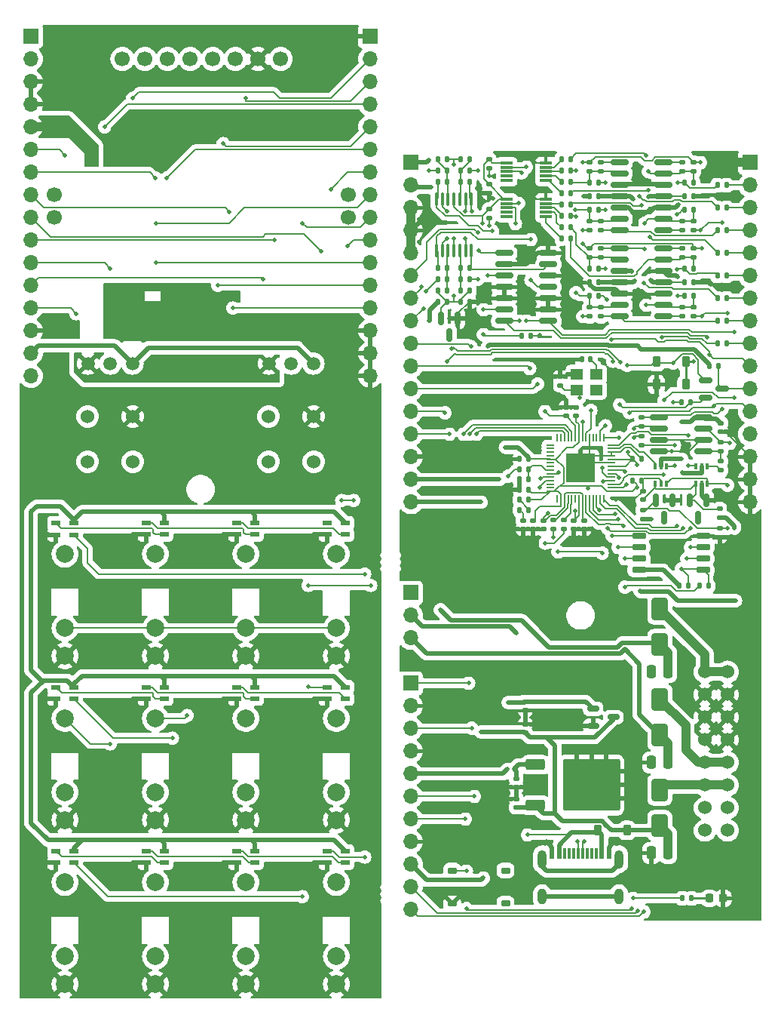
<source format=gbr>
%TF.GenerationSoftware,KiCad,Pcbnew,7.0.9*%
%TF.CreationDate,2023-11-25T16:41:52+01:00*%
%TF.ProjectId,EuroPi-X,4575726f-5069-42d5-982e-6b696361645f,rev?*%
%TF.SameCoordinates,Original*%
%TF.FileFunction,Copper,L1,Top*%
%TF.FilePolarity,Positive*%
%FSLAX46Y46*%
G04 Gerber Fmt 4.6, Leading zero omitted, Abs format (unit mm)*
G04 Created by KiCad (PCBNEW 7.0.9) date 2023-11-25 16:41:52*
%MOMM*%
%LPD*%
G01*
G04 APERTURE LIST*
G04 Aperture macros list*
%AMRoundRect*
0 Rectangle with rounded corners*
0 $1 Rounding radius*
0 $2 $3 $4 $5 $6 $7 $8 $9 X,Y pos of 4 corners*
0 Add a 4 corners polygon primitive as box body*
4,1,4,$2,$3,$4,$5,$6,$7,$8,$9,$2,$3,0*
0 Add four circle primitives for the rounded corners*
1,1,$1+$1,$2,$3*
1,1,$1+$1,$4,$5*
1,1,$1+$1,$6,$7*
1,1,$1+$1,$8,$9*
0 Add four rect primitives between the rounded corners*
20,1,$1+$1,$2,$3,$4,$5,0*
20,1,$1+$1,$4,$5,$6,$7,0*
20,1,$1+$1,$6,$7,$8,$9,0*
20,1,$1+$1,$8,$9,$2,$3,0*%
G04 Aperture macros list end*
%TA.AperFunction,SMDPad,CuDef*%
%ADD10RoundRect,0.250000X-0.850000X-0.350000X0.850000X-0.350000X0.850000X0.350000X-0.850000X0.350000X0*%
%TD*%
%TA.AperFunction,SMDPad,CuDef*%
%ADD11RoundRect,0.250000X-1.275000X-1.125000X1.275000X-1.125000X1.275000X1.125000X-1.275000X1.125000X0*%
%TD*%
%TA.AperFunction,SMDPad,CuDef*%
%ADD12RoundRect,0.249997X-2.950003X-2.650003X2.950003X-2.650003X2.950003X2.650003X-2.950003X2.650003X0*%
%TD*%
%TA.AperFunction,SMDPad,CuDef*%
%ADD13R,1.000000X0.600000*%
%TD*%
%TA.AperFunction,SMDPad,CuDef*%
%ADD14RoundRect,0.135000X0.135000X0.185000X-0.135000X0.185000X-0.135000X-0.185000X0.135000X-0.185000X0*%
%TD*%
%TA.AperFunction,SMDPad,CuDef*%
%ADD15R,0.400000X0.650000*%
%TD*%
%TA.AperFunction,SMDPad,CuDef*%
%ADD16RoundRect,0.140000X0.170000X-0.140000X0.170000X0.140000X-0.170000X0.140000X-0.170000X-0.140000X0*%
%TD*%
%TA.AperFunction,SMDPad,CuDef*%
%ADD17RoundRect,0.250000X0.650000X-1.000000X0.650000X1.000000X-0.650000X1.000000X-0.650000X-1.000000X0*%
%TD*%
%TA.AperFunction,SMDPad,CuDef*%
%ADD18RoundRect,0.150000X-0.825000X-0.150000X0.825000X-0.150000X0.825000X0.150000X-0.825000X0.150000X0*%
%TD*%
%TA.AperFunction,SMDPad,CuDef*%
%ADD19RoundRect,0.135000X-0.135000X-0.185000X0.135000X-0.185000X0.135000X0.185000X-0.135000X0.185000X0*%
%TD*%
%TA.AperFunction,ComponentPad*%
%ADD20C,2.000000*%
%TD*%
%TA.AperFunction,SMDPad,CuDef*%
%ADD21RoundRect,0.225000X-0.225000X-0.375000X0.225000X-0.375000X0.225000X0.375000X-0.225000X0.375000X0*%
%TD*%
%TA.AperFunction,SMDPad,CuDef*%
%ADD22RoundRect,0.135000X0.185000X-0.135000X0.185000X0.135000X-0.185000X0.135000X-0.185000X-0.135000X0*%
%TD*%
%TA.AperFunction,SMDPad,CuDef*%
%ADD23RoundRect,0.225000X0.225000X0.375000X-0.225000X0.375000X-0.225000X-0.375000X0.225000X-0.375000X0*%
%TD*%
%TA.AperFunction,SMDPad,CuDef*%
%ADD24RoundRect,0.135000X-0.185000X0.135000X-0.185000X-0.135000X0.185000X-0.135000X0.185000X0.135000X0*%
%TD*%
%TA.AperFunction,SMDPad,CuDef*%
%ADD25RoundRect,0.140000X-0.170000X0.140000X-0.170000X-0.140000X0.170000X-0.140000X0.170000X0.140000X0*%
%TD*%
%TA.AperFunction,SMDPad,CuDef*%
%ADD26R,1.400000X0.300000*%
%TD*%
%TA.AperFunction,SMDPad,CuDef*%
%ADD27RoundRect,0.150000X-0.512500X-0.150000X0.512500X-0.150000X0.512500X0.150000X-0.512500X0.150000X0*%
%TD*%
%TA.AperFunction,SMDPad,CuDef*%
%ADD28RoundRect,0.100000X-0.100000X0.637500X-0.100000X-0.637500X0.100000X-0.637500X0.100000X0.637500X0*%
%TD*%
%TA.AperFunction,SMDPad,CuDef*%
%ADD29R,0.600000X1.240000*%
%TD*%
%TA.AperFunction,SMDPad,CuDef*%
%ADD30R,0.300000X1.240000*%
%TD*%
%TA.AperFunction,ComponentPad*%
%ADD31O,1.000000X2.100000*%
%TD*%
%TA.AperFunction,ComponentPad*%
%ADD32O,1.000000X1.800000*%
%TD*%
%TA.AperFunction,SMDPad,CuDef*%
%ADD33RoundRect,0.140000X0.140000X0.170000X-0.140000X0.170000X-0.140000X-0.170000X0.140000X-0.170000X0*%
%TD*%
%TA.AperFunction,SMDPad,CuDef*%
%ADD34RoundRect,0.150000X-0.587500X-0.150000X0.587500X-0.150000X0.587500X0.150000X-0.587500X0.150000X0*%
%TD*%
%TA.AperFunction,SMDPad,CuDef*%
%ADD35RoundRect,0.150000X0.650000X0.150000X-0.650000X0.150000X-0.650000X-0.150000X0.650000X-0.150000X0*%
%TD*%
%TA.AperFunction,SMDPad,CuDef*%
%ADD36RoundRect,0.250000X-0.650000X1.000000X-0.650000X-1.000000X0.650000X-1.000000X0.650000X1.000000X0*%
%TD*%
%TA.AperFunction,SMDPad,CuDef*%
%ADD37RoundRect,0.140000X-0.140000X-0.170000X0.140000X-0.170000X0.140000X0.170000X-0.140000X0.170000X0*%
%TD*%
%TA.AperFunction,SMDPad,CuDef*%
%ADD38RoundRect,0.187500X-0.312500X-0.187500X0.312500X-0.187500X0.312500X0.187500X-0.312500X0.187500X0*%
%TD*%
%TA.AperFunction,ComponentPad*%
%ADD39C,1.524000*%
%TD*%
%TA.AperFunction,SMDPad,CuDef*%
%ADD40RoundRect,0.150000X-0.150000X0.587500X-0.150000X-0.587500X0.150000X-0.587500X0.150000X0.587500X0*%
%TD*%
%TA.AperFunction,SMDPad,CuDef*%
%ADD41RoundRect,0.250000X0.250000X0.475000X-0.250000X0.475000X-0.250000X-0.475000X0.250000X-0.475000X0*%
%TD*%
%TA.AperFunction,ComponentPad*%
%ADD42R,1.700000X1.700000*%
%TD*%
%TA.AperFunction,ComponentPad*%
%ADD43O,1.700000X1.700000*%
%TD*%
%TA.AperFunction,ComponentPad*%
%ADD44C,1.500000*%
%TD*%
%TA.AperFunction,ComponentPad*%
%ADD45C,1.700000*%
%TD*%
%TA.AperFunction,SMDPad,CuDef*%
%ADD46RoundRect,0.218750X0.218750X0.256250X-0.218750X0.256250X-0.218750X-0.256250X0.218750X-0.256250X0*%
%TD*%
%TA.AperFunction,SMDPad,CuDef*%
%ADD47R,1.400000X1.200000*%
%TD*%
%TA.AperFunction,SMDPad,CuDef*%
%ADD48RoundRect,0.250000X-0.250000X-0.475000X0.250000X-0.475000X0.250000X0.475000X-0.250000X0.475000X0*%
%TD*%
%TA.AperFunction,SMDPad,CuDef*%
%ADD49RoundRect,0.050000X0.387500X0.050000X-0.387500X0.050000X-0.387500X-0.050000X0.387500X-0.050000X0*%
%TD*%
%TA.AperFunction,SMDPad,CuDef*%
%ADD50RoundRect,0.050000X0.050000X0.387500X-0.050000X0.387500X-0.050000X-0.387500X0.050000X-0.387500X0*%
%TD*%
%TA.AperFunction,SMDPad,CuDef*%
%ADD51R,3.200000X3.200000*%
%TD*%
%TA.AperFunction,ViaPad*%
%ADD52C,0.500000*%
%TD*%
%TA.AperFunction,Conductor*%
%ADD53C,0.150000*%
%TD*%
%TA.AperFunction,Conductor*%
%ADD54C,0.500000*%
%TD*%
%TA.AperFunction,Conductor*%
%ADD55C,1.000000*%
%TD*%
%TA.AperFunction,Conductor*%
%ADD56C,0.250000*%
%TD*%
G04 APERTURE END LIST*
D10*
%TO.P,U11,1,IN*%
%TO.N,/5VREG_INPUT*%
X57912000Y-82996000D03*
D11*
%TO.P,U11,2,GND*%
%TO.N,Earth*%
X62537000Y-83751000D03*
X62537000Y-86801000D03*
D12*
X64212000Y-85276000D03*
D11*
X65887000Y-83751000D03*
X65887000Y-86801000D03*
D10*
%TO.P,U11,3,OUT*%
%TO.N,+5V*%
X57912000Y-87556000D03*
%TD*%
D13*
%TO.P,LED2,1,DOUT*%
%TO.N,Net-(LED2-DOUT)*%
X4080000Y-92695000D03*
%TO.P,LED2,2,VSS*%
%TO.N,/GND_FRONT*%
X4080000Y-93995000D03*
%TO.P,LED2,3,DIN*%
%TO.N,Net-(LED2-DIN)*%
X6080000Y-93995000D03*
%TO.P,LED2,4,VDD*%
%TO.N,/+5V_FRONT*%
X6080000Y-92695000D03*
%TD*%
D14*
%TO.P,R13,1*%
%TO.N,Net-(U7D--)*%
X61851000Y-18861000D03*
%TO.P,R13,2*%
%TO.N,/DAC_1_OUTA*%
X60831000Y-18861000D03*
%TD*%
D15*
%TO.P,SW5,1,B1*%
%TO.N,/+2.048VREF*%
X75931000Y-51434000D03*
%TO.P,SW5,2,GND*%
%TO.N,Earth*%
X76581000Y-51434000D03*
%TO.P,SW5,3,B0*%
%TO.N,/+4.096VREF*%
X77231000Y-51434000D03*
%TO.P,SW5,4,A*%
%TO.N,/DAC_2_OFFSET_INVERTED*%
X77231000Y-49534000D03*
%TO.P,SW5,5,VCC*%
%TO.N,+5V*%
X76581000Y-49534000D03*
%TO.P,SW5,6,SEL*%
%TO.N,/DAC_2_OUTPUT_MODE*%
X75931000Y-49534000D03*
%TD*%
D16*
%TO.P,C3,1*%
%TO.N,/+2.048VREF*%
X69977000Y-53250000D03*
%TO.P,C3,2*%
%TO.N,Earth*%
X69977000Y-52290000D03*
%TD*%
D13*
%TO.P,LED1,1,DOUT*%
%TO.N,Net-(LED1-DOUT)*%
X4080000Y-74280000D03*
%TO.P,LED1,2,VSS*%
%TO.N,/GND_FRONT*%
X4080000Y-75580000D03*
%TO.P,LED1,3,DIN*%
%TO.N,/NEOPIXEL_DATA_FRONT*%
X6080000Y-75580000D03*
%TO.P,LED1,4,VDD*%
%TO.N,/+5V_FRONT*%
X6080000Y-74280000D03*
%TD*%
D17*
%TO.P,D2,1,A*%
%TO.N,-12V*%
X71882000Y-69502000D03*
%TO.P,D2,2,K*%
%TO.N,Net-(D2-K)*%
X71882000Y-65502000D03*
%TD*%
D18*
%TO.P,U8,1*%
%TO.N,Net-(C20-Pad2)*%
X67375000Y-25084000D03*
%TO.P,U8,2,-*%
%TO.N,Net-(U8A--)*%
X67375000Y-26354000D03*
%TO.P,U8,3,+*%
%TO.N,Earth*%
X67375000Y-27624000D03*
%TO.P,U8,4,V+*%
%TO.N,+12V*%
X67375000Y-28894000D03*
%TO.P,U8,5,+*%
%TO.N,Earth*%
X67375000Y-30164000D03*
%TO.P,U8,6,-*%
%TO.N,Net-(U8B--)*%
X67375000Y-31434000D03*
%TO.P,U8,7*%
%TO.N,Net-(C30-Pad2)*%
X67375000Y-32704000D03*
%TO.P,U8,8*%
%TO.N,Net-(C33-Pad2)*%
X72325000Y-32704000D03*
%TO.P,U8,9,-*%
%TO.N,Net-(U8C--)*%
X72325000Y-31434000D03*
%TO.P,U8,10,+*%
%TO.N,Earth*%
X72325000Y-30164000D03*
%TO.P,U8,11,V-*%
%TO.N,-12V*%
X72325000Y-28894000D03*
%TO.P,U8,12,+*%
%TO.N,Earth*%
X72325000Y-27624000D03*
%TO.P,U8,13,-*%
%TO.N,Net-(U8D--)*%
X72325000Y-26354000D03*
%TO.P,U8,14*%
%TO.N,Net-(C12-Pad2)*%
X72325000Y-25084000D03*
%TD*%
D19*
%TO.P,R59,1*%
%TO.N,Earth*%
X56132000Y-50992000D03*
%TO.P,R59,2*%
%TO.N,/USB_DETECT*%
X57152000Y-50992000D03*
%TD*%
D20*
%TO.P,J17,1,E*%
%TO.N,/GND_FRONT*%
X35560000Y-107600000D03*
%TO.P,J17,2,TN*%
%TO.N,unconnected-(J17-TN-Pad2)*%
X35560000Y-104500000D03*
%TO.P,J17,3,T*%
%TO.N,/CV_OUTPUT_8_FRONT*%
X35560000Y-96200000D03*
%TD*%
D21*
%TO.P,D3,1,K*%
%TO.N,+3.3V*%
X71502000Y-37784000D03*
%TO.P,D3,2,A*%
%TO.N,/INPUT_DETECT*%
X74802000Y-37784000D03*
%TD*%
D22*
%TO.P,R5,1*%
%TO.N,/USB_DN*%
X59944000Y-56582000D03*
%TO.P,R5,2*%
%TO.N,Net-(U4-USB_DM)*%
X59944000Y-55562000D03*
%TD*%
%TO.P,R12,1*%
%TO.N,Net-(U7D--)*%
X75692000Y-16450000D03*
%TO.P,R12,2*%
%TO.N,/DAC_1_OFFSET*%
X75692000Y-15430000D03*
%TD*%
D23*
%TO.P,D6,1,K*%
%TO.N,+5V*%
X68198000Y-90362000D03*
%TO.P,D6,2,A*%
%TO.N,/VBUS*%
X64898000Y-90362000D03*
%TD*%
D24*
%TO.P,R32,1*%
%TO.N,Net-(C20-Pad2)*%
X65278000Y-25082000D03*
%TO.P,R32,2*%
%TO.N,Net-(U8A--)*%
X65278000Y-26102000D03*
%TD*%
D25*
%TO.P,C13,1*%
%TO.N,+1V1*%
X58801000Y-55592000D03*
%TO.P,C13,2*%
%TO.N,Earth*%
X58801000Y-56552000D03*
%TD*%
D22*
%TO.P,R29,1*%
%TO.N,Net-(U8A--)*%
X64008000Y-26102000D03*
%TO.P,R29,2*%
%TO.N,/DAC_2_OFFSET*%
X64008000Y-25082000D03*
%TD*%
D24*
%TO.P,R41,1*%
%TO.N,Net-(U7B--)*%
X64008000Y-22034000D03*
%TO.P,R41,2*%
%TO.N,/DAC_1_OFFSET*%
X64008000Y-23054000D03*
%TD*%
D26*
%TO.P,DAC2,1,VDD*%
%TO.N,+3.3V*%
X54696000Y-19512000D03*
%TO.P,DAC2,2,SCL*%
%TO.N,/I2C1_SCL*%
X54696000Y-20012000D03*
%TO.P,DAC2,3,SDA*%
%TO.N,/I2C1_SDA*%
X54696000Y-20512000D03*
%TO.P,DAC2,4,~{LDAC}*%
%TO.N,unconnected-(DAC2-~{LDAC}-Pad4)*%
X54696000Y-21012000D03*
%TO.P,DAC2,5,RDY/~{BSY}*%
%TO.N,/DAC_2_RDY*%
X54696000Y-21512000D03*
%TO.P,DAC2,6,VOUTA*%
%TO.N,/DAC_2_OUTA*%
X59096000Y-21512000D03*
%TO.P,DAC2,7,VOUTB*%
%TO.N,/DAC_2_OUTB*%
X59096000Y-21012000D03*
%TO.P,DAC2,8,VOUTC*%
%TO.N,/DAC_2_OUTC*%
X59096000Y-20512000D03*
%TO.P,DAC2,9,VOUTD*%
%TO.N,/DAC_2_OUTD*%
X59096000Y-20012000D03*
%TO.P,DAC2,10,VSS*%
%TO.N,Earth*%
X59096000Y-19512000D03*
%TD*%
D14*
%TO.P,R58,1*%
%TO.N,/USB_DETECT*%
X57152000Y-49849000D03*
%TO.P,R58,2*%
%TO.N,/VBUS*%
X56132000Y-49849000D03*
%TD*%
%TO.P,R11,1*%
%TO.N,/QSPI_CS*%
X77345000Y-62930000D03*
%TO.P,R11,2*%
%TO.N,/BOOTSEL*%
X76325000Y-62930000D03*
%TD*%
D27*
%TO.P,U5,1,OUT*%
%TO.N,+3.3V*%
X64394500Y-76712000D03*
%TO.P,U5,2,GND*%
%TO.N,Earth*%
X64394500Y-78612000D03*
%TO.P,U5,3,EN*%
%TO.N,+5V*%
X66669500Y-77662000D03*
%TD*%
D14*
%TO.P,R48,1*%
%TO.N,/CV_OUTPUT_7*%
X79377000Y-33212000D03*
%TO.P,R48,2*%
%TO.N,Net-(C30-Pad2)*%
X78357000Y-33212000D03*
%TD*%
D25*
%TO.P,C16,1*%
%TO.N,+1V1*%
X63373000Y-55592000D03*
%TO.P,C16,2*%
%TO.N,Earth*%
X63373000Y-56552000D03*
%TD*%
D14*
%TO.P,R33,1*%
%TO.N,/CV_OUTPUT_2*%
X79377000Y-20512000D03*
%TO.P,R33,2*%
%TO.N,Net-(C19-Pad2)*%
X78357000Y-20512000D03*
%TD*%
D20*
%TO.P,J16,1,E*%
%TO.N,/GND_FRONT*%
X25400000Y-107600000D03*
%TO.P,J16,2,TN*%
%TO.N,unconnected-(J16-TN-Pad2)*%
X25400000Y-104500000D03*
%TO.P,J16,3,T*%
%TO.N,/CV_OUTPUT_4_FRONT*%
X25400000Y-96200000D03*
%TD*%
D28*
%TO.P,U9,1*%
%TO.N,/ADC_INPUT_1*%
X50718000Y-19554500D03*
%TO.P,U9,2,-*%
%TO.N,Earth*%
X50068000Y-19554500D03*
%TO.P,U9,3,+*%
%TO.N,Net-(U9A-+)*%
X49418000Y-19554500D03*
%TO.P,U9,4,V+*%
%TO.N,+3.3V*%
X48768000Y-19554500D03*
%TO.P,U9,5,+*%
%TO.N,Net-(U9B-+)*%
X48118000Y-19554500D03*
%TO.P,U9,6,-*%
%TO.N,Earth*%
X47468000Y-19554500D03*
%TO.P,U9,7*%
%TO.N,/ADC_INPUT_2*%
X46818000Y-19554500D03*
%TO.P,U9,8*%
%TO.N,/ADC_INPUT_3*%
X46818000Y-25279500D03*
%TO.P,U9,9,-*%
%TO.N,Earth*%
X47468000Y-25279500D03*
%TO.P,U9,10,+*%
%TO.N,Net-(U9C-+)*%
X48118000Y-25279500D03*
%TO.P,U9,11,V-*%
%TO.N,Earth*%
X48768000Y-25279500D03*
%TO.P,U9,12,+*%
%TO.N,Net-(U9D-+)*%
X49418000Y-25279500D03*
%TO.P,U9,13,-*%
%TO.N,Earth*%
X50068000Y-25279500D03*
%TO.P,U9,14*%
%TO.N,/ADC_INPUT_4*%
X50718000Y-25279500D03*
%TD*%
D29*
%TO.P,P1,A1,GND*%
%TO.N,Earth*%
X59792000Y-92987000D03*
%TO.P,P1,A4,VBUS*%
%TO.N,/VBUS*%
X60592000Y-92987000D03*
D30*
%TO.P,P1,A5,CC*%
%TO.N,unconnected-(P1-CC-PadA5)*%
X61742000Y-92987000D03*
%TO.P,P1,A6,D+*%
%TO.N,/USB_DP*%
X62742000Y-92987000D03*
%TO.P,P1,A7,D-*%
%TO.N,/USB_DN*%
X63242000Y-92987000D03*
%TO.P,P1,A8*%
%TO.N,N/C*%
X64242000Y-92987000D03*
D29*
%TO.P,P1,A9,VBUS*%
%TO.N,/VBUS*%
X65392000Y-92987000D03*
%TO.P,P1,A12,GND*%
%TO.N,Earth*%
X66192000Y-92987000D03*
%TO.P,P1,B1,GND*%
X66192000Y-92987000D03*
%TO.P,P1,B4,VBUS*%
%TO.N,/VBUS*%
X65392000Y-92987000D03*
D30*
%TO.P,P1,B5,VCONN*%
%TO.N,unconnected-(P1-VCONN-PadB5)*%
X64742000Y-92987000D03*
%TO.P,P1,B6*%
%TO.N,N/C*%
X63742000Y-92987000D03*
%TO.P,P1,B7*%
X62242000Y-92987000D03*
%TO.P,P1,B8*%
X61242000Y-92987000D03*
D29*
%TO.P,P1,B9,VBUS*%
%TO.N,/VBUS*%
X60592000Y-92987000D03*
%TO.P,P1,B12,GND*%
%TO.N,Earth*%
X59792000Y-92987000D03*
D31*
%TO.P,P1,S1,SHIELD*%
%TO.N,unconnected-(P1-SHIELD-PadS1)*%
X58672000Y-93587000D03*
D32*
X58672000Y-97787000D03*
D31*
X67312000Y-93587000D03*
D32*
X67312000Y-97787000D03*
%TD*%
D24*
%TO.P,R49,1*%
%TO.N,Net-(U7C--)*%
X75692000Y-22034000D03*
%TO.P,R49,2*%
%TO.N,/DAC_1_OFFSET*%
X75692000Y-23054000D03*
%TD*%
D33*
%TO.P,C22,1*%
%TO.N,Earth*%
X75664000Y-28894000D03*
%TO.P,C22,2*%
%TO.N,-12V*%
X74704000Y-28894000D03*
%TD*%
D25*
%TO.P,C27,1*%
%TO.N,+3.3V*%
X52705000Y-20667000D03*
%TO.P,C27,2*%
%TO.N,Earth*%
X52705000Y-21627000D03*
%TD*%
D20*
%TO.P,J12,1,E*%
%TO.N,/GND_FRONT*%
X25400000Y-89185000D03*
%TO.P,J12,2,TN*%
%TO.N,unconnected-(J12-TN-Pad2)*%
X25400000Y-86085000D03*
%TO.P,J12,3,T*%
%TO.N,/CV_OUTPUT_2_FRONT*%
X25400000Y-77785000D03*
%TD*%
D24*
%TO.P,R17,1*%
%TO.N,Net-(C12-Pad2)*%
X74422000Y-25082000D03*
%TO.P,R17,2*%
%TO.N,Net-(U8D--)*%
X74422000Y-26102000D03*
%TD*%
D13*
%TO.P,LED10,1,DOUT*%
%TO.N,Net-(LED10-DOUT)*%
X24400000Y-55865000D03*
%TO.P,LED10,2,VSS*%
%TO.N,/GND_FRONT*%
X24400000Y-57165000D03*
%TO.P,LED10,3,DIN*%
%TO.N,Net-(LED10-DIN)*%
X26400000Y-57165000D03*
%TO.P,LED10,4,VDD*%
%TO.N,/+5V_FRONT*%
X26400000Y-55865000D03*
%TD*%
%TO.P,LED3,1,DOUT*%
%TO.N,Net-(LED3-DOUT)*%
X14240000Y-74280000D03*
%TO.P,LED3,2,VSS*%
%TO.N,/GND_FRONT*%
X14240000Y-75580000D03*
%TO.P,LED3,3,DIN*%
%TO.N,Net-(LED1-DOUT)*%
X16240000Y-75580000D03*
%TO.P,LED3,4,VDD*%
%TO.N,/+5V_FRONT*%
X16240000Y-74280000D03*
%TD*%
D14*
%TO.P,R30,1*%
%TO.N,Net-(U8A--)*%
X61851000Y-22671000D03*
%TO.P,R30,2*%
%TO.N,/DAC_2_OUTB*%
X60831000Y-22671000D03*
%TD*%
D20*
%TO.P,J4,1,E*%
%TO.N,/GND_FRONT*%
X25400000Y-70770000D03*
%TO.P,J4,2,TN*%
%TO.N,/INPUT_DETECT_FRONT*%
X25400000Y-67670000D03*
%TO.P,J4,3,T*%
%TO.N,/CV_INPUT_3_FRONT*%
X25400000Y-59370000D03*
%TD*%
D14*
%TO.P,R18,1*%
%TO.N,/CV_OUTPUT_1*%
X79377000Y-17972000D03*
%TO.P,R18,2*%
%TO.N,Net-(C11-Pad2)*%
X78357000Y-17972000D03*
%TD*%
D13*
%TO.P,LED9,1,DOUT*%
%TO.N,Net-(LED11-DIN)*%
X4080000Y-55880000D03*
%TO.P,LED9,2,VSS*%
%TO.N,/GND_FRONT*%
X4080000Y-57180000D03*
%TO.P,LED9,3,DIN*%
%TO.N,Net-(LED8-DOUT)*%
X6080000Y-57180000D03*
%TO.P,LED9,4,VDD*%
%TO.N,/+5V_FRONT*%
X6080000Y-55880000D03*
%TD*%
D25*
%TO.P,C40,1*%
%TO.N,+3.3V*%
X62230000Y-55592000D03*
%TO.P,C40,2*%
%TO.N,Earth*%
X62230000Y-56552000D03*
%TD*%
D18*
%TO.P,U1,1*%
%TO.N,/DAC_1_OFFSET*%
X71820000Y-44007000D03*
%TO.P,U1,2,-*%
%TO.N,Net-(U1A--)*%
X71820000Y-45277000D03*
%TO.P,U1,3,+*%
%TO.N,Earth*%
X71820000Y-46547000D03*
%TO.P,U1,4,V-*%
X71820000Y-47817000D03*
%TO.P,U1,5,+*%
%TO.N,Net-(U1B-+)*%
X76770000Y-47817000D03*
%TO.P,U1,6,-*%
%TO.N,Earth*%
X76770000Y-46547000D03*
%TO.P,U1,7*%
%TO.N,/DAC_2_OFFSET*%
X76770000Y-45277000D03*
%TO.P,U1,8,V+*%
%TO.N,+5V*%
X76770000Y-44007000D03*
%TD*%
D20*
%TO.P,J3,1,E*%
%TO.N,/GND_FRONT*%
X5080000Y-70770000D03*
%TO.P,J3,2,TN*%
%TO.N,/INPUT_DETECT_FRONT*%
X5080000Y-67670000D03*
%TO.P,J3,3,T*%
%TO.N,/CV_INPUT_1_FRONT*%
X5080000Y-59370000D03*
%TD*%
D34*
%TO.P,Q1,1,G*%
%TO.N,+3.3V*%
X77040500Y-39882000D03*
%TO.P,Q1,2,S*%
%TO.N,/NEOPIXEL_DATA_3V3*%
X77040500Y-41782000D03*
%TO.P,Q1,3,D*%
%TO.N,/NEOPIXEL_DATA_5V*%
X78915500Y-40832000D03*
%TD*%
D14*
%TO.P,R37,1*%
%TO.N,/-10VREF*%
X48008000Y-15051000D03*
%TO.P,R37,2*%
%TO.N,Net-(U9B-+)*%
X46988000Y-15051000D03*
%TD*%
D33*
%TO.P,C32,1*%
%TO.N,Net-(U7C--)*%
X75664000Y-20766000D03*
%TO.P,C32,2*%
%TO.N,Net-(C32-Pad2)*%
X74704000Y-20766000D03*
%TD*%
D25*
%TO.P,C18,1*%
%TO.N,+5V*%
X78740000Y-44670000D03*
%TO.P,C18,2*%
%TO.N,Earth*%
X78740000Y-45630000D03*
%TD*%
D19*
%TO.P,R62,1*%
%TO.N,/GPIO_25_LED*%
X74420000Y-97982000D03*
%TO.P,R62,2*%
%TO.N,Net-(D7-A)*%
X75440000Y-97982000D03*
%TD*%
%TO.P,R38,1*%
%TO.N,/CV_INPUT_2*%
X46988000Y-16321000D03*
%TO.P,R38,2*%
%TO.N,Net-(U9B-+)*%
X48008000Y-16321000D03*
%TD*%
D16*
%TO.P,C36,1*%
%TO.N,+5V*%
X55753000Y-87794000D03*
%TO.P,C36,2*%
%TO.N,Earth*%
X55753000Y-86834000D03*
%TD*%
D24*
%TO.P,R1,1*%
%TO.N,/+4.096VREF*%
X69977000Y-54419000D03*
%TO.P,R1,2*%
%TO.N,+12V*%
X69977000Y-55439000D03*
%TD*%
D19*
%TO.P,R39,1*%
%TO.N,Net-(U9D-+)*%
X49528000Y-27243000D03*
%TO.P,R39,2*%
%TO.N,/ADC_INPUT_4*%
X50548000Y-27243000D03*
%TD*%
D35*
%TO.P,U6,1,~{CS}*%
%TO.N,/QSPI_CS*%
X76752000Y-61152000D03*
%TO.P,U6,2,DO(IO1)*%
%TO.N,/QSPI_SD1*%
X76752000Y-59882000D03*
%TO.P,U6,3,IO2*%
%TO.N,/QSPI_SD2*%
X76752000Y-58612000D03*
%TO.P,U6,4,GND*%
%TO.N,Earth*%
X76752000Y-57342000D03*
%TO.P,U6,5,DI(IO0)*%
%TO.N,/QSPI_SD0*%
X69552000Y-57342000D03*
%TO.P,U6,6,CLK*%
%TO.N,/QSPI_SCLK*%
X69552000Y-58612000D03*
%TO.P,U6,7,IO3*%
%TO.N,/QSPI_SD3*%
X69552000Y-59882000D03*
%TO.P,U6,8,VCC*%
%TO.N,+3.3V*%
X69552000Y-61152000D03*
%TD*%
D36*
%TO.P,D5,1,A*%
%TO.N,/+5V_EURO*%
X71882000Y-85822000D03*
%TO.P,D5,2,K*%
%TO.N,+5V*%
X71882000Y-89822000D03*
%TD*%
D19*
%TO.P,R25,1*%
%TO.N,Net-(U9A-+)*%
X49528000Y-17591000D03*
%TO.P,R25,2*%
%TO.N,/ADC_INPUT_1*%
X50548000Y-17591000D03*
%TD*%
D24*
%TO.P,R43,1*%
%TO.N,Net-(U8B--)*%
X64008000Y-31686000D03*
%TO.P,R43,2*%
%TO.N,/DAC_2_OFFSET*%
X64008000Y-32706000D03*
%TD*%
D25*
%TO.P,C35,1*%
%TO.N,/5VREG_INPUT*%
X55753000Y-84548000D03*
%TO.P,C35,2*%
%TO.N,Earth*%
X55753000Y-85508000D03*
%TD*%
D33*
%TO.P,C24,1*%
%TO.N,Earth*%
X75664000Y-19242000D03*
%TO.P,C24,2*%
%TO.N,-12V*%
X74704000Y-19242000D03*
%TD*%
%TO.P,C12,1*%
%TO.N,Net-(U8D--)*%
X75664000Y-27370000D03*
%TO.P,C12,2*%
%TO.N,Net-(C12-Pad2)*%
X74704000Y-27370000D03*
%TD*%
D24*
%TO.P,R9,1*%
%TO.N,/DAC_1_OFFSET*%
X69850000Y-44005000D03*
%TO.P,R9,2*%
%TO.N,Net-(U1A--)*%
X69850000Y-45025000D03*
%TD*%
D37*
%TO.P,C30,1*%
%TO.N,Net-(U8B--)*%
X64036000Y-30418000D03*
%TO.P,C30,2*%
%TO.N,Net-(C30-Pad2)*%
X64996000Y-30418000D03*
%TD*%
D13*
%TO.P,LED5,1,DOUT*%
%TO.N,Net-(LED5-DOUT)*%
X24400000Y-74280000D03*
%TO.P,LED5,2,VSS*%
%TO.N,/GND_FRONT*%
X24400000Y-75580000D03*
%TO.P,LED5,3,DIN*%
%TO.N,Net-(LED3-DOUT)*%
X26400000Y-75580000D03*
%TO.P,LED5,4,VDD*%
%TO.N,/+5V_FRONT*%
X26400000Y-74280000D03*
%TD*%
D16*
%TO.P,C41,1*%
%TO.N,+1V1*%
X61341000Y-43852000D03*
%TO.P,C41,2*%
%TO.N,Earth*%
X61341000Y-42892000D03*
%TD*%
D38*
%TO.P,SW3,1,A*%
%TO.N,/BOOTSEL*%
X48562000Y-94862000D03*
%TO.P,SW3,2,B*%
%TO.N,unconnected-(SW3-B-Pad2)*%
X54562000Y-94862000D03*
%TO.P,SW3,3,C*%
%TO.N,Earth*%
X48562000Y-98562000D03*
%TO.P,SW3,4,D*%
%TO.N,unconnected-(SW3-D-Pad4)*%
X54562000Y-98562000D03*
%TD*%
D33*
%TO.P,C21,1*%
%TO.N,+12V*%
X64996000Y-28894000D03*
%TO.P,C21,2*%
%TO.N,Earth*%
X64036000Y-28894000D03*
%TD*%
D20*
%TO.P,J15,1,E*%
%TO.N,/GND_FRONT*%
X15240000Y-107600000D03*
%TO.P,J15,2,TN*%
%TO.N,unconnected-(J15-TN-Pad2)*%
X15240000Y-104500000D03*
%TO.P,J15,3,T*%
%TO.N,/CV_OUTPUT_7_FRONT*%
X15240000Y-96200000D03*
%TD*%
D14*
%TO.P,R56,1*%
%TO.N,/CV_OUTPUT_4*%
X79377000Y-25592000D03*
%TO.P,R56,2*%
%TO.N,Net-(C32-Pad2)*%
X78357000Y-25592000D03*
%TD*%
D22*
%TO.P,R53,1*%
%TO.N,Net-(C32-Pad2)*%
X74422000Y-23054000D03*
%TO.P,R53,2*%
%TO.N,Net-(U7C--)*%
X74422000Y-22034000D03*
%TD*%
D16*
%TO.P,C7,1*%
%TO.N,+5V*%
X56778000Y-79412000D03*
%TO.P,C7,2*%
%TO.N,Earth*%
X56778000Y-78452000D03*
%TD*%
D39*
%TO.P,SW1,1,1*%
%TO.N,/BUTTON_1_FRONT*%
X7620000Y-48990752D03*
%TO.P,SW1,2,2*%
%TO.N,/GND_FRONT*%
X12700000Y-43910752D03*
%TO.P,SW1,3*%
%TO.N,N/C*%
X12700000Y-48990752D03*
%TO.P,SW1,4*%
X7620000Y-43910752D03*
%TD*%
D14*
%TO.P,R35,1*%
%TO.N,/-10VREF*%
X50548000Y-29783000D03*
%TO.P,R35,2*%
%TO.N,Net-(U9D-+)*%
X49528000Y-29783000D03*
%TD*%
D24*
%TO.P,R8,1*%
%TO.N,Net-(U1A--)*%
X69850000Y-46164000D03*
%TO.P,R8,2*%
%TO.N,/DAC_1_OFFSET_INVERTED*%
X69850000Y-47184000D03*
%TD*%
D13*
%TO.P,LED8,1,DOUT*%
%TO.N,Net-(LED8-DOUT)*%
X34560000Y-92695000D03*
%TO.P,LED8,2,VSS*%
%TO.N,/GND_FRONT*%
X34560000Y-93995000D03*
%TO.P,LED8,3,DIN*%
%TO.N,Net-(LED6-DOUT)*%
X36560000Y-93995000D03*
%TO.P,LED8,4,VDD*%
%TO.N,/+5V_FRONT*%
X36560000Y-92695000D03*
%TD*%
D25*
%TO.P,C37,1*%
%TO.N,+3.3V*%
X52705000Y-15079000D03*
%TO.P,C37,2*%
%TO.N,Earth*%
X52705000Y-16039000D03*
%TD*%
%TO.P,C38,1*%
%TO.N,+3.3V*%
X52705000Y-17873000D03*
%TO.P,C38,2*%
%TO.N,Earth*%
X52705000Y-18833000D03*
%TD*%
D13*
%TO.P,LED4,1,DOUT*%
%TO.N,Net-(LED4-DOUT)*%
X14240000Y-92695000D03*
%TO.P,LED4,2,VSS*%
%TO.N,/GND_FRONT*%
X14240000Y-93995000D03*
%TO.P,LED4,3,DIN*%
%TO.N,Net-(LED2-DOUT)*%
X16240000Y-93995000D03*
%TO.P,LED4,4,VDD*%
%TO.N,/+5V_FRONT*%
X16240000Y-92695000D03*
%TD*%
D37*
%TO.P,C14,1*%
%TO.N,+3.3V*%
X68862000Y-51119000D03*
%TO.P,C14,2*%
%TO.N,Earth*%
X69822000Y-51119000D03*
%TD*%
D15*
%TO.P,SW4,1,B1*%
%TO.N,/+2.048VREF*%
X71359000Y-51434000D03*
%TO.P,SW4,2,GND*%
%TO.N,Earth*%
X72009000Y-51434000D03*
%TO.P,SW4,3,B0*%
%TO.N,/+4.096VREF*%
X72659000Y-51434000D03*
%TO.P,SW4,4,A*%
%TO.N,/DAC_1_OFFSET_INVERTED*%
X72659000Y-49534000D03*
%TO.P,SW4,5,VCC*%
%TO.N,+5V*%
X72009000Y-49534000D03*
%TO.P,SW4,6,SEL*%
%TO.N,/DAC_1_OUTPUT_MODE*%
X71359000Y-49534000D03*
%TD*%
D24*
%TO.P,R16,1*%
%TO.N,Net-(C11-Pad2)*%
X74422000Y-15430000D03*
%TO.P,R16,2*%
%TO.N,Net-(U7D--)*%
X74422000Y-16450000D03*
%TD*%
D14*
%TO.P,R19,1*%
%TO.N,/CV_OUTPUT_5*%
X79377000Y-28132000D03*
%TO.P,R19,2*%
%TO.N,Net-(C12-Pad2)*%
X78357000Y-28132000D03*
%TD*%
%TO.P,R15,1*%
%TO.N,Net-(U8D--)*%
X61851000Y-23941000D03*
%TO.P,R15,2*%
%TO.N,/DAC_2_OUTA*%
X60831000Y-23941000D03*
%TD*%
D33*
%TO.P,C5,1*%
%TO.N,+3.3V*%
X57122000Y-48706000D03*
%TO.P,C5,2*%
%TO.N,Earth*%
X56162000Y-48706000D03*
%TD*%
D20*
%TO.P,J13,1,E*%
%TO.N,/GND_FRONT*%
X35560000Y-89185000D03*
%TO.P,J13,2,TN*%
%TO.N,unconnected-(J13-TN-Pad2)*%
X35560000Y-86085000D03*
%TO.P,J13,3,T*%
%TO.N,/CV_OUTPUT_6_FRONT*%
X35560000Y-77785000D03*
%TD*%
D40*
%TO.P,U2,1,K*%
%TO.N,Earth*%
X77150000Y-53356500D03*
%TO.P,U2,2,A*%
%TO.N,/+2.048VREF*%
X75250000Y-53356500D03*
%TO.P,U2,3*%
%TO.N,N/C*%
X76200000Y-55231500D03*
%TD*%
D24*
%TO.P,R61,1*%
%TO.N,/DAC_2_OFFSET*%
X78740000Y-46799000D03*
%TO.P,R61,2*%
%TO.N,Net-(U1B-+)*%
X78740000Y-47819000D03*
%TD*%
D19*
%TO.P,R60,1*%
%TO.N,/ADC_VREF*%
X56132000Y-53278000D03*
%TO.P,R60,2*%
%TO.N,+3.3V*%
X57152000Y-53278000D03*
%TD*%
D20*
%TO.P,J7,1,E*%
%TO.N,/GND_FRONT*%
X15240000Y-89185000D03*
%TO.P,J7,2,TN*%
%TO.N,unconnected-(J7-TN-Pad2)*%
X15240000Y-86085000D03*
%TO.P,J7,3,T*%
%TO.N,/CV_OUTPUT_5_FRONT*%
X15240000Y-77785000D03*
%TD*%
D25*
%TO.P,C2,1*%
%TO.N,/+4.096VREF*%
X78613000Y-56481000D03*
%TO.P,C2,2*%
%TO.N,Earth*%
X78613000Y-57441000D03*
%TD*%
D33*
%TO.P,C23,1*%
%TO.N,+12V*%
X64996000Y-19242000D03*
%TO.P,C23,2*%
%TO.N,Earth*%
X64036000Y-19242000D03*
%TD*%
D41*
%TO.P,C25,1*%
%TO.N,+12V*%
X72832000Y-82742000D03*
%TO.P,C25,2*%
%TO.N,Earth*%
X70932000Y-82742000D03*
%TD*%
D22*
%TO.P,R54,1*%
%TO.N,Net-(C33-Pad2)*%
X74422000Y-32704000D03*
%TO.P,R54,2*%
%TO.N,Net-(U8C--)*%
X74422000Y-31684000D03*
%TD*%
D40*
%TO.P,U3,1,K*%
%TO.N,Earth*%
X49210000Y-32909500D03*
%TO.P,U3,2,A*%
%TO.N,/-10VREF*%
X47310000Y-32909500D03*
%TO.P,U3,3*%
%TO.N,N/C*%
X48260000Y-34784500D03*
%TD*%
D19*
%TO.P,R20,1*%
%TO.N,/-10VREF*%
X49528000Y-15051000D03*
%TO.P,R20,2*%
%TO.N,Net-(U9A-+)*%
X50548000Y-15051000D03*
%TD*%
D24*
%TO.P,R2,1*%
%TO.N,/+2.048VREF*%
X78613000Y-54292000D03*
%TO.P,R2,2*%
%TO.N,+12V*%
X78613000Y-55312000D03*
%TD*%
D14*
%TO.P,R26,1*%
%TO.N,Net-(U9C-+)*%
X48008000Y-27243000D03*
%TO.P,R26,2*%
%TO.N,/ADC_INPUT_3*%
X46988000Y-27243000D03*
%TD*%
D25*
%TO.P,C9,1*%
%TO.N,Earth*%
X60706000Y-39463000D03*
%TO.P,C9,2*%
%TO.N,/XTAL_OUT*%
X60706000Y-40423000D03*
%TD*%
D37*
%TO.P,C8,1*%
%TO.N,Earth*%
X63147000Y-37530000D03*
%TO.P,C8,2*%
%TO.N,/XTAL_IN*%
X64107000Y-37530000D03*
%TD*%
D18*
%TO.P,U7,1*%
%TO.N,Net-(C19-Pad2)*%
X67375000Y-15432000D03*
%TO.P,U7,2,-*%
%TO.N,Net-(U7A--)*%
X67375000Y-16702000D03*
%TO.P,U7,3,+*%
%TO.N,Earth*%
X67375000Y-17972000D03*
%TO.P,U7,4,V+*%
%TO.N,+12V*%
X67375000Y-19242000D03*
%TO.P,U7,5,+*%
%TO.N,Earth*%
X67375000Y-20512000D03*
%TO.P,U7,6,-*%
%TO.N,Net-(U7B--)*%
X67375000Y-21782000D03*
%TO.P,U7,7*%
%TO.N,Net-(C29-Pad2)*%
X67375000Y-23052000D03*
%TO.P,U7,8*%
%TO.N,Net-(C32-Pad2)*%
X72325000Y-23052000D03*
%TO.P,U7,9,-*%
%TO.N,Net-(U7C--)*%
X72325000Y-21782000D03*
%TO.P,U7,10,+*%
%TO.N,Earth*%
X72325000Y-20512000D03*
%TO.P,U7,11,V-*%
%TO.N,-12V*%
X72325000Y-19242000D03*
%TO.P,U7,12,+*%
%TO.N,Earth*%
X72325000Y-17972000D03*
%TO.P,U7,13,-*%
%TO.N,Net-(U7D--)*%
X72325000Y-16702000D03*
%TO.P,U7,14*%
%TO.N,Net-(C11-Pad2)*%
X72325000Y-15432000D03*
%TD*%
D40*
%TO.P,U12,1,K*%
%TO.N,Earth*%
X73340000Y-53356500D03*
%TO.P,U12,2,A*%
%TO.N,/+4.096VREF*%
X71440000Y-53356500D03*
%TO.P,U12,3*%
%TO.N,N/C*%
X72390000Y-55231500D03*
%TD*%
D14*
%TO.P,R44,1*%
%TO.N,Net-(U8B--)*%
X61851000Y-21401000D03*
%TO.P,R44,2*%
%TO.N,/DAC_2_OUTC*%
X60831000Y-21401000D03*
%TD*%
D41*
%TO.P,C28,1*%
%TO.N,+5V*%
X72832000Y-92902000D03*
%TO.P,C28,2*%
%TO.N,Earth*%
X70932000Y-92902000D03*
%TD*%
D13*
%TO.P,LED7,1,DOUT*%
%TO.N,Net-(LED2-DIN)*%
X34560000Y-74280000D03*
%TO.P,LED7,2,VSS*%
%TO.N,/GND_FRONT*%
X34560000Y-75580000D03*
%TO.P,LED7,3,DIN*%
%TO.N,Net-(LED5-DOUT)*%
X36560000Y-75580000D03*
%TO.P,LED7,4,VDD*%
%TO.N,/+5V_FRONT*%
X36560000Y-74280000D03*
%TD*%
D42*
%TO.P,J8,1,Pin_1*%
%TO.N,Earth*%
X82042000Y-15432000D03*
D43*
%TO.P,J8,2,Pin_2*%
%TO.N,/CV_OUTPUT_1*%
X82042000Y-17972000D03*
%TO.P,J8,3,Pin_3*%
%TO.N,/CV_OUTPUT_2*%
X82042000Y-20512000D03*
%TO.P,J8,4,Pin_4*%
%TO.N,/CV_OUTPUT_3*%
X82042000Y-23052000D03*
%TO.P,J8,5,Pin_5*%
%TO.N,/CV_OUTPUT_4*%
X82042000Y-25592000D03*
%TO.P,J8,6,Pin_6*%
%TO.N,/CV_OUTPUT_5*%
X82042000Y-28132000D03*
%TO.P,J8,7,Pin_7*%
%TO.N,/CV_OUTPUT_6*%
X82042000Y-30672000D03*
%TO.P,J8,8,Pin_8*%
%TO.N,/CV_OUTPUT_7*%
X82042000Y-33212000D03*
%TO.P,J8,9,Pin_9*%
%TO.N,/CV_OUTPUT_8*%
X82042000Y-35752000D03*
%TO.P,J8,10,Pin_10*%
%TO.N,/INPUT_DETECT*%
X82042000Y-38292000D03*
%TO.P,J8,11,Pin_11*%
%TO.N,/NEOPIXEL_DATA_5V*%
X82042000Y-40832000D03*
%TO.P,J8,12,Pin_12*%
%TO.N,/I2C0_SDA*%
X82042000Y-43372000D03*
%TO.P,J8,13,Pin_13*%
%TO.N,/I2C0_SCL*%
X82042000Y-45912000D03*
%TO.P,J8,14,Pin_14*%
%TO.N,Earth*%
X82042000Y-48452000D03*
%TO.P,J8,15,Pin_15*%
X82042000Y-50992000D03*
%TO.P,J8,16,Pin_16*%
X82042000Y-53532000D03*
%TD*%
D44*
%TO.P,P3,1,1*%
%TO.N,/AGND_FRONT*%
X27980000Y-37980000D03*
%TO.P,P3,2,2*%
%TO.N,/KNOB_2_FRONT*%
X30480000Y-37980000D03*
%TO.P,P3,3,3*%
%TO.N,/+3.3V_FRONT*%
X32980000Y-37980000D03*
%TD*%
D19*
%TO.P,R10,1*%
%TO.N,+3.3V*%
X74039000Y-62930000D03*
%TO.P,R10,2*%
%TO.N,/QSPI_CS*%
X75059000Y-62930000D03*
%TD*%
D14*
%TO.P,R57,1*%
%TO.N,/CV_OUTPUT_8*%
X79377000Y-35752000D03*
%TO.P,R57,2*%
%TO.N,Net-(C33-Pad2)*%
X78357000Y-35752000D03*
%TD*%
D36*
%TO.P,D1,1,A*%
%TO.N,Net-(D1-A)*%
X71882000Y-75662000D03*
%TO.P,D1,2,K*%
%TO.N,+12V*%
X71882000Y-79662000D03*
%TD*%
D26*
%TO.P,DAC1,1,VDD*%
%TO.N,+3.3V*%
X54696000Y-15448000D03*
%TO.P,DAC1,2,SCL*%
%TO.N,/I2C0_SCL*%
X54696000Y-15948000D03*
%TO.P,DAC1,3,SDA*%
%TO.N,/I2C0_SDA*%
X54696000Y-16448000D03*
%TO.P,DAC1,4,~{LDAC}*%
%TO.N,unconnected-(DAC1-~{LDAC}-Pad4)*%
X54696000Y-16948000D03*
%TO.P,DAC1,5,RDY/~{BSY}*%
%TO.N,/DAC_1_RDY*%
X54696000Y-17448000D03*
%TO.P,DAC1,6,VOUTA*%
%TO.N,/DAC_1_OUTA*%
X59096000Y-17448000D03*
%TO.P,DAC1,7,VOUTB*%
%TO.N,/DAC_1_OUTB*%
X59096000Y-16948000D03*
%TO.P,DAC1,8,VOUTC*%
%TO.N,/DAC_1_OUTC*%
X59096000Y-16448000D03*
%TO.P,DAC1,9,VOUTD*%
%TO.N,/DAC_1_OUTD*%
X59096000Y-15948000D03*
%TO.P,DAC1,10,VSS*%
%TO.N,Earth*%
X59096000Y-15448000D03*
%TD*%
D44*
%TO.P,P2,1,1*%
%TO.N,/AGND_FRONT*%
X7660000Y-37980000D03*
%TO.P,P2,2,2*%
%TO.N,/KNOB_1_FRONT*%
X10160000Y-37980000D03*
%TO.P,P2,3,3*%
%TO.N,/+3.3V_FRONT*%
X12660000Y-37980000D03*
%TD*%
D45*
%TO.P,OLED1,1,N.C.*%
%TO.N,unconnected-(OLED1-N.C.-Pad1)*%
X11536000Y-3810000D03*
%TO.P,OLED1,2,CS*%
%TO.N,unconnected-(OLED1-CS-Pad2)*%
X14076000Y-3810000D03*
%TO.P,OLED1,3,DC*%
%TO.N,unconnected-(OLED1-DC-Pad3)*%
X16616000Y-3810000D03*
%TO.P,OLED1,4,RST*%
%TO.N,unconnected-(OLED1-RST-Pad4)*%
X19156000Y-3810000D03*
%TO.P,OLED1,5,SDA*%
%TO.N,/I2C0_SDA_FRONT*%
X21696000Y-3810000D03*
%TO.P,OLED1,6,SCK*%
%TO.N,/I2C0_SCL_FRONT*%
X24236000Y-3810000D03*
%TO.P,OLED1,7,GND*%
%TO.N,/GND_FRONT*%
X26776000Y-3810000D03*
%TO.P,OLED1,8,3V3*%
%TO.N,/+3.3V_FRONT*%
X29316000Y-3810000D03*
%TO.P,OLED1,9*%
%TO.N,N/C*%
X3916000Y-19050000D03*
X3916000Y-21590000D03*
X36936000Y-19050000D03*
X36936000Y-21590000D03*
%TD*%
D14*
%TO.P,R47,1*%
%TO.N,/CV_OUTPUT_3*%
X79377000Y-23052000D03*
%TO.P,R47,2*%
%TO.N,Net-(C29-Pad2)*%
X78357000Y-23052000D03*
%TD*%
D25*
%TO.P,C17,1*%
%TO.N,/ADC_ADVDD*%
X56515000Y-55592000D03*
%TO.P,C17,2*%
%TO.N,Earth*%
X56515000Y-56552000D03*
%TD*%
D22*
%TO.P,R46,1*%
%TO.N,Net-(C30-Pad2)*%
X65278000Y-32706000D03*
%TO.P,R46,2*%
%TO.N,Net-(U8B--)*%
X65278000Y-31686000D03*
%TD*%
D20*
%TO.P,J6,1,E*%
%TO.N,/GND_FRONT*%
X5080000Y-89185000D03*
%TO.P,J6,2,TN*%
%TO.N,unconnected-(J6-TN-Pad2)*%
X5080000Y-86085000D03*
%TO.P,J6,3,T*%
%TO.N,/CV_OUTPUT_1_FRONT*%
X5080000Y-77785000D03*
%TD*%
D25*
%TO.P,C15,1*%
%TO.N,+3.3V*%
X57658000Y-55592000D03*
%TO.P,C15,2*%
%TO.N,Earth*%
X57658000Y-56552000D03*
%TD*%
D22*
%TO.P,R4,1*%
%TO.N,/USB_DP*%
X61087000Y-56582000D03*
%TO.P,R4,2*%
%TO.N,Net-(U4-USB_DP)*%
X61087000Y-55562000D03*
%TD*%
D14*
%TO.P,R40,1*%
%TO.N,Net-(U9B-+)*%
X48008000Y-17591000D03*
%TO.P,R40,2*%
%TO.N,/ADC_INPUT_2*%
X46988000Y-17591000D03*
%TD*%
D13*
%TO.P,LED11,1,DOUT*%
%TO.N,Net-(LED10-DIN)*%
X14240000Y-55865000D03*
%TO.P,LED11,2,VSS*%
%TO.N,/GND_FRONT*%
X14240000Y-57165000D03*
%TO.P,LED11,3,DIN*%
%TO.N,Net-(LED11-DIN)*%
X16240000Y-57165000D03*
%TO.P,LED11,4,VDD*%
%TO.N,/+5V_FRONT*%
X16240000Y-55865000D03*
%TD*%
D22*
%TO.P,R14,1*%
%TO.N,Net-(U8D--)*%
X75692000Y-26102000D03*
%TO.P,R14,2*%
%TO.N,/DAC_2_OFFSET*%
X75692000Y-25082000D03*
%TD*%
D14*
%TO.P,R28,1*%
%TO.N,Net-(U7A--)*%
X61851000Y-17591000D03*
%TO.P,R28,2*%
%TO.N,/DAC_1_OUTB*%
X60831000Y-17591000D03*
%TD*%
D37*
%TO.P,C19,1*%
%TO.N,Net-(U7A--)*%
X64036000Y-17718000D03*
%TO.P,C19,2*%
%TO.N,Net-(C19-Pad2)*%
X64996000Y-17718000D03*
%TD*%
D16*
%TO.P,C6,1*%
%TO.N,+3.3V*%
X62484000Y-43852000D03*
%TO.P,C6,2*%
%TO.N,Earth*%
X62484000Y-42892000D03*
%TD*%
D19*
%TO.P,R24,1*%
%TO.N,/ADC_ADVDD*%
X56132000Y-54421000D03*
%TO.P,R24,2*%
%TO.N,/ADC_VREF*%
X57152000Y-54421000D03*
%TD*%
D14*
%TO.P,R21,1*%
%TO.N,/CV_INPUT_1*%
X50548000Y-16321000D03*
%TO.P,R21,2*%
%TO.N,Net-(U9A-+)*%
X49528000Y-16321000D03*
%TD*%
D22*
%TO.P,R27,1*%
%TO.N,Net-(U7A--)*%
X64008000Y-16450000D03*
%TO.P,R27,2*%
%TO.N,/DAC_1_OFFSET*%
X64008000Y-15430000D03*
%TD*%
D20*
%TO.P,J9,1,E*%
%TO.N,/GND_FRONT*%
X35560000Y-70770000D03*
%TO.P,J9,2,TN*%
%TO.N,/INPUT_DETECT_FRONT*%
X35560000Y-67670000D03*
%TO.P,J9,3,T*%
%TO.N,/CV_INPUT_4_FRONT*%
X35560000Y-59370000D03*
%TD*%
D13*
%TO.P,LED6,1,DOUT*%
%TO.N,Net-(LED6-DOUT)*%
X24400000Y-92695000D03*
%TO.P,LED6,2,VSS*%
%TO.N,/GND_FRONT*%
X24400000Y-93995000D03*
%TO.P,LED6,3,DIN*%
%TO.N,Net-(LED4-DOUT)*%
X26400000Y-93995000D03*
%TO.P,LED6,4,VDD*%
%TO.N,/+5V_FRONT*%
X26400000Y-92695000D03*
%TD*%
D19*
%TO.P,R22,1*%
%TO.N,/-10VREF*%
X46988000Y-29783000D03*
%TO.P,R22,2*%
%TO.N,Net-(U9C-+)*%
X48008000Y-29783000D03*
%TD*%
D14*
%TO.P,R42,1*%
%TO.N,Net-(U7B--)*%
X61851000Y-16321000D03*
%TO.P,R42,2*%
%TO.N,/DAC_1_OUTC*%
X60831000Y-16321000D03*
%TD*%
D37*
%TO.P,C4,1*%
%TO.N,/-10VREF*%
X49558000Y-31053000D03*
%TO.P,C4,2*%
%TO.N,Earth*%
X50518000Y-31053000D03*
%TD*%
D24*
%TO.P,R51,1*%
%TO.N,Net-(U8C--)*%
X75692000Y-31686000D03*
%TO.P,R51,2*%
%TO.N,/DAC_2_OFFSET*%
X75692000Y-32706000D03*
%TD*%
D46*
%TO.P,D7,1,K*%
%TO.N,Earth*%
X79019500Y-97982000D03*
%TO.P,D7,2,A*%
%TO.N,Net-(D7-A)*%
X77444500Y-97982000D03*
%TD*%
D22*
%TO.P,R45,1*%
%TO.N,Net-(C29-Pad2)*%
X65278000Y-23054000D03*
%TO.P,R45,2*%
%TO.N,Net-(U7B--)*%
X65278000Y-22034000D03*
%TD*%
D37*
%TO.P,C39,1*%
%TO.N,+3.3V*%
X68862000Y-48706000D03*
%TO.P,C39,2*%
%TO.N,Earth*%
X69822000Y-48706000D03*
%TD*%
D14*
%TO.P,R6,1*%
%TO.N,/NEOPIXEL_DATA_3V3*%
X75313000Y-42356000D03*
%TO.P,R6,2*%
%TO.N,+3.3V*%
X74293000Y-42356000D03*
%TD*%
D20*
%TO.P,J14,1,E*%
%TO.N,/GND_FRONT*%
X5080000Y-107600000D03*
%TO.P,J14,2,TN*%
%TO.N,unconnected-(J14-TN-Pad2)*%
X5080000Y-104500000D03*
%TO.P,J14,3,T*%
%TO.N,/CV_OUTPUT_3_FRONT*%
X5080000Y-96200000D03*
%TD*%
D14*
%TO.P,R34,1*%
%TO.N,/CV_OUTPUT_6*%
X79377000Y-30672000D03*
%TO.P,R34,2*%
%TO.N,Net-(C20-Pad2)*%
X78357000Y-30672000D03*
%TD*%
%TO.P,R36,1*%
%TO.N,/CV_INPUT_4*%
X50548000Y-28513000D03*
%TO.P,R36,2*%
%TO.N,Net-(U9D-+)*%
X49528000Y-28513000D03*
%TD*%
D39*
%TO.P,SW2,1,1*%
%TO.N,/BUTTON_2_FRONT*%
X27940000Y-48990752D03*
%TO.P,SW2,2,2*%
%TO.N,/GND_FRONT*%
X33020000Y-43910752D03*
%TO.P,SW2,3*%
%TO.N,N/C*%
X33020000Y-48990752D03*
%TO.P,SW2,4*%
X27940000Y-43910752D03*
%TD*%
D18*
%TO.P,U10,1,CH1+*%
%TO.N,/ADC_INPUT_1*%
X54421000Y-25592000D03*
%TO.P,U10,2,CH1-*%
%TO.N,Earth*%
X54421000Y-26862000D03*
%TO.P,U10,3,CH2+*%
%TO.N,/ADC_INPUT_2*%
X54421000Y-28132000D03*
%TO.P,U10,4,CH2-*%
%TO.N,Earth*%
X54421000Y-29402000D03*
%TO.P,U10,5,VSS*%
X54421000Y-30672000D03*
%TO.P,U10,6,VDD*%
%TO.N,+3.3V*%
X54421000Y-31942000D03*
%TO.P,U10,7,SDA*%
%TO.N,/I2C0_SDA*%
X54421000Y-33212000D03*
%TO.P,U10,8,SCL*%
%TO.N,/I2C0_SCL*%
X59371000Y-33212000D03*
%TO.P,U10,9,Adr0*%
%TO.N,Earth*%
X59371000Y-31942000D03*
%TO.P,U10,10,Adr1*%
X59371000Y-30672000D03*
%TO.P,U10,11,CH3+*%
%TO.N,/ADC_INPUT_3*%
X59371000Y-29402000D03*
%TO.P,U10,12,CH3-*%
%TO.N,Earth*%
X59371000Y-28132000D03*
%TO.P,U10,13,CH4+*%
%TO.N,/ADC_INPUT_4*%
X59371000Y-26862000D03*
%TO.P,U10,14,CH4-*%
%TO.N,Earth*%
X59371000Y-25592000D03*
%TD*%
D14*
%TO.P,R3,1*%
%TO.N,/-10VREF*%
X48008000Y-31053000D03*
%TO.P,R3,2*%
%TO.N,-12V*%
X46988000Y-31053000D03*
%TD*%
D24*
%TO.P,R31,1*%
%TO.N,Net-(C19-Pad2)*%
X65278000Y-15430000D03*
%TO.P,R31,2*%
%TO.N,Net-(U7A--)*%
X65278000Y-16450000D03*
%TD*%
D37*
%TO.P,C20,1*%
%TO.N,Net-(U8A--)*%
X64036000Y-27370000D03*
%TO.P,C20,2*%
%TO.N,Net-(C20-Pad2)*%
X64996000Y-27370000D03*
%TD*%
D25*
%TO.P,C10,1*%
%TO.N,+3.3V*%
X56778000Y-75912000D03*
%TO.P,C10,2*%
%TO.N,Earth*%
X56778000Y-76872000D03*
%TD*%
D33*
%TO.P,C11,1*%
%TO.N,Net-(U7D--)*%
X75664000Y-17718000D03*
%TO.P,C11,2*%
%TO.N,Net-(C11-Pad2)*%
X74704000Y-17718000D03*
%TD*%
%TO.P,C1,1*%
%TO.N,+3.3V*%
X57122000Y-52135000D03*
%TO.P,C1,2*%
%TO.N,Earth*%
X56162000Y-52135000D03*
%TD*%
D47*
%TO.P,Y1,1,1*%
%TO.N,/XTAL_IN*%
X64727000Y-39220000D03*
%TO.P,Y1,2,2*%
%TO.N,Earth*%
X62527000Y-39220000D03*
%TO.P,Y1,3,3*%
%TO.N,/XTAL_OUT*%
X62527000Y-40920000D03*
%TO.P,Y1,4*%
%TO.N,N/C*%
X64727000Y-40920000D03*
%TD*%
D14*
%TO.P,R50,1*%
%TO.N,Net-(U7C--)*%
X61851000Y-15051000D03*
%TO.P,R50,2*%
%TO.N,/DAC_1_OUTD*%
X60831000Y-15051000D03*
%TD*%
D33*
%TO.P,C33,1*%
%TO.N,Net-(U8C--)*%
X75664000Y-30418000D03*
%TO.P,C33,2*%
%TO.N,Net-(C33-Pad2)*%
X74704000Y-30418000D03*
%TD*%
D37*
%TO.P,C31,1*%
%TO.N,+3.3V*%
X56416000Y-34863000D03*
%TO.P,C31,2*%
%TO.N,Earth*%
X57376000Y-34863000D03*
%TD*%
%TO.P,C29,1*%
%TO.N,Net-(U7B--)*%
X64036000Y-20766000D03*
%TO.P,C29,2*%
%TO.N,Net-(C29-Pad2)*%
X64996000Y-20766000D03*
%TD*%
D48*
%TO.P,C26,1*%
%TO.N,Earth*%
X70932000Y-72582000D03*
%TO.P,C26,2*%
%TO.N,-12V*%
X72832000Y-72582000D03*
%TD*%
D19*
%TO.P,R23,1*%
%TO.N,/CV_INPUT_3*%
X46988000Y-28513000D03*
%TO.P,R23,2*%
%TO.N,Net-(U9C-+)*%
X48008000Y-28513000D03*
%TD*%
D20*
%TO.P,J10,1,E*%
%TO.N,/GND_FRONT*%
X15240000Y-70770000D03*
%TO.P,J10,2,TN*%
%TO.N,/INPUT_DETECT_FRONT*%
X15240000Y-67670000D03*
%TO.P,J10,3,T*%
%TO.N,/CV_INPUT_2_FRONT*%
X15240000Y-59370000D03*
%TD*%
D42*
%TO.P,J5,1,Pin_1*%
%TO.N,+12V*%
X43942000Y-15432000D03*
D43*
%TO.P,J5,2,Pin_2*%
%TO.N,-12V*%
X43942000Y-17972000D03*
%TO.P,J5,3,Pin_3*%
%TO.N,Earth*%
X43942000Y-20512000D03*
%TO.P,J5,4,Pin_4*%
X43942000Y-23052000D03*
%TO.P,J5,5,Pin_5*%
X43942000Y-25592000D03*
%TO.P,J5,6,Pin_6*%
%TO.N,/CV_INPUT_1*%
X43942000Y-28132000D03*
%TO.P,J5,7,Pin_7*%
%TO.N,/CV_INPUT_2*%
X43942000Y-30672000D03*
%TO.P,J5,8,Pin_8*%
%TO.N,/CV_INPUT_3*%
X43942000Y-33212000D03*
%TO.P,J5,9,Pin_9*%
%TO.N,/CV_INPUT_4*%
X43942000Y-35752000D03*
%TO.P,J5,10,Pin_10*%
%TO.N,/KNOB_2*%
X43942000Y-38292000D03*
%TO.P,J5,11,Pin_11*%
%TO.N,/KNOB_1*%
X43942000Y-40832000D03*
%TO.P,J5,12,Pin_12*%
%TO.N,/BUTTON_2*%
X43942000Y-43372000D03*
%TO.P,J5,13,Pin_13*%
%TO.N,/BUTTON_1*%
X43942000Y-45912000D03*
%TO.P,J5,14,Pin_14*%
%TO.N,Earth*%
X43942000Y-48452000D03*
%TO.P,J5,15,Pin_15*%
%TO.N,+3.3V*%
X43942000Y-50992000D03*
%TO.P,J5,16,Pin_16*%
%TO.N,+5V*%
X43942000Y-53532000D03*
%TD*%
D24*
%TO.P,R55,1*%
%TO.N,Net-(U1B-+)*%
X78740000Y-48958000D03*
%TO.P,R55,2*%
%TO.N,/DAC_2_OFFSET_INVERTED*%
X78740000Y-49978000D03*
%TD*%
D49*
%TO.P,U4,1,IOVDD*%
%TO.N,+3.3V*%
X66429500Y-52322000D03*
%TO.P,U4,2,GPIO0*%
%TO.N,/I2C0_SDA*%
X66429500Y-51922000D03*
%TO.P,U4,3,GPIO1*%
%TO.N,/I2C0_SCL*%
X66429500Y-51522000D03*
%TO.P,U4,4,GPIO2*%
%TO.N,/I2C1_SDA*%
X66429500Y-51122000D03*
%TO.P,U4,5,GPIO3*%
%TO.N,/I2C1_SCL*%
X66429500Y-50722000D03*
%TO.P,U4,6,GPIO4*%
%TO.N,/BUTTON_1*%
X66429500Y-50322000D03*
%TO.P,U4,7,GPIO5*%
%TO.N,/BUTTON_2*%
X66429500Y-49922000D03*
%TO.P,U4,8,GPIO6*%
%TO.N,+3.3V*%
X66429500Y-49522000D03*
%TO.P,U4,9,GPIO7*%
%TO.N,Earth*%
X66429500Y-49122000D03*
%TO.P,U4,10,IOVDD*%
%TO.N,+3.3V*%
X66429500Y-48722000D03*
%TO.P,U4,11,GPIO8*%
%TO.N,Earth*%
X66429500Y-48322000D03*
%TO.P,U4,12,GPIO9*%
X66429500Y-47922000D03*
%TO.P,U4,13,GPIO10*%
%TO.N,/DAC_1_OUTPUT_MODE*%
X66429500Y-47522000D03*
%TO.P,U4,14,GPIO11*%
%TO.N,/DAC_2_OUTPUT_MODE*%
X66429500Y-47122000D03*
D50*
%TO.P,U4,15,GPIO12*%
%TO.N,/NEOPIXEL_DATA_3V3*%
X65592000Y-46284500D03*
%TO.P,U4,16,GPIO13*%
%TO.N,/INPUT_DETECT*%
X65192000Y-46284500D03*
%TO.P,U4,17,GPIO14*%
%TO.N,unconnected-(U4-GPIO14-Pad17)*%
X64792000Y-46284500D03*
%TO.P,U4,18,GPIO15*%
%TO.N,unconnected-(U4-GPIO15-Pad18)*%
X64392000Y-46284500D03*
%TO.P,U4,19,TESTEN*%
%TO.N,Earth*%
X63992000Y-46284500D03*
%TO.P,U4,20,XIN*%
%TO.N,/XTAL_IN*%
X63592000Y-46284500D03*
%TO.P,U4,21,XOUT*%
%TO.N,/XTAL_OUT*%
X63192000Y-46284500D03*
%TO.P,U4,22,IOVDD*%
%TO.N,+3.3V*%
X62792000Y-46284500D03*
%TO.P,U4,23,DVDD*%
%TO.N,+1V1*%
X62392000Y-46284500D03*
%TO.P,U4,24,SWCLK*%
%TO.N,/SWCLK*%
X61992000Y-46284500D03*
%TO.P,U4,25,SWD*%
%TO.N,/SWDIO*%
X61592000Y-46284500D03*
%TO.P,U4,26,RUN*%
%TO.N,/RUN*%
X61192000Y-46284500D03*
%TO.P,U4,27,GPIO16*%
%TO.N,unconnected-(U4-GPIO16-Pad27)*%
X60792000Y-46284500D03*
%TO.P,U4,28,GPIO17*%
%TO.N,unconnected-(U4-GPIO17-Pad28)*%
X60392000Y-46284500D03*
D49*
%TO.P,U4,29,GPIO18*%
%TO.N,unconnected-(U4-GPIO18-Pad29)*%
X59554500Y-47122000D03*
%TO.P,U4,30,GPIO19*%
%TO.N,unconnected-(U4-GPIO19-Pad30)*%
X59554500Y-47522000D03*
%TO.P,U4,31,GPIO20*%
%TO.N,unconnected-(U4-GPIO20-Pad31)*%
X59554500Y-47922000D03*
%TO.P,U4,32,GPIO21*%
%TO.N,unconnected-(U4-GPIO21-Pad32)*%
X59554500Y-48322000D03*
%TO.P,U4,33,IOVDD*%
%TO.N,+3.3V*%
X59554500Y-48722000D03*
%TO.P,U4,34,GPIO22*%
%TO.N,unconnected-(U4-GPIO22-Pad34)*%
X59554500Y-49122000D03*
%TO.P,U4,35,GPIO23*%
%TO.N,unconnected-(U4-GPIO23-Pad35)*%
X59554500Y-49522000D03*
%TO.P,U4,36,GPIO24*%
%TO.N,/USB_DETECT*%
X59554500Y-49922000D03*
%TO.P,U4,37,GPIO25*%
%TO.N,/GPIO_25_LED*%
X59554500Y-50322000D03*
%TO.P,U4,38,GPIO26_ADC0*%
%TO.N,/KNOB_1*%
X59554500Y-50722000D03*
%TO.P,U4,39,GPIO27_ADC1*%
%TO.N,/KNOB_2*%
X59554500Y-51122000D03*
%TO.P,U4,40,GPIO28_ADC2*%
%TO.N,unconnected-(U4-GPIO28_ADC2-Pad40)*%
X59554500Y-51522000D03*
%TO.P,U4,41,GPIO29_ADC3*%
%TO.N,unconnected-(U4-GPIO29_ADC3-Pad41)*%
X59554500Y-51922000D03*
%TO.P,U4,42,IOVDD*%
%TO.N,+3.3V*%
X59554500Y-52322000D03*
D50*
%TO.P,U4,43,ADC_AVDD*%
%TO.N,/ADC_VDD*%
X60392000Y-53159500D03*
%TO.P,U4,44,VREG_IN*%
%TO.N,+3.3V*%
X60792000Y-53159500D03*
%TO.P,U4,45,VREG_VOUT*%
%TO.N,+1V1*%
X61192000Y-53159500D03*
%TO.P,U4,46,USB_DM*%
%TO.N,Net-(U4-USB_DM)*%
X61592000Y-53159500D03*
%TO.P,U4,47,USB_DP*%
%TO.N,Net-(U4-USB_DP)*%
X61992000Y-53159500D03*
%TO.P,U4,48,USB_VDD*%
%TO.N,/USB_VDD*%
X62392000Y-53159500D03*
%TO.P,U4,49,IOVDD*%
%TO.N,+3.3V*%
X62792000Y-53159500D03*
%TO.P,U4,50,DVDD*%
%TO.N,+1V1*%
X63192000Y-53159500D03*
%TO.P,U4,51,QSPI_SD3*%
%TO.N,/QSPI_SD3*%
X63592000Y-53159500D03*
%TO.P,U4,52,QSPI_SCLK*%
%TO.N,/QSPI_SCLK*%
X63992000Y-53159500D03*
%TO.P,U4,53,QSPI_SD0*%
%TO.N,/QSPI_SD0*%
X64392000Y-53159500D03*
%TO.P,U4,54,QSPI_SD2*%
%TO.N,/QSPI_SD2*%
X64792000Y-53159500D03*
%TO.P,U4,55,QSPI_SD1*%
%TO.N,/QSPI_SD1*%
X65192000Y-53159500D03*
%TO.P,U4,56,QSPI_SS*%
%TO.N,/QSPI_CS*%
X65592000Y-53159500D03*
D51*
%TO.P,U4,57,GND*%
%TO.N,Earth*%
X62992000Y-49722000D03*
%TD*%
D14*
%TO.P,R52,1*%
%TO.N,Net-(U8C--)*%
X61851000Y-20131000D03*
%TO.P,R52,2*%
%TO.N,/DAC_2_OUTD*%
X60831000Y-20131000D03*
%TD*%
D13*
%TO.P,LED12,1,DOUT*%
%TO.N,unconnected-(LED12-DOUT-Pad1)*%
X34560000Y-55865000D03*
%TO.P,LED12,2,VSS*%
%TO.N,/GND_FRONT*%
X34560000Y-57165000D03*
%TO.P,LED12,3,DIN*%
%TO.N,Net-(LED10-DOUT)*%
X36560000Y-57165000D03*
%TO.P,LED12,4,VDD*%
%TO.N,/+5V_FRONT*%
X36560000Y-55865000D03*
%TD*%
D23*
%TO.P,D4,1,K*%
%TO.N,/INPUT_DETECT*%
X74802000Y-40324000D03*
%TO.P,D4,2,A*%
%TO.N,Earth*%
X71502000Y-40324000D03*
%TD*%
D14*
%TO.P,R7,1*%
%TO.N,/NEOPIXEL_DATA_5V*%
X78488000Y-38292000D03*
%TO.P,R7,2*%
%TO.N,+5V*%
X77468000Y-38292000D03*
%TD*%
D42*
%TO.P,J18,1,Pin_1*%
%TO.N,unconnected-(J18-Pin_1-Pad1)*%
X43942000Y-63692000D03*
D43*
%TO.P,J18,2,Pin_2*%
%TO.N,/5VREG_INPUT*%
X43942000Y-66232000D03*
%TO.P,J18,3,Pin_3*%
%TO.N,+12V*%
X43942000Y-68772000D03*
%TD*%
%TO.P,J2,16,Pin_16*%
%TO.N,/GND_FRONT*%
X39370000Y-39370000D03*
%TO.P,J2,15,Pin_15*%
X39370000Y-36830000D03*
%TO.P,J2,14,Pin_14*%
X39370000Y-34290000D03*
%TO.P,J2,13,Pin_13*%
%TO.N,/I2C0_SCL_FRONT*%
X39370000Y-31750000D03*
%TO.P,J2,12,Pin_12*%
%TO.N,/I2C0_SDA_FRONT*%
X39370000Y-29210000D03*
%TO.P,J2,11,Pin_11*%
%TO.N,/NEOPIXEL_DATA_FRONT*%
X39370000Y-26670000D03*
%TO.P,J2,10,Pin_10*%
%TO.N,/INPUT_DETECT_FRONT*%
X39370000Y-24130000D03*
%TO.P,J2,9,Pin_9*%
%TO.N,/CV_OUTPUT_8_FRONT*%
X39370000Y-21590000D03*
%TO.P,J2,8,Pin_8*%
%TO.N,/CV_OUTPUT_7_FRONT*%
X39370000Y-19050000D03*
%TO.P,J2,7,Pin_7*%
%TO.N,/CV_OUTPUT_6_FRONT*%
X39370000Y-16510000D03*
%TO.P,J2,6,Pin_6*%
%TO.N,/CV_OUTPUT_5_FRONT*%
X39370000Y-13970000D03*
%TO.P,J2,5,Pin_5*%
%TO.N,/CV_OUTPUT_4_FRONT*%
X39370000Y-11430000D03*
%TO.P,J2,4,Pin_4*%
%TO.N,/CV_OUTPUT_3_FRONT*%
X39370000Y-8890000D03*
%TO.P,J2,3,Pin_3*%
%TO.N,/CV_OUTPUT_2_FRONT*%
X39370000Y-6350000D03*
%TO.P,J2,2,Pin_2*%
%TO.N,/CV_OUTPUT_1_FRONT*%
X39370000Y-3810000D03*
D42*
%TO.P,J2,1,Pin_1*%
%TO.N,/GND_FRONT*%
X39370000Y-1270000D03*
%TD*%
D39*
%TO.P,J11,1,Pin_1*%
%TO.N,Net-(D2-K)*%
X79502000Y-72582000D03*
%TO.P,J11,2,Pin_2*%
X76962000Y-72582000D03*
%TO.P,J11,3,Pin_3*%
%TO.N,Earth*%
X79502000Y-75122000D03*
%TO.P,J11,4,Pin_4*%
X76962000Y-75122000D03*
%TO.P,J11,5,Pin_5*%
X79502000Y-77662000D03*
%TO.P,J11,6,Pin_6*%
X76962000Y-77662000D03*
%TO.P,J11,7,Pin_7*%
X79502000Y-80202000D03*
%TO.P,J11,8,Pin_8*%
X76962000Y-80202000D03*
%TO.P,J11,9,Pin_9*%
%TO.N,Net-(D1-A)*%
X79502000Y-82742000D03*
%TO.P,J11,10,Pin_10*%
X76962000Y-82742000D03*
%TO.P,J11,11,Pin_11*%
%TO.N,/+5V_EURO*%
X79502000Y-85282000D03*
%TO.P,J11,12,Pin_12*%
X76962000Y-85282000D03*
%TO.P,J11,13,Pin_13*%
%TO.N,unconnected-(J11-Pin_13-Pad13)*%
X79502000Y-87822000D03*
%TO.P,J11,14,Pin_14*%
%TO.N,unconnected-(J11-Pin_14-Pad14)*%
X76962000Y-87822000D03*
%TO.P,J11,15,Pin_15*%
%TO.N,unconnected-(J11-Pin_15-Pad15)*%
X79502000Y-90362000D03*
%TO.P,J11,16,Pin_16*%
%TO.N,unconnected-(J11-Pin_16-Pad16)*%
X76962000Y-90362000D03*
%TD*%
D42*
%TO.P,J22,1,Pin_1*%
%TO.N,/SWCLK*%
X43942000Y-73852000D03*
D43*
%TO.P,J22,2,Pin_2*%
%TO.N,Earth*%
X43942000Y-76392000D03*
%TO.P,J22,3,Pin_3*%
%TO.N,/SWDIO*%
X43942000Y-78932000D03*
%TO.P,J22,4,Pin_4*%
%TO.N,Earth*%
X43942000Y-81472000D03*
%TO.P,J22,5,Pin_5*%
%TO.N,+3.3V*%
X43942000Y-84012000D03*
%TO.P,J22,6,Pin_6*%
%TO.N,/RUN*%
X43942000Y-86552000D03*
%TO.P,J22,7,Pin_7*%
%TO.N,/BOOTSEL*%
X43942000Y-89092000D03*
%TO.P,J22,8,Pin_8*%
%TO.N,Earth*%
X43942000Y-91632000D03*
%TO.P,J22,9,Pin_9*%
%TO.N,+3.3V*%
X43942000Y-94172000D03*
%TO.P,J22,10,Pin_10*%
%TO.N,/I2C1_SDA*%
X43942000Y-96712000D03*
%TO.P,J22,11,Pin_11*%
%TO.N,/I2C1_SCL*%
X43942000Y-99252000D03*
%TD*%
D42*
%TO.P,J1,1,Pin_1*%
%TO.N,unconnected-(J1-Pin_1-Pad1)*%
X1270000Y-1270000D03*
D43*
%TO.P,J1,2,Pin_2*%
%TO.N,unconnected-(J1-Pin_2-Pad2)*%
X1270000Y-3810000D03*
%TO.P,J1,3,Pin_3*%
%TO.N,/GND_FRONT*%
X1270000Y-6350000D03*
%TO.P,J1,4,Pin_4*%
X1270000Y-8890000D03*
%TO.P,J1,5,Pin_5*%
%TO.N,/AGND_FRONT*%
X1270000Y-11430000D03*
%TO.P,J1,6,Pin_6*%
%TO.N,/CV_INPUT_1_FRONT*%
X1270000Y-13970000D03*
%TO.P,J1,7,Pin_7*%
%TO.N,/CV_INPUT_2_FRONT*%
X1270000Y-16510000D03*
%TO.P,J1,8,Pin_8*%
%TO.N,/CV_INPUT_3_FRONT*%
X1270000Y-19050000D03*
%TO.P,J1,9,Pin_9*%
%TO.N,/CV_INPUT_4_FRONT*%
X1270000Y-21590000D03*
%TO.P,J1,10,Pin_10*%
%TO.N,/KNOB_2_FRONT*%
X1270000Y-24130000D03*
%TO.P,J1,11,Pin_11*%
%TO.N,/KNOB_1_FRONT*%
X1270000Y-26670000D03*
%TO.P,J1,12,Pin_12*%
%TO.N,/BUTTON_2_FRONT*%
X1270000Y-29210000D03*
%TO.P,J1,13,Pin_13*%
%TO.N,/BUTTON_1_FRONT*%
X1270000Y-31750000D03*
%TO.P,J1,14,Pin_14*%
%TO.N,/GND_FRONT*%
X1270000Y-34290000D03*
%TO.P,J1,15,Pin_15*%
%TO.N,/+3.3V_FRONT*%
X1270000Y-36830000D03*
%TO.P,J1,16,Pin_16*%
%TO.N,/+5V_FRONT*%
X1270000Y-39370000D03*
%TD*%
D52*
%TO.N,Earth*%
X73914000Y-28259000D03*
X68961000Y-17083000D03*
X53173622Y-19456622D03*
X70866000Y-72201000D03*
X48006000Y-20893000D03*
X66802000Y-86546000D03*
X62992000Y-84006000D03*
X50546000Y-41848000D03*
X61722000Y-82736000D03*
X64262000Y-87816000D03*
X61722000Y-86546000D03*
X62992000Y-49722000D03*
X64262000Y-86546000D03*
X77597000Y-29148000D03*
X48133000Y-48452000D03*
X66802000Y-85276000D03*
X62992000Y-85276000D03*
X48260000Y-32958000D03*
X64262000Y-84006000D03*
X70866000Y-72963000D03*
X49911000Y-41848000D03*
X66802000Y-84006000D03*
X64008000Y-50738000D03*
X52705000Y-16956000D03*
X61722000Y-85276000D03*
X48260000Y-49849000D03*
X77343000Y-19242000D03*
X73997446Y-20174101D03*
X49530000Y-52135000D03*
X57785000Y-19496000D03*
X66802000Y-87816000D03*
X48260000Y-52135000D03*
X71755000Y-46547000D03*
X65532000Y-85276000D03*
X72517000Y-53278000D03*
X47879000Y-22163000D03*
X61976000Y-49722000D03*
X61976000Y-50738000D03*
X49530000Y-49849000D03*
X62992000Y-86546000D03*
X61722000Y-84006000D03*
X73249197Y-47821343D03*
X65532000Y-86546000D03*
X50038000Y-20893000D03*
X64262000Y-82736000D03*
X61722000Y-87816000D03*
X64262000Y-85276000D03*
X62992000Y-50738000D03*
X51181000Y-41848000D03*
X48895000Y-52135000D03*
X66929000Y-53278000D03*
X50038000Y-23941000D03*
X52705000Y-22544000D03*
X62992000Y-87816000D03*
X62992000Y-82736000D03*
X63358500Y-19242000D03*
X65532000Y-87816000D03*
X64008000Y-49722000D03*
X48768000Y-23941000D03*
X58420000Y-34802500D03*
X57785000Y-15432000D03*
X48006000Y-23941000D03*
X65532000Y-82736000D03*
X71628000Y-40070000D03*
X68766500Y-27674500D03*
X66802000Y-82736000D03*
X48895000Y-49849000D03*
X65532000Y-84006000D03*
%TO.N,+5V*%
X74357000Y-44515000D03*
X51816000Y-53532000D03*
X74357000Y-48706000D03*
X74422000Y-50230000D03*
X75787975Y-36364487D03*
X51816000Y-79313000D03*
X52561500Y-36070500D03*
%TO.N,/XTAL_IN*%
X64727000Y-39220000D03*
X64135000Y-43245000D03*
%TO.N,/XTAL_OUT*%
X62865000Y-41792500D03*
X63229859Y-44519267D03*
%TO.N,+3.3V*%
X62416500Y-54488094D03*
X51959500Y-22256500D03*
X52070000Y-31942000D03*
X63817500Y-51944500D03*
X69296731Y-51854812D03*
X68221483Y-38187483D03*
X53848000Y-50992000D03*
X73406000Y-42356000D03*
X54799497Y-83504000D03*
X73406000Y-37911000D03*
X68326000Y-47944000D03*
X54546500Y-47372500D03*
X52070000Y-34736000D03*
X69341888Y-49359695D03*
X52070000Y-95696000D03*
X54864000Y-76011000D03*
X69552000Y-61152000D03*
%TO.N,Net-(U7D--)*%
X70611500Y-18545164D03*
X70612000Y-16448000D03*
%TO.N,Net-(U7B--)*%
X62484000Y-16321000D03*
X62359016Y-20766000D03*
%TO.N,Net-(U8B--)*%
X62484000Y-30037000D03*
X62484000Y-21465503D03*
%TO.N,Net-(U7C--)*%
X70212128Y-22208628D03*
X70358000Y-14670000D03*
%TO.N,Net-(U8C--)*%
X70358000Y-31434000D03*
X69865568Y-20206125D03*
%TO.N,/USB_DP*%
X59038500Y-58121856D03*
X62611000Y-91632000D03*
%TO.N,Net-(C19-Pad2)*%
X67375000Y-15432000D03*
X69562500Y-19161488D03*
X65786000Y-17718000D03*
%TO.N,Net-(C20-Pad2)*%
X70166500Y-25136978D03*
X65786000Y-27370000D03*
X70120500Y-28908660D03*
X67945000Y-25084000D03*
%TO.N,-12V*%
X70612000Y-19302500D03*
X70866000Y-28640000D03*
X46228000Y-18226000D03*
X71882000Y-69502000D03*
X45974000Y-33212000D03*
X47244000Y-65597000D03*
%TO.N,+12V*%
X67945000Y-70042000D03*
X48006000Y-70550000D03*
X70928000Y-55437000D03*
X80264000Y-56453000D03*
X69071000Y-28723500D03*
X45974000Y-15178000D03*
X68897500Y-19559500D03*
X80391000Y-64581000D03*
X69658000Y-63454500D03*
%TO.N,/USB_DN*%
X59944000Y-57469000D03*
X63373000Y-91632000D03*
%TO.N,Net-(C11-Pad2)*%
X72325000Y-15432000D03*
X73914000Y-17718000D03*
%TO.N,/NEOPIXEL_DATA_3V3*%
X67348347Y-42610000D03*
X67312500Y-46284500D03*
%TO.N,/QSPI_CS*%
X74295000Y-61025000D03*
X73779750Y-56213500D03*
%TO.N,/SWCLK*%
X49846497Y-45912000D03*
X50417000Y-73852000D03*
%TO.N,/SWDIO*%
X50767000Y-78893300D03*
X50546000Y-45912000D03*
%TO.N,/-10VREF*%
X48768000Y-30418000D03*
X48768000Y-15686000D03*
%TO.N,/INPUT_DETECT*%
X75692000Y-37784000D03*
X65785500Y-44959500D03*
X77453500Y-37022000D03*
X66448418Y-35290775D03*
%TO.N,/I2C0_SCL*%
X72327500Y-50484000D03*
X80264000Y-41848000D03*
X56896000Y-15940000D03*
X72390000Y-42102000D03*
X80264000Y-34482000D03*
X56896000Y-33212000D03*
%TO.N,/I2C0_SDA*%
X68183306Y-51528416D03*
X56134000Y-33212000D03*
X77978000Y-42737000D03*
X56371500Y-16565654D03*
X68453000Y-43475500D03*
X77216000Y-35006500D03*
%TO.N,/I2C1_SCL*%
X56021500Y-20004000D03*
X70104000Y-99506000D03*
X65431036Y-49668830D03*
%TO.N,/I2C1_SDA*%
X69418469Y-99366890D03*
X65532000Y-51229500D03*
X55671500Y-22290000D03*
%TO.N,/CV_INPUT_1_FRONT*%
X5080000Y-14605000D03*
%TO.N,/CV_INPUT_2_FRONT*%
X15240000Y-17145000D03*
%TO.N,/CV_INPUT_3_FRONT*%
X23561500Y-20955000D03*
%TO.N,/CV_INPUT_4_FRONT*%
X33829500Y-25400000D03*
%TO.N,/CV_INPUT_1*%
X51435000Y-16321000D03*
X51435000Y-23306000D03*
%TO.N,/CV_INPUT_2*%
X45085000Y-29402000D03*
X45974000Y-16321000D03*
%TO.N,/CV_INPUT_3*%
X45339000Y-31815000D03*
X45592713Y-29883177D03*
%TO.N,/CV_INPUT_4*%
X50673000Y-36070500D03*
X51435000Y-28513000D03*
%TO.N,Net-(LED8-DOUT)*%
X38735000Y-93345000D03*
X38735000Y-61595000D03*
%TO.N,/I2C0_SDA_FRONT*%
X22225000Y-29210000D03*
%TO.N,/I2C0_SCL_FRONT*%
X23924500Y-31750000D03*
%TO.N,/+5V_FRONT*%
X1905000Y-53975000D03*
%TO.N,/CV_OUTPUT_1_FRONT*%
X10160000Y-80645000D03*
X12700000Y-8215500D03*
%TO.N,/CV_OUTPUT_5_FRONT*%
X16510000Y-17145000D03*
X18804500Y-77470000D03*
%TO.N,/CV_OUTPUT_2_FRONT*%
X25400000Y-8215500D03*
%TO.N,/CV_OUTPUT_6_FRONT*%
X37509500Y-53340000D03*
X36160500Y-53340000D03*
X34925000Y-18415000D03*
%TO.N,/CV_OUTPUT_3_FRONT*%
X9525000Y-11430000D03*
%TO.N,/CV_OUTPUT_7_FRONT*%
X15279500Y-22225000D03*
%TO.N,/CV_OUTPUT_4_FRONT*%
X22860000Y-13295500D03*
%TO.N,/CV_OUTPUT_8_FRONT*%
X39409500Y-62865000D03*
X32385000Y-62865000D03*
X31750000Y-22225000D03*
%TO.N,/BUTTON_1_FRONT*%
X6350000Y-32385000D03*
%TO.N,/BUTTON_2_FRONT*%
X27305000Y-28535500D03*
%TO.N,/KNOB_1_FRONT*%
X10160000Y-27305000D03*
%TO.N,/KNOB_2_FRONT*%
X28641500Y-24130000D03*
%TO.N,/NEOPIXEL_DATA_FRONT*%
X15279500Y-26670000D03*
X17145000Y-80010000D03*
%TO.N,/GND_FRONT*%
X22860000Y-93980000D03*
X2540000Y-93980000D03*
X33020000Y-75565000D03*
X18796000Y-32258000D03*
X2540000Y-75565000D03*
X33020000Y-93980000D03*
X20066000Y-32258000D03*
X12700000Y-57150000D03*
X21336000Y-32258000D03*
X22860000Y-75565000D03*
X19431000Y-32258000D03*
X20701000Y-32258000D03*
X12700000Y-93980000D03*
X2540000Y-57150000D03*
X12700000Y-75565000D03*
X33020000Y-57150000D03*
X22860000Y-57150000D03*
%TO.N,/INPUT_DETECT_FRONT*%
X36830000Y-24765000D03*
%TO.N,/BUTTON_1*%
X67490731Y-37857269D03*
X67313635Y-50825429D03*
X48260000Y-45912000D03*
X48514000Y-36321500D03*
%TO.N,/BUTTON_2*%
X67945000Y-50103000D03*
X47752000Y-43499000D03*
X66611853Y-37720146D03*
X47989500Y-37767500D03*
%TO.N,/KNOB_1*%
X58471380Y-50865000D03*
X58182000Y-40268500D03*
%TO.N,/KNOB_2*%
X57277000Y-38546000D03*
X58420000Y-51881000D03*
%TO.N,+1V1*%
X58995380Y-43372000D03*
X59309000Y-54802000D03*
%TO.N,/QSPI_SD3*%
X67818000Y-56242500D03*
X67945000Y-59882000D03*
%TO.N,Net-(C12-Pad2)*%
X73800248Y-27374559D03*
X72325000Y-25084000D03*
%TO.N,/QSPI_SCLK*%
X67183000Y-58612000D03*
X67183000Y-55437000D03*
%TO.N,/QSPI_SD0*%
X66548000Y-57342000D03*
X66832407Y-54831700D03*
%TO.N,Net-(C29-Pad2)*%
X65786000Y-20766000D03*
X67375000Y-23052000D03*
%TO.N,/QSPI_SD2*%
X75311000Y-56453000D03*
X75311000Y-58612000D03*
X65070265Y-54386561D03*
X66023500Y-56453000D03*
%TO.N,Net-(C32-Pad2)*%
X70726621Y-23771418D03*
X73787000Y-21211500D03*
X72325000Y-23052000D03*
%TO.N,Net-(LED2-DIN)*%
X32385000Y-74215500D03*
X31750000Y-97790000D03*
%TO.N,/QSPI_SD1*%
X74534733Y-56473476D03*
X74930000Y-59882000D03*
%TO.N,/GPIO_25_LED*%
X65405000Y-59247000D03*
X60452000Y-59120000D03*
X60562500Y-50230000D03*
X68879500Y-97982000D03*
%TO.N,/BOOTSEL*%
X50165000Y-99139500D03*
X68766566Y-99113264D03*
X50038000Y-89092000D03*
X67961634Y-63073634D03*
X50165000Y-94934000D03*
%TO.N,/RUN*%
X51291500Y-45912000D03*
X51054000Y-86552000D03*
%TO.N,/ADC_INPUT_1*%
X50800000Y-20893500D03*
X51562500Y-25338000D03*
%TO.N,/ADC_INPUT_3*%
X57420500Y-24068000D03*
X57420500Y-28640000D03*
%TO.N,/ADC_INPUT_2*%
X53093014Y-23126021D03*
X52578000Y-28132000D03*
%TO.N,Net-(C30-Pad2)*%
X65913000Y-30799000D03*
X67375000Y-32704000D03*
%TO.N,Net-(C33-Pad2)*%
X72325000Y-32704000D03*
X72136000Y-35028000D03*
X73914000Y-30418000D03*
%TO.N,/VBUS*%
X54863500Y-50611000D03*
X57023000Y-90870000D03*
%TO.N,/5VREG_INPUT*%
X55499000Y-83504000D03*
X55753000Y-68264000D03*
%TO.N,/DAC_2_OUTPUT_MODE*%
X75057000Y-49468000D03*
X75057000Y-46039000D03*
%TO.N,/DAC_1_OFFSET*%
X76454000Y-15432000D03*
X63246000Y-23052000D03*
X78867000Y-22163000D03*
X78867000Y-43118000D03*
X76454000Y-23052000D03*
X63246000Y-15432000D03*
%TO.N,/DAC_2_OFFSET*%
X63246000Y-32704000D03*
X79739000Y-46928000D03*
X76581000Y-32704000D03*
X63246000Y-24576000D03*
X79502000Y-32323000D03*
X76581000Y-25084000D03*
%TO.N,/+4.096VREF*%
X79502000Y-56453000D03*
X79502000Y-51627000D03*
%TO.N,Net-(U1A--)*%
X68960500Y-45243500D03*
X68961000Y-46293000D03*
%TO.N,/DAC_1_OFFSET_INVERTED*%
X73533000Y-47182000D03*
X73533000Y-49468000D03*
%TD*%
D53*
%TO.N,Earth*%
X71820000Y-46547000D02*
X71820000Y-46547000D01*
D54*
X75664000Y-28894000D02*
X77343000Y-28894000D01*
D53*
X71820000Y-46547000D02*
X71755000Y-46547000D01*
D54*
X76581000Y-51434000D02*
X76581000Y-52787500D01*
D53*
X48006000Y-23941000D02*
X47468000Y-24479000D01*
D54*
X66192000Y-92987000D02*
X66192000Y-92242000D01*
X72325000Y-17972000D02*
X72198164Y-17845164D01*
X67375000Y-20512000D02*
X68365076Y-20512000D01*
D53*
X63992000Y-48722000D02*
X62992000Y-49722000D01*
X73253540Y-47817000D02*
X75193959Y-47817000D01*
D54*
X76581000Y-52787500D02*
X77150000Y-53356500D01*
D53*
X49210000Y-32909500D02*
X48308500Y-32909500D01*
D54*
X72325000Y-27624000D02*
X72771000Y-28070000D01*
D53*
X57801000Y-19512000D02*
X57785000Y-19496000D01*
D54*
X69342000Y-17845164D02*
X69342000Y-17464000D01*
D53*
X68978000Y-47853537D02*
X68543463Y-47419000D01*
D54*
X73659547Y-20512000D02*
X72325000Y-20512000D01*
D53*
X63992000Y-46284500D02*
X63992000Y-48722000D01*
D54*
X56896000Y-26862000D02*
X58166000Y-25592000D01*
D53*
X69822000Y-48706000D02*
X68978000Y-47862000D01*
D54*
X43942000Y-23052000D02*
X44831000Y-22163000D01*
X66865000Y-29654000D02*
X64611614Y-29654000D01*
D53*
X76463959Y-46547000D02*
X76770000Y-46547000D01*
X52705000Y-16039000D02*
X52705000Y-16956000D01*
D55*
X43942000Y-25592000D02*
X43942000Y-23052000D01*
D54*
X44831000Y-22163000D02*
X47879000Y-22163000D01*
X68817819Y-20964743D02*
X70794257Y-20964743D01*
D53*
X56515000Y-56552000D02*
X57658000Y-56552000D01*
X47468000Y-24479000D02*
X47468000Y-25279500D01*
X69977000Y-51274000D02*
X69977000Y-52290000D01*
X50068000Y-25279500D02*
X50068000Y-23971000D01*
D54*
X64611614Y-29654000D02*
X64036000Y-29078386D01*
D53*
X73249197Y-47821343D02*
X73253540Y-47817000D01*
D55*
X82042000Y-15432000D02*
X80772000Y-15432000D01*
D53*
X59096000Y-19512000D02*
X57801000Y-19512000D01*
D54*
X59792000Y-92242000D02*
X59182000Y-91632000D01*
D53*
X69822000Y-51119000D02*
X69977000Y-51274000D01*
X58359500Y-34863000D02*
X58420000Y-34802500D01*
D54*
X64036000Y-29078386D02*
X64036000Y-28894000D01*
X58166000Y-25592000D02*
X59371000Y-25592000D01*
D53*
X59096000Y-15448000D02*
X57801000Y-15448000D01*
X71755000Y-46547000D02*
X71755000Y-46482000D01*
X68989000Y-53278000D02*
X69977000Y-52290000D01*
X70107000Y-50834000D02*
X69822000Y-51119000D01*
X52705000Y-21627000D02*
X52705000Y-22544000D01*
D54*
X72771000Y-28070000D02*
X73725000Y-28070000D01*
D53*
X66429500Y-49122000D02*
X63592000Y-49122000D01*
X67506652Y-47922000D02*
X66429500Y-47922000D01*
X49210000Y-32909500D02*
X49210000Y-32361000D01*
X57801000Y-15448000D02*
X57785000Y-15432000D01*
X68543463Y-47419000D02*
X68009652Y-47419000D01*
X75193959Y-47817000D02*
X76463959Y-46547000D01*
D54*
X73725000Y-28070000D02*
X73914000Y-28259000D01*
X68365076Y-20512000D02*
X68817819Y-20964743D01*
X54421000Y-26862000D02*
X56896000Y-26862000D01*
X77343000Y-28894000D02*
X77597000Y-29148000D01*
D53*
X52705000Y-18833000D02*
X52705000Y-18988000D01*
X48768000Y-25279500D02*
X48768000Y-23941000D01*
X48006000Y-20893000D02*
X47468000Y-20355000D01*
X52705000Y-18988000D02*
X53173622Y-19456622D01*
D54*
X75664000Y-19242000D02*
X77343000Y-19242000D01*
D53*
X48308500Y-32909500D02*
X48260000Y-32958000D01*
X62230000Y-56552000D02*
X63373000Y-56552000D01*
D54*
X69342000Y-17845164D02*
X67501836Y-17845164D01*
X67501836Y-17845164D02*
X67375000Y-17972000D01*
D53*
X71755000Y-46482000D02*
X71837000Y-46564000D01*
X47468000Y-20355000D02*
X47468000Y-19554500D01*
D54*
X43942000Y-48452000D02*
X48133000Y-48452000D01*
D53*
X66429500Y-48322000D02*
X64392000Y-48322000D01*
X71837000Y-46564000D02*
X76753000Y-46564000D01*
X72009000Y-51434000D02*
X72009000Y-51084000D01*
D54*
X71247000Y-20512000D02*
X72325000Y-20512000D01*
X67375000Y-30164000D02*
X66865000Y-29654000D01*
X72198164Y-17845164D02*
X69342000Y-17845164D01*
X73997446Y-20174101D02*
X73659547Y-20512000D01*
D55*
X43942000Y-20512000D02*
X43942000Y-23052000D01*
D53*
X72009000Y-51084000D02*
X71759000Y-50834000D01*
D54*
X68766500Y-27674500D02*
X68716000Y-27624000D01*
D53*
X71759000Y-50834000D02*
X70107000Y-50834000D01*
D54*
X70794257Y-20964743D02*
X71247000Y-20512000D01*
D53*
X73249197Y-47821343D02*
X73244854Y-47817000D01*
D54*
X66192000Y-92242000D02*
X66802000Y-91632000D01*
D53*
X68978000Y-47862000D02*
X68978000Y-47853537D01*
X64392000Y-48322000D02*
X62992000Y-49722000D01*
X62103000Y-38927000D02*
X62396000Y-39220000D01*
X63592000Y-49122000D02*
X62992000Y-49722000D01*
X68009652Y-47419000D02*
X67506652Y-47922000D01*
X50068000Y-20863000D02*
X50038000Y-20893000D01*
X79220000Y-45630000D02*
X82042000Y-48452000D01*
X50068000Y-19554500D02*
X50068000Y-20863000D01*
X73244854Y-47817000D02*
X71820000Y-47817000D01*
D54*
X69342000Y-17464000D02*
X68961000Y-17083000D01*
D53*
X76753000Y-46564000D02*
X76770000Y-46547000D01*
X66929000Y-53278000D02*
X68989000Y-53278000D01*
X49210000Y-32361000D02*
X50518000Y-31053000D01*
X62396000Y-39220000D02*
X62527000Y-39220000D01*
X50068000Y-23971000D02*
X50038000Y-23941000D01*
X66429500Y-47922000D02*
X66429500Y-48322000D01*
D54*
X64036000Y-19242000D02*
X63358500Y-19242000D01*
X68716000Y-27624000D02*
X67375000Y-27624000D01*
D53*
X57658000Y-56552000D02*
X58801000Y-56552000D01*
X57376000Y-34863000D02*
X58359500Y-34863000D01*
X78740000Y-45630000D02*
X79220000Y-45630000D01*
D54*
%TO.N,+5V*%
X76770000Y-44007000D02*
X76914000Y-44151000D01*
X60071000Y-80831000D02*
X59182000Y-79942000D01*
X66046693Y-35879000D02*
X52753000Y-35879000D01*
X71342000Y-90362000D02*
X66421000Y-90362000D01*
X72012000Y-48706000D02*
X74357000Y-48706000D01*
X64575528Y-79942000D02*
X66669500Y-77848028D01*
X75311000Y-44515000D02*
X75819000Y-44007000D01*
X77468000Y-38292000D02*
X77468000Y-38044512D01*
X51816000Y-79313000D02*
X56679000Y-79313000D01*
X74357000Y-44515000D02*
X75311000Y-44515000D01*
X71882000Y-89822000D02*
X71342000Y-90362000D01*
X57912000Y-87556000D02*
X58813000Y-88457000D01*
X72009000Y-49534000D02*
X72009000Y-48709000D01*
X65402594Y-89312000D02*
X64393406Y-89312000D01*
D55*
X72832000Y-92902000D02*
X72832000Y-90772000D01*
D54*
X66669500Y-77848028D02*
X66669500Y-77662000D01*
X75787975Y-36364487D02*
X69745513Y-36364487D01*
X77468000Y-38044512D02*
X75787975Y-36364487D01*
X66421000Y-90362000D02*
X65798000Y-89739000D01*
X64393406Y-89312000D02*
X64359406Y-89346000D01*
X69745513Y-36364487D02*
X69371801Y-35990775D01*
D55*
X72832000Y-90772000D02*
X71882000Y-89822000D01*
D54*
X75819000Y-44007000D02*
X76770000Y-44007000D01*
X72009000Y-48709000D02*
X72012000Y-48706000D01*
X60960000Y-89346000D02*
X60071000Y-88457000D01*
X43942000Y-53532000D02*
X51816000Y-53532000D01*
X59182000Y-79942000D02*
X57308000Y-79942000D01*
X64359406Y-89346000D02*
X60960000Y-89346000D01*
X65798000Y-89707406D02*
X65402594Y-89312000D01*
X78221000Y-44151000D02*
X78740000Y-44670000D01*
X60071000Y-88457000D02*
X60071000Y-80831000D01*
X57308000Y-79942000D02*
X56778000Y-79412000D01*
X69371801Y-35990775D02*
X66158468Y-35990775D01*
X76914000Y-44151000D02*
X78221000Y-44151000D01*
X57674000Y-87794000D02*
X55753000Y-87794000D01*
X59182000Y-79942000D02*
X64575528Y-79942000D01*
X66158468Y-35990775D02*
X66046693Y-35879000D01*
X58813000Y-88457000D02*
X60071000Y-88457000D01*
X56679000Y-79313000D02*
X56778000Y-79412000D01*
X76581000Y-50309000D02*
X76581000Y-49534000D01*
X52753000Y-35879000D02*
X52561500Y-36070500D01*
X74422000Y-50230000D02*
X74501000Y-50309000D01*
X65798000Y-89739000D02*
X65798000Y-89707406D01*
X74501000Y-50309000D02*
X76581000Y-50309000D01*
X57912000Y-87556000D02*
X57674000Y-87794000D01*
D53*
%TO.N,/XTAL_IN*%
X64135000Y-43245000D02*
X64135000Y-45244381D01*
X64727000Y-38150000D02*
X64107000Y-37530000D01*
X64727000Y-39220000D02*
X64727000Y-38150000D01*
X63592000Y-45787381D02*
X63592000Y-46284500D01*
X64135000Y-45244381D02*
X63592000Y-45787381D01*
%TO.N,/XTAL_OUT*%
X63192000Y-44557126D02*
X63192000Y-46284500D01*
X61203000Y-40920000D02*
X60706000Y-40423000D01*
X62865000Y-41792500D02*
X62865000Y-41258000D01*
X62865000Y-41258000D02*
X62527000Y-40920000D01*
X62527000Y-40920000D02*
X61203000Y-40920000D01*
X63229859Y-44519267D02*
X63192000Y-44557126D01*
%TO.N,+3.3V*%
X69341888Y-49359695D02*
X69341888Y-49185888D01*
X54696000Y-15448000D02*
X53074000Y-15448000D01*
X70970517Y-38187483D02*
X71374000Y-37784000D01*
X68221483Y-38187483D02*
X70970517Y-38187483D01*
X62842000Y-54980000D02*
X62230000Y-55592000D01*
D54*
X43942000Y-50992000D02*
X53848000Y-50992000D01*
D53*
X60451619Y-52322000D02*
X60051619Y-52322000D01*
X52197000Y-34863000D02*
X52070000Y-34736000D01*
X53860000Y-19512000D02*
X52705000Y-20667000D01*
X60182000Y-48722000D02*
X59554500Y-48722000D01*
X54344000Y-19512000D02*
X52705000Y-17873000D01*
D54*
X69552000Y-61152000D02*
X72261000Y-61152000D01*
D53*
X68326000Y-48170000D02*
X68862000Y-48706000D01*
X65364381Y-51754000D02*
X64008000Y-51754000D01*
X54696000Y-19512000D02*
X54344000Y-19512000D01*
X51959500Y-22256500D02*
X51959500Y-21423500D01*
D54*
X55972886Y-47372500D02*
X57122000Y-48521614D01*
D53*
X74293000Y-42356000D02*
X73406000Y-42356000D01*
D54*
X51816000Y-95950000D02*
X45720000Y-95950000D01*
D53*
X48768000Y-20365463D02*
X49820537Y-21418000D01*
X57122000Y-48706000D02*
X59538500Y-48706000D01*
X62792000Y-44808025D02*
X62484000Y-44500025D01*
X69296731Y-51553731D02*
X68862000Y-51119000D01*
X58598500Y-53278000D02*
X59554500Y-52322000D01*
X62792000Y-46781619D02*
X62137619Y-47436000D01*
X69269188Y-51854812D02*
X68802000Y-52322000D01*
X66429500Y-48722000D02*
X68846000Y-48722000D01*
X61468000Y-47436000D02*
X60182000Y-48722000D01*
D54*
X57122000Y-48521614D02*
X57122000Y-48706000D01*
X63594500Y-75912000D02*
X64394500Y-76712000D01*
D53*
X57912000Y-54548000D02*
X57912000Y-55338000D01*
X76217000Y-37535974D02*
X76217000Y-39058500D01*
X57122000Y-52135000D02*
X57503000Y-52516000D01*
X69341888Y-49185888D02*
X68862000Y-48706000D01*
X58420000Y-54040000D02*
X57912000Y-54548000D01*
X60792000Y-53159500D02*
X60792000Y-53967224D01*
X73406000Y-37911000D02*
X71629000Y-37911000D01*
X53074000Y-15448000D02*
X52705000Y-15079000D01*
X60051619Y-52322000D02*
X59554500Y-52322000D01*
D54*
X72261000Y-61152000D02*
X74039000Y-62930000D01*
D53*
X54696000Y-19512000D02*
X53860000Y-19512000D01*
X60706000Y-51754000D02*
X60619619Y-51754000D01*
X54421000Y-31942000D02*
X52070000Y-31942000D01*
X73406000Y-37911000D02*
X73406000Y-37872893D01*
X49820537Y-21418000D02*
X51954000Y-21418000D01*
X52120000Y-17288000D02*
X52705000Y-17873000D01*
X48768000Y-19554500D02*
X48768000Y-20365463D01*
X71374000Y-37784000D02*
X71502000Y-37784000D01*
X65932381Y-52322000D02*
X65364381Y-51754000D01*
X51959500Y-21423500D02*
X51954000Y-21418000D01*
D54*
X56778000Y-75912000D02*
X63594500Y-75912000D01*
D53*
X62792000Y-46284500D02*
X62792000Y-46781619D01*
X62416500Y-55405500D02*
X62416500Y-54488094D01*
X60792000Y-53967224D02*
X60719224Y-54040000D01*
X59538500Y-48706000D02*
X59554500Y-48722000D01*
X74389406Y-36889487D02*
X75570513Y-36889487D01*
X68046000Y-49522000D02*
X68862000Y-48706000D01*
X62792000Y-46284500D02*
X62792000Y-44808025D01*
X62230000Y-55592000D02*
X62416500Y-55405500D01*
X64008000Y-51754000D02*
X60706000Y-51754000D01*
X62792000Y-53656619D02*
X62842000Y-53706619D01*
X60792000Y-52662381D02*
X60451619Y-52322000D01*
X57152000Y-53278000D02*
X58598500Y-53278000D01*
X61087000Y-51373000D02*
X61087000Y-49627000D01*
X69296731Y-51854812D02*
X69296731Y-51553731D01*
X62137619Y-47436000D02*
X61468000Y-47436000D01*
X69296731Y-51854812D02*
X69269188Y-51854812D01*
X57912000Y-55338000D02*
X57658000Y-55592000D01*
X62484000Y-44500025D02*
X62484000Y-43852000D01*
D54*
X43942000Y-84012000D02*
X54291497Y-84012000D01*
D53*
X68846000Y-48722000D02*
X68862000Y-48706000D01*
X60706000Y-51754000D02*
X61087000Y-51373000D01*
X62792000Y-53159500D02*
X62792000Y-53656619D01*
X68802000Y-52322000D02*
X66429500Y-52322000D01*
X60719224Y-54040000D02*
X58420000Y-54040000D01*
X56416000Y-34863000D02*
X52197000Y-34863000D01*
D54*
X54864000Y-76011000D02*
X56679000Y-76011000D01*
D53*
X66429500Y-52322000D02*
X65932381Y-52322000D01*
X60792000Y-53159500D02*
X60792000Y-52662381D01*
X68326000Y-47944000D02*
X68326000Y-48170000D01*
D54*
X52070000Y-95696000D02*
X51816000Y-95950000D01*
D53*
X52120000Y-15664000D02*
X52120000Y-17288000D01*
D54*
X45720000Y-95950000D02*
X43942000Y-94172000D01*
X56679000Y-76011000D02*
X56778000Y-75912000D01*
X54546500Y-47372500D02*
X55972886Y-47372500D01*
D53*
X71629000Y-37911000D02*
X71502000Y-37784000D01*
D54*
X54291497Y-84012000D02*
X54799497Y-83504000D01*
D53*
X61087000Y-49627000D02*
X60182000Y-48722000D01*
X51954000Y-21418000D02*
X52705000Y-20667000D01*
X60619619Y-51754000D02*
X60051619Y-52322000D01*
X62842000Y-53706619D02*
X62842000Y-54980000D01*
X75570513Y-36889487D02*
X76217000Y-37535974D01*
X63817500Y-51944500D02*
X64008000Y-51754000D01*
X76217000Y-39058500D02*
X77040500Y-39882000D01*
X73406000Y-37872893D02*
X74389406Y-36889487D01*
X57503000Y-52516000D02*
X59360500Y-52516000D01*
X52705000Y-15079000D02*
X52120000Y-15664000D01*
X59360500Y-52516000D02*
X59554500Y-52322000D01*
X66429500Y-49522000D02*
X68046000Y-49522000D01*
%TO.N,Net-(U7D--)*%
X75692000Y-16450000D02*
X75692000Y-17690000D01*
X74422000Y-16450000D02*
X74170000Y-16702000D01*
X75692000Y-17690000D02*
X75664000Y-17718000D01*
X62105000Y-18607000D02*
X61851000Y-18861000D01*
X70866000Y-16702000D02*
X70612000Y-16448000D01*
X70549664Y-18607000D02*
X62105000Y-18607000D01*
X70611500Y-18545164D02*
X70549664Y-18607000D01*
X72325000Y-16702000D02*
X70866000Y-16702000D01*
X74422000Y-16450000D02*
X75692000Y-16450000D01*
X74170000Y-16702000D02*
X72325000Y-16702000D01*
%TO.N,Net-(U8D--)*%
X70612000Y-26354000D02*
X72325000Y-26354000D01*
X75692000Y-26102000D02*
X75692000Y-27342000D01*
X74422000Y-26102000D02*
X74170000Y-26354000D01*
X69291500Y-27674500D02*
X70612000Y-26354000D01*
X74422000Y-26102000D02*
X75692000Y-26102000D01*
X61851000Y-26081899D02*
X63968101Y-28199000D01*
X75692000Y-27342000D02*
X75664000Y-27370000D01*
X69291500Y-27891963D02*
X69291500Y-27674500D01*
X74170000Y-26354000D02*
X72325000Y-26354000D01*
X61851000Y-23941000D02*
X61851000Y-26081899D01*
X63968101Y-28199000D02*
X68984463Y-28199000D01*
X68984463Y-28199000D02*
X69291500Y-27891963D01*
%TO.N,Net-(U7A--)*%
X61978000Y-17718000D02*
X61851000Y-17591000D01*
X64036000Y-17718000D02*
X61978000Y-17718000D01*
X67123000Y-16450000D02*
X67375000Y-16702000D01*
X64008000Y-16450000D02*
X65278000Y-16450000D01*
X65278000Y-16450000D02*
X67123000Y-16450000D01*
X64036000Y-17718000D02*
X64036000Y-16478000D01*
X64036000Y-16478000D02*
X64008000Y-16450000D01*
%TO.N,Net-(U8A--)*%
X65278000Y-26102000D02*
X64008000Y-26102000D01*
X65278000Y-26102000D02*
X67123000Y-26102000D01*
X67123000Y-26102000D02*
X67375000Y-26354000D01*
X62496828Y-23316828D02*
X62496828Y-24590828D01*
X64008000Y-27342000D02*
X64036000Y-27370000D01*
X64008000Y-26102000D02*
X64008000Y-27342000D01*
X61851000Y-22671000D02*
X62496828Y-23316828D01*
X62496828Y-24590828D02*
X64008000Y-26102000D01*
%TO.N,Net-(U7B--)*%
X65278000Y-22034000D02*
X67123000Y-22034000D01*
X62359016Y-20766000D02*
X64036000Y-20766000D01*
X64008000Y-20794000D02*
X64036000Y-20766000D01*
X67123000Y-22034000D02*
X67375000Y-21782000D01*
X62484000Y-16321000D02*
X61851000Y-16321000D01*
X65278000Y-22034000D02*
X64008000Y-22034000D01*
X64008000Y-22034000D02*
X64008000Y-20794000D01*
%TO.N,Net-(U8B--)*%
X62865000Y-30418000D02*
X64036000Y-30418000D01*
X64036000Y-31658000D02*
X64008000Y-31686000D01*
X64036000Y-30418000D02*
X64036000Y-31658000D01*
X62484000Y-30037000D02*
X62865000Y-30418000D01*
X64008000Y-31686000D02*
X65278000Y-31686000D01*
X62484000Y-21465503D02*
X62419497Y-21401000D01*
X62419497Y-21401000D02*
X61851000Y-21401000D01*
X65278000Y-31686000D02*
X67123000Y-31686000D01*
X67123000Y-31686000D02*
X67375000Y-31434000D01*
%TO.N,Net-(U7C--)*%
X75664000Y-20766000D02*
X75664000Y-22006000D01*
X72577000Y-22034000D02*
X72325000Y-21782000D01*
X70212128Y-22208628D02*
X70638756Y-21782000D01*
X62486000Y-14416000D02*
X61851000Y-15051000D01*
X75664000Y-22006000D02*
X75692000Y-22034000D01*
X75692000Y-22034000D02*
X74422000Y-22034000D01*
X70104000Y-14416000D02*
X62486000Y-14416000D01*
X70358000Y-14670000D02*
X70104000Y-14416000D01*
X70638756Y-21782000D02*
X72325000Y-21782000D01*
X74422000Y-22034000D02*
X72577000Y-22034000D01*
%TO.N,Net-(U8C--)*%
X69865568Y-20206125D02*
X69796693Y-20275000D01*
X72575000Y-31684000D02*
X72325000Y-31434000D01*
X75692000Y-30446000D02*
X75664000Y-30418000D01*
X69796693Y-20275000D02*
X68870538Y-20275000D01*
X75692000Y-31686000D02*
X75692000Y-30446000D01*
X74422000Y-31684000D02*
X72575000Y-31684000D01*
X70358000Y-31434000D02*
X72325000Y-31434000D01*
X74422000Y-31684000D02*
X75690000Y-31684000D01*
X68870538Y-20275000D02*
X68532538Y-19937000D01*
X62045000Y-19937000D02*
X61851000Y-20131000D01*
X75690000Y-31684000D02*
X75692000Y-31686000D01*
X68532538Y-19937000D02*
X62045000Y-19937000D01*
%TO.N,/NEOPIXEL_DATA_5V*%
X78488000Y-40404500D02*
X78915500Y-40832000D01*
X78488000Y-38292000D02*
X78488000Y-40404500D01*
X78915500Y-40832000D02*
X82042000Y-40832000D01*
%TO.N,/USB_DP*%
X62742000Y-92987000D02*
X62742000Y-91763000D01*
X61087000Y-57068463D02*
X61087000Y-56582000D01*
X59038500Y-58121856D02*
X60033607Y-58121856D01*
X60033607Y-58121856D02*
X61087000Y-57068463D01*
X62742000Y-91763000D02*
X62611000Y-91632000D01*
%TO.N,Net-(C19-Pad2)*%
X73315541Y-19827500D02*
X73520041Y-19623000D01*
X77672000Y-19827000D02*
X78357000Y-20512000D01*
X70024012Y-19623000D02*
X70190037Y-19623000D01*
X70190037Y-19623000D02*
X70394537Y-19827500D01*
X73520041Y-19623000D02*
X74188101Y-19623000D01*
X65278000Y-15430000D02*
X67373000Y-15430000D01*
X64996000Y-17718000D02*
X65786000Y-17718000D01*
X74392101Y-19827000D02*
X77672000Y-19827000D01*
X74188101Y-19623000D02*
X74392101Y-19827000D01*
X67373000Y-15430000D02*
X67375000Y-15432000D01*
X70394537Y-19827500D02*
X73315541Y-19827500D01*
X69562500Y-19161488D02*
X70024012Y-19623000D01*
%TO.N,Net-(C20-Pad2)*%
X77341000Y-29656000D02*
X78357000Y-30672000D01*
X70120500Y-28908660D02*
X70680840Y-29469000D01*
X70166500Y-25136978D02*
X70113522Y-25084000D01*
X65278000Y-25082000D02*
X67943000Y-25082000D01*
X67943000Y-25082000D02*
X67945000Y-25084000D01*
X73406000Y-29656000D02*
X77341000Y-29656000D01*
X70113522Y-25084000D02*
X67945000Y-25084000D01*
X73219000Y-29469000D02*
X73406000Y-29656000D01*
X70680840Y-29469000D02*
X73219000Y-29469000D01*
X64996000Y-27370000D02*
X65786000Y-27370000D01*
%TO.N,/DAC_1_OUTA*%
X59418000Y-17448000D02*
X60831000Y-18861000D01*
X59096000Y-17448000D02*
X59418000Y-17448000D01*
%TO.N,/DAC_1_OUTB*%
X60188000Y-16948000D02*
X60831000Y-17591000D01*
X59096000Y-16948000D02*
X60188000Y-16948000D01*
%TO.N,/DAC_1_OUTC*%
X59096000Y-16448000D02*
X60704000Y-16448000D01*
X60704000Y-16448000D02*
X60831000Y-16321000D01*
%TO.N,/DAC_1_OUTD*%
X59996000Y-15948000D02*
X60831000Y-15113000D01*
X59096000Y-15948000D02*
X59996000Y-15948000D01*
X60831000Y-15113000D02*
X60831000Y-15051000D01*
%TO.N,/DAC_2_OUTA*%
X59096000Y-21512000D02*
X59096000Y-22206000D01*
X59096000Y-22206000D02*
X60831000Y-23941000D01*
%TO.N,/DAC_2_OUTB*%
X60286000Y-22126000D02*
X60831000Y-22671000D01*
X59996000Y-21012000D02*
X60286000Y-21302000D01*
X59096000Y-21012000D02*
X59996000Y-21012000D01*
X60286000Y-21302000D02*
X60286000Y-22126000D01*
%TO.N,/DAC_2_OUTC*%
X59096000Y-20512000D02*
X59996000Y-20512000D01*
X60831000Y-21347000D02*
X60831000Y-21401000D01*
X59996000Y-20512000D02*
X60831000Y-21347000D01*
%TO.N,/DAC_2_OUTD*%
X59096000Y-20012000D02*
X60712000Y-20012000D01*
X60712000Y-20012000D02*
X60831000Y-20131000D01*
%TO.N,-12V*%
X72325000Y-19242000D02*
X74704000Y-19242000D01*
D54*
X70672500Y-19242000D02*
X70612000Y-19302500D01*
D55*
X72832000Y-72582000D02*
X72832000Y-70452000D01*
D54*
X45974000Y-33212000D02*
X46039000Y-33147000D01*
X59436000Y-69850000D02*
X67147050Y-69850000D01*
X46039000Y-32002000D02*
X46988000Y-31053000D01*
X72325000Y-19242000D02*
X70672500Y-19242000D01*
X46228000Y-18226000D02*
X44196000Y-18226000D01*
X71722000Y-69342000D02*
X71882000Y-69502000D01*
D55*
X72832000Y-70452000D02*
X71882000Y-69502000D01*
D54*
X56388000Y-66802000D02*
X59436000Y-69850000D01*
X67147050Y-69850000D02*
X67655050Y-69342000D01*
X44196000Y-18226000D02*
X43942000Y-17972000D01*
D53*
X72325000Y-28894000D02*
X74704000Y-28894000D01*
D54*
X67655050Y-69342000D02*
X71722000Y-69342000D01*
X71120000Y-28894000D02*
X72325000Y-28894000D01*
X46039000Y-33147000D02*
X46039000Y-32002000D01*
X48449000Y-66802000D02*
X56388000Y-66802000D01*
X70866000Y-28640000D02*
X71120000Y-28894000D01*
X47244000Y-65597000D02*
X48449000Y-66802000D01*
%TO.N,+12V*%
X73914000Y-64581000D02*
X72898000Y-63565000D01*
X70928000Y-55437000D02*
X70926000Y-55439000D01*
X68900500Y-28894000D02*
X67375000Y-28894000D01*
X45720000Y-70550000D02*
X48006000Y-70550000D01*
X45720000Y-15432000D02*
X45974000Y-15178000D01*
D55*
X72832000Y-82742000D02*
X72832000Y-80612000D01*
D54*
X69768500Y-63565000D02*
X69658000Y-63454500D01*
X67945000Y-70042000D02*
X69596000Y-71693000D01*
X67375000Y-28894000D02*
X64996000Y-28894000D01*
X67437000Y-70550000D02*
X67945000Y-70042000D01*
X48006000Y-70550000D02*
X67437000Y-70550000D01*
X70926000Y-55439000D02*
X69977000Y-55439000D01*
X68897500Y-19559500D02*
X68580000Y-19242000D01*
X69596000Y-71693000D02*
X69596000Y-77376000D01*
X80391000Y-64581000D02*
X73914000Y-64581000D01*
X43942000Y-68772000D02*
X45720000Y-70550000D01*
D55*
X72832000Y-80612000D02*
X71882000Y-79662000D01*
D54*
X78613000Y-55312000D02*
X79350950Y-55312000D01*
X69071000Y-28723500D02*
X68900500Y-28894000D01*
X79350950Y-55312000D02*
X80264000Y-56225050D01*
X43942000Y-15432000D02*
X45720000Y-15432000D01*
X69596000Y-77376000D02*
X71882000Y-79662000D01*
X67375000Y-19242000D02*
X64996000Y-19242000D01*
X72898000Y-63565000D02*
X69768500Y-63565000D01*
X68580000Y-19242000D02*
X67375000Y-19242000D01*
X80264000Y-56225050D02*
X80264000Y-56453000D01*
D53*
%TO.N,/USB_DN*%
X63242000Y-92987000D02*
X63242000Y-91763000D01*
X63242000Y-91763000D02*
X63373000Y-91632000D01*
X59944000Y-57469000D02*
X59944000Y-56582000D01*
%TO.N,Net-(C11-Pad2)*%
X78026000Y-18303000D02*
X75289000Y-18303000D01*
X74704000Y-17718000D02*
X73914000Y-17718000D01*
X78357000Y-17972000D02*
X78026000Y-18303000D01*
X75289000Y-18303000D02*
X74704000Y-17718000D01*
X72327000Y-15430000D02*
X72325000Y-15432000D01*
X74422000Y-15430000D02*
X72327000Y-15430000D01*
%TO.N,/NEOPIXEL_DATA_3V3*%
X74718000Y-42951000D02*
X75313000Y-42356000D01*
X67689347Y-42951000D02*
X74718000Y-42951000D01*
X75313000Y-42356000D02*
X76466500Y-42356000D01*
X67348347Y-42610000D02*
X67689347Y-42951000D01*
X76466500Y-42356000D02*
X77040500Y-41782000D01*
X67312500Y-46284500D02*
X65592000Y-46284500D01*
%TO.N,/QSPI_CS*%
X75059000Y-62930000D02*
X75059000Y-61789000D01*
X73605250Y-56388000D02*
X70988989Y-56388000D01*
X76752000Y-61152000D02*
X77345000Y-61745000D01*
X67147937Y-53910500D02*
X66291500Y-53910500D01*
X75059000Y-61789000D02*
X74295000Y-61025000D01*
X73779750Y-56213500D02*
X73605250Y-56388000D01*
X69304437Y-56067000D02*
X67147937Y-53910500D01*
X70667989Y-56067000D02*
X69304437Y-56067000D01*
X77345000Y-61745000D02*
X77345000Y-62930000D01*
X76625000Y-61025000D02*
X76752000Y-61152000D01*
X65592000Y-53211000D02*
X65592000Y-53159500D01*
X74295000Y-61025000D02*
X76625000Y-61025000D01*
X70988989Y-56388000D02*
X70667989Y-56067000D01*
X66291500Y-53910500D02*
X65592000Y-53211000D01*
%TO.N,/SWCLK*%
X61992000Y-45597432D02*
X61266569Y-44872000D01*
X49846497Y-45869040D02*
X49846497Y-45912000D01*
X61992000Y-46284500D02*
X61992000Y-45597432D01*
X61266569Y-44872000D02*
X59182000Y-44872000D01*
X50417000Y-73852000D02*
X43942000Y-73852000D01*
X59182000Y-44872000D02*
X50843537Y-44872000D01*
X50843537Y-44872000D02*
X49846497Y-45869040D01*
%TO.N,Net-(LED1-DOUT)*%
X4690000Y-74890000D02*
X14900000Y-74890000D01*
X15015000Y-75340000D02*
X15255000Y-75580000D01*
X15015000Y-75005000D02*
X15015000Y-75340000D01*
X15255000Y-75580000D02*
X16240000Y-75580000D01*
X14900000Y-74890000D02*
X15015000Y-75005000D01*
X4080000Y-74280000D02*
X4690000Y-74890000D01*
%TO.N,/SWDIO*%
X59944000Y-45222000D02*
X58928000Y-45222000D01*
X58928000Y-45222000D02*
X51236000Y-45222000D01*
X61592000Y-46284500D02*
X61592000Y-45692406D01*
X61121594Y-45222000D02*
X59944000Y-45222000D01*
X51236000Y-45222000D02*
X50546000Y-45912000D01*
X50767000Y-78893300D02*
X50728300Y-78932000D01*
X61592000Y-45692406D02*
X61121594Y-45222000D01*
X50728300Y-78932000D02*
X43942000Y-78932000D01*
%TO.N,Net-(LED2-DOUT)*%
X15501250Y-93995000D02*
X16240000Y-93995000D01*
X14811250Y-93305000D02*
X15501250Y-93995000D01*
X4690000Y-93305000D02*
X14811250Y-93305000D01*
X4080000Y-92695000D02*
X4690000Y-93305000D01*
%TO.N,Net-(LED3-DOUT)*%
X25175000Y-75005000D02*
X25175000Y-75355000D01*
X14890000Y-74280000D02*
X15500000Y-74890000D01*
X15500000Y-74890000D02*
X25060000Y-74890000D01*
X25060000Y-74890000D02*
X25175000Y-75005000D01*
X25175000Y-75355000D02*
X25400000Y-75580000D01*
X14240000Y-74280000D02*
X14890000Y-74280000D01*
X25400000Y-75580000D02*
X26400000Y-75580000D01*
%TO.N,Net-(LED4-DOUT)*%
X25725000Y-93995000D02*
X26400000Y-93995000D01*
X25035000Y-93305000D02*
X25725000Y-93995000D01*
X15500000Y-93305000D02*
X25035000Y-93305000D01*
X14240000Y-92695000D02*
X14890000Y-92695000D01*
X14890000Y-92695000D02*
X15500000Y-93305000D01*
%TO.N,Net-(LED5-DOUT)*%
X24400000Y-74280000D02*
X25050000Y-74280000D01*
X25050000Y-74280000D02*
X25660000Y-74890000D01*
X35870000Y-74890000D02*
X36560000Y-75580000D01*
X25660000Y-74890000D02*
X35870000Y-74890000D01*
%TO.N,Net-(LED6-DOUT)*%
X35131250Y-93305000D02*
X35821250Y-93995000D01*
X35821250Y-93995000D02*
X36560000Y-93995000D01*
X25050000Y-92695000D02*
X25660000Y-93305000D01*
X25660000Y-93305000D02*
X35131250Y-93305000D01*
X24400000Y-92695000D02*
X25050000Y-92695000D01*
%TO.N,/-10VREF*%
X47310000Y-32909500D02*
X47310000Y-31751000D01*
X46988000Y-30033000D02*
X48008000Y-31053000D01*
X47310000Y-31751000D02*
X48008000Y-31053000D01*
X48768000Y-15051000D02*
X48008000Y-15051000D01*
X48008000Y-31053000D02*
X48768000Y-31053000D01*
X46988000Y-29783000D02*
X46988000Y-30033000D01*
X48768000Y-31053000D02*
X49558000Y-31053000D01*
X49558000Y-31053000D02*
X49558000Y-30773000D01*
X48768000Y-30418000D02*
X48768000Y-31053000D01*
X49528000Y-15051000D02*
X48768000Y-15051000D01*
X48768000Y-15051000D02*
X48768000Y-15686000D01*
X49558000Y-30773000D02*
X50548000Y-29783000D01*
%TO.N,/INPUT_DETECT*%
X77453500Y-37022000D02*
X77873500Y-37442000D01*
D56*
X74802000Y-37784000D02*
X75692000Y-37784000D01*
D53*
X71702537Y-35553000D02*
X71393537Y-35244000D01*
X77453500Y-36624500D02*
X76361000Y-35532000D01*
X72566463Y-35340000D02*
X72353463Y-35553000D01*
X77873500Y-37442000D02*
X81192000Y-37442000D01*
X71393537Y-35244000D02*
X66495193Y-35244000D01*
X65785500Y-44959500D02*
X65192000Y-45553000D01*
X65192000Y-45553000D02*
X65192000Y-46284500D01*
X72353463Y-35553000D02*
X71702537Y-35553000D01*
X76361000Y-35532000D02*
X75077575Y-35532000D01*
X75077575Y-35532000D02*
X74885575Y-35340000D01*
X81192000Y-37442000D02*
X82042000Y-38292000D01*
D56*
X74802000Y-40324000D02*
X74802000Y-37784000D01*
D53*
X74885575Y-35340000D02*
X72566463Y-35340000D01*
X77453500Y-37022000D02*
X77453500Y-36624500D01*
X66495193Y-35244000D02*
X66448418Y-35290775D01*
%TO.N,/I2C0_SCL*%
X66294000Y-34153500D02*
X75184000Y-34153500D01*
X68306463Y-50484000D02*
X72327500Y-50484000D01*
X67351037Y-51522000D02*
X67522608Y-51350429D01*
X56888000Y-15948000D02*
X56896000Y-15940000D01*
X66294000Y-34208463D02*
X66294000Y-34153500D01*
X54696000Y-15948000D02*
X56888000Y-15948000D01*
X67838635Y-50844365D02*
X68055000Y-50628000D01*
X59371000Y-33212000D02*
X60912000Y-34753000D01*
X77796041Y-41199000D02*
X78445041Y-41848000D01*
X78445041Y-41848000D02*
X80264000Y-41848000D01*
X75184000Y-34153500D02*
X75512500Y-34482000D01*
X67531098Y-51350429D02*
X67838635Y-51042892D01*
X75512500Y-34482000D02*
X80264000Y-34482000D01*
X73293000Y-41199000D02*
X77796041Y-41199000D01*
X68162463Y-50628000D02*
X68306463Y-50484000D01*
X72390000Y-42102000D02*
X73293000Y-41199000D01*
X68055000Y-50628000D02*
X68162463Y-50628000D01*
X65749463Y-34753000D02*
X66294000Y-34208463D01*
X56896000Y-33212000D02*
X59371000Y-33212000D01*
X67838635Y-51042892D02*
X67838635Y-50844365D01*
X67522608Y-51350429D02*
X67531098Y-51350429D01*
X60912000Y-34753000D02*
X65749463Y-34753000D01*
X66429500Y-51522000D02*
X67351037Y-51522000D01*
%TO.N,/I2C0_SDA*%
X75367525Y-34832000D02*
X76454000Y-34832000D01*
X56134000Y-33212000D02*
X54421000Y-33212000D01*
X81153000Y-42483000D02*
X82042000Y-43372000D01*
X60767025Y-35103000D02*
X65894437Y-35103000D01*
X72136000Y-34503500D02*
X73892500Y-34503500D01*
X66493937Y-34503500D02*
X72136000Y-34503500D01*
X77041500Y-34832000D02*
X77216000Y-35006500D01*
X68183306Y-51528416D02*
X67789722Y-51922000D01*
X77978000Y-42737000D02*
X77764000Y-42951000D01*
X75280000Y-43276000D02*
X75255000Y-43301000D01*
X78232000Y-42483000D02*
X81153000Y-42483000D01*
X68627500Y-43301000D02*
X68453000Y-43475500D01*
X73892500Y-34503500D02*
X74168000Y-34503500D01*
X54696000Y-16448000D02*
X56253846Y-16448000D01*
X76454000Y-34832000D02*
X77041500Y-34832000D01*
X67789722Y-51922000D02*
X66429500Y-51922000D01*
X75039026Y-34503500D02*
X75367525Y-34832000D01*
X59942026Y-34278000D02*
X60767025Y-35103000D01*
X75255000Y-43301000D02*
X68627500Y-43301000D01*
X56253846Y-16448000D02*
X56371500Y-16565654D01*
X65894437Y-35103000D02*
X66099463Y-34897974D01*
X75605000Y-42951000D02*
X75280000Y-43276000D01*
X77764000Y-42951000D02*
X75605000Y-42951000D01*
X74168000Y-34503500D02*
X75039026Y-34503500D01*
X66099463Y-34897974D02*
X66493937Y-34503500D01*
X54421000Y-33212000D02*
X55487000Y-34278000D01*
X55487000Y-34278000D02*
X59942026Y-34278000D01*
X77978000Y-42737000D02*
X78232000Y-42483000D01*
%TO.N,/I2C1_SCL*%
X69596000Y-100014000D02*
X44704000Y-100014000D01*
X56013500Y-20012000D02*
X56021500Y-20004000D01*
X54696000Y-20012000D02*
X56013500Y-20012000D01*
X70104000Y-99506000D02*
X69596000Y-100014000D01*
X65431036Y-50220655D02*
X65932381Y-50722000D01*
X65932381Y-50722000D02*
X66429500Y-50722000D01*
X65431036Y-49668830D02*
X65431036Y-50220655D01*
X44704000Y-100014000D02*
X43942000Y-99252000D01*
%TO.N,/I2C1_SDA*%
X65532000Y-51229500D02*
X65639500Y-51122000D01*
X69418469Y-99366890D02*
X69121359Y-99664000D01*
X54696000Y-20512000D02*
X55596000Y-20512000D01*
X69121359Y-99664000D02*
X46894000Y-99664000D01*
X46894000Y-99664000D02*
X43942000Y-96712000D01*
X55596000Y-20512000D02*
X55671500Y-20587500D01*
X65639500Y-51122000D02*
X66429500Y-51122000D01*
X55671500Y-20587500D02*
X55671500Y-22290000D01*
%TO.N,/CV_INPUT_1_FRONT*%
X4445000Y-13970000D02*
X5080000Y-14605000D01*
X1270000Y-13970000D02*
X4445000Y-13970000D01*
%TO.N,/CV_INPUT_2_FRONT*%
X1270000Y-16510000D02*
X14605000Y-16510000D01*
X14605000Y-16510000D02*
X15240000Y-17145000D01*
%TO.N,/CV_INPUT_3_FRONT*%
X2685000Y-20465000D02*
X23071500Y-20465000D01*
X1270000Y-19050000D02*
X2685000Y-20465000D01*
X23071500Y-20465000D02*
X23561500Y-20955000D01*
%TO.N,/CV_INPUT_4_FRONT*%
X31884500Y-23455000D02*
X33829500Y-25400000D01*
X3460000Y-23780000D02*
X16510000Y-23780000D01*
X27630000Y-23455000D02*
X31884500Y-23455000D01*
X16510000Y-23780000D02*
X27305000Y-23780000D01*
X27305000Y-23780000D02*
X27630000Y-23455000D01*
X1270000Y-21590000D02*
X3460000Y-23780000D01*
%TO.N,Net-(U9A-+)*%
X49528000Y-17591000D02*
X49528000Y-16321000D01*
X50548000Y-15051000D02*
X50548000Y-15301000D01*
X49528000Y-19444500D02*
X49418000Y-19554500D01*
X50548000Y-15301000D02*
X49528000Y-16321000D01*
X49528000Y-17591000D02*
X49528000Y-19444500D01*
%TO.N,/CV_INPUT_1*%
X51023000Y-22894000D02*
X47161025Y-22894000D01*
X45720000Y-26354000D02*
X43942000Y-28132000D01*
X47161025Y-22894000D02*
X45720000Y-24335025D01*
X51435000Y-16321000D02*
X50548000Y-16321000D01*
X45720000Y-24335025D02*
X45720000Y-26354000D01*
X51435000Y-23306000D02*
X51023000Y-22894000D01*
%TO.N,Net-(U9B-+)*%
X48008000Y-17591000D02*
X48118000Y-17701000D01*
X48118000Y-17701000D02*
X48118000Y-19554500D01*
X46988000Y-15301000D02*
X48008000Y-16321000D01*
X48008000Y-16321000D02*
X48008000Y-17591000D01*
X46988000Y-15051000D02*
X46988000Y-15301000D01*
%TO.N,/CV_INPUT_2*%
X45085000Y-29402000D02*
X45085000Y-29529000D01*
X45974000Y-16321000D02*
X46988000Y-16321000D01*
X45085000Y-29529000D02*
X43942000Y-30672000D01*
%TO.N,Net-(U9C-+)*%
X48008000Y-28513000D02*
X48008000Y-27243000D01*
X48008000Y-25389500D02*
X48118000Y-25279500D01*
X48008000Y-27243000D02*
X48008000Y-25389500D01*
X48008000Y-29783000D02*
X48008000Y-28513000D01*
%TO.N,/CV_INPUT_3*%
X46962890Y-28513000D02*
X46988000Y-28513000D01*
X45592713Y-29883177D02*
X46962890Y-28513000D01*
X43942000Y-33212000D02*
X45339000Y-31815000D01*
%TO.N,Net-(U9D-+)*%
X49528000Y-29783000D02*
X49528000Y-28513000D01*
X49528000Y-25389500D02*
X49418000Y-25279500D01*
X49528000Y-28513000D02*
X49528000Y-27243000D01*
X49528000Y-27243000D02*
X49528000Y-25389500D01*
%TO.N,/CV_INPUT_4*%
X50673000Y-36070500D02*
X50399500Y-35797000D01*
X50399500Y-35797000D02*
X43987000Y-35797000D01*
X51435000Y-28513000D02*
X50548000Y-28513000D01*
X43987000Y-35797000D02*
X43942000Y-35752000D01*
%TO.N,Net-(LED8-DOUT)*%
X38735000Y-61595000D02*
X8890000Y-61595000D01*
X8890000Y-61595000D02*
X7620000Y-60325000D01*
X7620000Y-58720000D02*
X6080000Y-57180000D01*
X7620000Y-60325000D02*
X7620000Y-58720000D01*
X34560000Y-92695000D02*
X35210000Y-92695000D01*
X35860000Y-93345000D02*
X38735000Y-93345000D01*
X35210000Y-92695000D02*
X35860000Y-93345000D01*
%TO.N,Net-(LED10-DIN)*%
X14240000Y-55865000D02*
X14890000Y-55865000D01*
X14890000Y-55865000D02*
X15500000Y-56475000D01*
X15500000Y-56475000D02*
X25060000Y-56475000D01*
X25175000Y-56925000D02*
X25415000Y-57165000D01*
X25060000Y-56475000D02*
X25175000Y-56590000D01*
X25415000Y-57165000D02*
X26400000Y-57165000D01*
X25175000Y-56590000D02*
X25175000Y-56925000D01*
%TO.N,Net-(LED10-DOUT)*%
X35195000Y-56475000D02*
X35885000Y-57165000D01*
X25660000Y-56475000D02*
X35195000Y-56475000D01*
X25050000Y-55865000D02*
X25660000Y-56475000D01*
X24400000Y-55865000D02*
X25050000Y-55865000D01*
X35885000Y-57165000D02*
X36560000Y-57165000D01*
%TO.N,/I2C0_SDA_FRONT*%
X22225000Y-29210000D02*
X39370000Y-29210000D01*
%TO.N,/I2C0_SCL_FRONT*%
X23924500Y-31750000D02*
X39370000Y-31750000D01*
D54*
%TO.N,/+5V_FRONT*%
X26400000Y-91805000D02*
X26035000Y-91440000D01*
X6080000Y-92695000D02*
X6080000Y-92345000D01*
X26400000Y-55865000D02*
X26400000Y-54975000D01*
X26400000Y-92695000D02*
X26400000Y-91805000D01*
X26400000Y-54975000D02*
X26035000Y-54610000D01*
X15875000Y-73025000D02*
X26035000Y-73025000D01*
X16240000Y-92695000D02*
X16240000Y-91805000D01*
X6080000Y-55515000D02*
X6985000Y-54610000D01*
X15875000Y-54610000D02*
X26035000Y-54610000D01*
X16240000Y-73390000D02*
X15875000Y-73025000D01*
X6080000Y-73930000D02*
X6985000Y-73025000D01*
X35305000Y-54610000D02*
X36560000Y-55865000D01*
X16240000Y-55865000D02*
X16240000Y-54975000D01*
X6985000Y-54610000D02*
X15875000Y-54610000D01*
X1905000Y-53975000D02*
X4540000Y-53975000D01*
X2670000Y-73530000D02*
X2410000Y-73530000D01*
X15875000Y-91440000D02*
X26035000Y-91440000D01*
X4540000Y-53975000D02*
X6080000Y-55515000D01*
X6080000Y-55880000D02*
X6080000Y-55515000D01*
X6080000Y-74280000D02*
X5330000Y-73530000D01*
X6985000Y-73025000D02*
X15875000Y-73025000D01*
X26035000Y-54610000D02*
X35305000Y-54610000D01*
X1270000Y-54610000D02*
X1905000Y-53975000D01*
X26400000Y-74280000D02*
X26400000Y-73390000D01*
X6080000Y-74280000D02*
X6080000Y-73930000D01*
X16240000Y-74280000D02*
X16240000Y-73390000D01*
X6985000Y-91440000D02*
X15875000Y-91440000D01*
X3175000Y-91440000D02*
X6985000Y-91440000D01*
X26035000Y-91440000D02*
X35305000Y-91440000D01*
X1270000Y-89535000D02*
X3175000Y-91440000D01*
X26400000Y-73390000D02*
X26035000Y-73025000D01*
X2670000Y-73530000D02*
X1270000Y-74930000D01*
X5330000Y-73530000D02*
X2670000Y-73530000D01*
X26035000Y-73025000D02*
X35305000Y-73025000D01*
X6080000Y-92345000D02*
X6985000Y-91440000D01*
X1270000Y-72390000D02*
X1270000Y-54610000D01*
X35305000Y-91440000D02*
X36560000Y-92695000D01*
X16240000Y-54975000D02*
X15875000Y-54610000D01*
X35305000Y-73025000D02*
X36560000Y-74280000D01*
X1270000Y-74930000D02*
X1270000Y-89535000D01*
X2410000Y-73530000D02*
X1270000Y-72390000D01*
X16240000Y-91805000D02*
X15875000Y-91440000D01*
%TO.N,/+3.3V_FRONT*%
X1270000Y-36830000D02*
X2120000Y-35980000D01*
X2120000Y-35980000D02*
X10660000Y-35980000D01*
X12660000Y-37980000D02*
X14445000Y-36195000D01*
X14445000Y-36195000D02*
X31195000Y-36195000D01*
X10660000Y-35980000D02*
X12660000Y-37980000D01*
X31195000Y-36195000D02*
X32980000Y-37980000D01*
D53*
%TO.N,/CV_OUTPUT_1_FRONT*%
X10160000Y-80645000D02*
X7940000Y-80645000D01*
X7940000Y-80645000D02*
X5080000Y-77785000D01*
X28560500Y-7540500D02*
X13375000Y-7540500D01*
X34990000Y-8190000D02*
X29210000Y-8190000D01*
X13375000Y-7540500D02*
X12700000Y-8215500D01*
X39370000Y-3810000D02*
X34990000Y-8190000D01*
X29210000Y-8190000D02*
X28560500Y-7540500D01*
%TO.N,/CV_OUTPUT_5_FRONT*%
X39370000Y-13970000D02*
X19685000Y-13970000D01*
X18804500Y-77470000D02*
X18489500Y-77785000D01*
X18489500Y-77785000D02*
X15240000Y-77785000D01*
X19685000Y-13970000D02*
X16510000Y-17145000D01*
%TO.N,/CV_OUTPUT_2_FRONT*%
X37180000Y-8540000D02*
X32385000Y-8540000D01*
X39370000Y-6350000D02*
X37180000Y-8540000D01*
X25400000Y-8540000D02*
X25400000Y-8215500D01*
X32385000Y-8540000D02*
X25400000Y-8540000D01*
%TO.N,/CV_OUTPUT_6_FRONT*%
X36830000Y-16510000D02*
X34925000Y-18415000D01*
X39370000Y-16510000D02*
X36830000Y-16510000D01*
X36160500Y-53340000D02*
X37509500Y-53340000D01*
%TO.N,/CV_OUTPUT_3_FRONT*%
X12065000Y-8890000D02*
X9525000Y-11430000D01*
X39370000Y-8890000D02*
X12065000Y-8890000D01*
%TO.N,/CV_OUTPUT_7_FRONT*%
X37955000Y-20465000D02*
X25255000Y-20465000D01*
X39370000Y-19050000D02*
X37955000Y-20465000D01*
X23495000Y-22225000D02*
X15279500Y-22225000D01*
X25255000Y-20465000D02*
X23495000Y-22225000D01*
%TO.N,/CV_OUTPUT_4_FRONT*%
X33655000Y-13620000D02*
X23495000Y-13620000D01*
X23495000Y-13620000D02*
X23184500Y-13620000D01*
X39370000Y-11430000D02*
X37180000Y-13620000D01*
X23184500Y-13620000D02*
X22860000Y-13295500D01*
X37180000Y-13620000D02*
X33655000Y-13620000D01*
%TO.N,/CV_OUTPUT_8_FRONT*%
X39370000Y-21590000D02*
X38245000Y-22715000D01*
X38245000Y-22715000D02*
X32240000Y-22715000D01*
X32385000Y-62865000D02*
X39409500Y-62865000D01*
X32240000Y-22715000D02*
X31750000Y-22225000D01*
%TO.N,/BUTTON_1_FRONT*%
X1270000Y-31750000D02*
X5715000Y-31750000D01*
X5715000Y-31750000D02*
X6350000Y-32385000D01*
%TO.N,/BUTTON_2_FRONT*%
X2120000Y-28360000D02*
X27129500Y-28360000D01*
X1270000Y-29210000D02*
X2120000Y-28360000D01*
X27129500Y-28360000D02*
X27305000Y-28535500D01*
%TO.N,/KNOB_1_FRONT*%
X9525000Y-26670000D02*
X10160000Y-27305000D01*
X1270000Y-26670000D02*
X9525000Y-26670000D01*
%TO.N,/KNOB_2_FRONT*%
X28641500Y-24130000D02*
X1270000Y-24130000D01*
%TO.N,/NEOPIXEL_DATA_FRONT*%
X39370000Y-26670000D02*
X15279500Y-26670000D01*
X17145000Y-80010000D02*
X10510000Y-80010000D01*
X10510000Y-80010000D02*
X6080000Y-75580000D01*
D54*
%TO.N,/GND_FRONT*%
X4080000Y-57180000D02*
X3205000Y-57180000D01*
X33035000Y-93995000D02*
X33020000Y-93980000D01*
X2555000Y-75580000D02*
X2540000Y-75565000D01*
X24400000Y-57165000D02*
X22875000Y-57165000D01*
X22875000Y-57165000D02*
X22860000Y-57150000D01*
X12715000Y-93995000D02*
X12700000Y-93980000D01*
X3205000Y-57180000D02*
X3175000Y-57150000D01*
X14240000Y-93995000D02*
X12715000Y-93995000D01*
X4080000Y-75580000D02*
X2555000Y-75580000D01*
X14240000Y-75580000D02*
X12715000Y-75580000D01*
X24400000Y-93995000D02*
X22875000Y-93995000D01*
X24400000Y-75580000D02*
X22875000Y-75580000D01*
X4080000Y-93995000D02*
X2555000Y-93995000D01*
X3175000Y-57150000D02*
X2540000Y-57150000D01*
X14240000Y-57165000D02*
X12715000Y-57165000D01*
X22875000Y-75580000D02*
X22860000Y-75565000D01*
X34560000Y-93995000D02*
X33035000Y-93995000D01*
X34560000Y-75580000D02*
X33035000Y-75580000D01*
X33035000Y-75580000D02*
X33020000Y-75565000D01*
X34560000Y-57165000D02*
X33035000Y-57165000D01*
X12715000Y-57165000D02*
X12700000Y-57150000D01*
X2555000Y-93995000D02*
X2540000Y-93980000D01*
X22875000Y-93995000D02*
X22860000Y-93980000D01*
X33035000Y-57165000D02*
X33020000Y-57150000D01*
X12715000Y-75580000D02*
X12700000Y-75565000D01*
D53*
%TO.N,/INPUT_DETECT_FRONT*%
X25400000Y-67670000D02*
X35560000Y-67670000D01*
X37465000Y-24130000D02*
X36830000Y-24765000D01*
X39370000Y-24130000D02*
X37465000Y-24130000D01*
X15240000Y-67670000D02*
X25400000Y-67670000D01*
X5080000Y-67670000D02*
X15240000Y-67670000D01*
%TO.N,/CV_OUTPUT_1*%
X79377000Y-17972000D02*
X82042000Y-17972000D01*
%TO.N,/CV_OUTPUT_2*%
X79377000Y-20512000D02*
X82042000Y-20512000D01*
%TO.N,/CV_OUTPUT_3*%
X79377000Y-23052000D02*
X82042000Y-23052000D01*
%TO.N,/CV_OUTPUT_4*%
X79377000Y-25592000D02*
X82042000Y-25592000D01*
%TO.N,/CV_OUTPUT_5*%
X79377000Y-28132000D02*
X82042000Y-28132000D01*
%TO.N,/CV_OUTPUT_6*%
X79377000Y-30672000D02*
X82042000Y-30672000D01*
%TO.N,/CV_OUTPUT_7*%
X79377000Y-33212000D02*
X82042000Y-33212000D01*
%TO.N,/CV_OUTPUT_8*%
X79377000Y-35752000D02*
X82042000Y-35752000D01*
%TO.N,/BUTTON_1*%
X67313635Y-50709016D02*
X66926619Y-50322000D01*
X52970462Y-36404000D02*
X52778962Y-36595500D01*
X52778962Y-36595500D02*
X49137000Y-36595500D01*
X65829231Y-36404000D02*
X52970462Y-36404000D01*
X65941006Y-36515775D02*
X65829231Y-36404000D01*
X49137000Y-36595500D02*
X48688500Y-36147000D01*
X67490731Y-37857269D02*
X66149238Y-36515775D01*
X67313635Y-50825429D02*
X67313635Y-50709016D01*
X48688500Y-36147000D02*
X48514000Y-36321500D01*
X66149238Y-36515775D02*
X65941006Y-36515775D01*
X66926619Y-50322000D02*
X66429500Y-50322000D01*
X48260000Y-45912000D02*
X43942000Y-45912000D01*
%TO.N,/BUTTON_2*%
X66611853Y-37473364D02*
X66004264Y-36865775D01*
X67945000Y-50103000D02*
X67764000Y-49922000D01*
X47625000Y-43372000D02*
X47752000Y-43499000D01*
X66611853Y-37720146D02*
X66611853Y-37473364D01*
X52923936Y-36945500D02*
X48992026Y-36945500D01*
X48901763Y-36855237D02*
X47989500Y-37767500D01*
X65796031Y-36865775D02*
X65684256Y-36754000D01*
X66004264Y-36865775D02*
X65796031Y-36865775D01*
X53115436Y-36754000D02*
X52923936Y-36945500D01*
X43942000Y-43372000D02*
X47625000Y-43372000D01*
X65684256Y-36754000D02*
X53115436Y-36754000D01*
X67764000Y-49922000D02*
X66429500Y-49922000D01*
X48992026Y-36945500D02*
X48901763Y-36855237D01*
%TO.N,/KNOB_1*%
X58603525Y-50865000D02*
X58746525Y-50722000D01*
X58471380Y-50865000D02*
X58603525Y-50865000D01*
X58182000Y-40268500D02*
X57618500Y-40832000D01*
X57618500Y-40832000D02*
X43942000Y-40832000D01*
X58746525Y-50722000D02*
X59554500Y-50722000D01*
%TO.N,/KNOB_2*%
X58420000Y-51881000D02*
X58420000Y-51759381D01*
X57023000Y-38292000D02*
X43942000Y-38292000D01*
X58420000Y-51759381D02*
X59057381Y-51122000D01*
X59057381Y-51122000D02*
X59554500Y-51122000D01*
X57277000Y-38546000D02*
X57023000Y-38292000D01*
%TO.N,+1V1*%
X62392000Y-44903000D02*
X61341000Y-43852000D01*
X59349000Y-55257172D02*
X59349000Y-55270000D01*
X63192000Y-53159500D02*
X63192000Y-55411000D01*
X63192000Y-52662381D02*
X62976619Y-52447000D01*
X59475380Y-43852000D02*
X61341000Y-43852000D01*
X61407381Y-52447000D02*
X61192000Y-52662381D01*
X59309000Y-54802000D02*
X58801000Y-55310000D01*
X59027000Y-55592000D02*
X58801000Y-55592000D01*
X63192000Y-53159500D02*
X63192000Y-52662381D01*
X61192000Y-54062198D02*
X60237198Y-55017000D01*
X58801000Y-55310000D02*
X58801000Y-55592000D01*
X63192000Y-55411000D02*
X63373000Y-55592000D01*
X62976619Y-52447000D02*
X61407381Y-52447000D01*
X59589172Y-55017000D02*
X59349000Y-55257172D01*
X61192000Y-53159500D02*
X61192000Y-54062198D01*
X58995380Y-43372000D02*
X59475380Y-43852000D01*
X61192000Y-52662381D02*
X61192000Y-53159500D01*
X62392000Y-46284500D02*
X62392000Y-44903000D01*
X59349000Y-55270000D02*
X59027000Y-55592000D01*
X60237198Y-55017000D02*
X59589172Y-55017000D01*
%TO.N,/QSPI_SD3*%
X67647500Y-56072000D02*
X66384963Y-56072000D01*
X65024000Y-56072000D02*
X63592000Y-54640000D01*
X65806037Y-55928000D02*
X65662037Y-56072000D01*
X63592000Y-54640000D02*
X63592000Y-53159500D01*
X67818000Y-56242500D02*
X67647500Y-56072000D01*
X66240963Y-55928000D02*
X65806037Y-55928000D01*
X66384963Y-56072000D02*
X66240963Y-55928000D01*
X65662037Y-56072000D02*
X65024000Y-56072000D01*
X67945000Y-59882000D02*
X69552000Y-59882000D01*
%TO.N,Net-(C12-Pad2)*%
X75289000Y-27955000D02*
X74704000Y-27370000D01*
X73804807Y-27370000D02*
X73800248Y-27374559D01*
X78103000Y-27878000D02*
X76052899Y-27878000D01*
X78357000Y-28132000D02*
X78103000Y-27878000D01*
X72327000Y-25082000D02*
X72325000Y-25084000D01*
X76052899Y-27878000D02*
X75975899Y-27955000D01*
X74704000Y-27370000D02*
X73804807Y-27370000D01*
X74422000Y-25082000D02*
X72327000Y-25082000D01*
X75975899Y-27955000D02*
X75289000Y-27955000D01*
%TO.N,/QSPI_SCLK*%
X67183000Y-55437000D02*
X67056000Y-55564000D01*
X65010974Y-55564000D02*
X63992000Y-54545026D01*
X63992000Y-54545026D02*
X63992000Y-53159500D01*
X67056000Y-55564000D02*
X65010974Y-55564000D01*
X67183000Y-58612000D02*
X69552000Y-58612000D01*
%TO.N,/QSPI_SD0*%
X66832407Y-54831700D02*
X66704107Y-54960000D01*
X64392000Y-54450052D02*
X64392000Y-53159500D01*
X66704107Y-54960000D02*
X64901948Y-54960000D01*
X64901948Y-54960000D02*
X64392000Y-54450052D01*
X66548000Y-57342000D02*
X69552000Y-57342000D01*
%TO.N,Net-(C29-Pad2)*%
X77782000Y-23627000D02*
X71323959Y-23627000D01*
X70875959Y-23179000D02*
X67502000Y-23179000D01*
X65278000Y-23054000D02*
X67373000Y-23054000D01*
X64996000Y-20766000D02*
X65786000Y-20766000D01*
X67373000Y-23054000D02*
X67375000Y-23052000D01*
X71323959Y-23627000D02*
X70875959Y-23179000D01*
X67502000Y-23179000D02*
X67375000Y-23052000D01*
X78357000Y-23052000D02*
X77782000Y-23627000D01*
%TO.N,/QSPI_SD2*%
X65070265Y-54386561D02*
X64792000Y-54108296D01*
X64792000Y-54108296D02*
X64792000Y-53159500D01*
X66023500Y-56453000D02*
X66337500Y-56767000D01*
X70378041Y-56767000D02*
X70699041Y-57088000D01*
X75311000Y-58612000D02*
X76752000Y-58612000D01*
X74676000Y-57088000D02*
X75311000Y-56453000D01*
X66337500Y-56767000D02*
X70378041Y-56767000D01*
X70699041Y-57088000D02*
X74676000Y-57088000D01*
%TO.N,Net-(C32-Pad2)*%
X74131462Y-21037000D02*
X74402462Y-20766000D01*
X71106703Y-24151500D02*
X76916500Y-24151500D01*
X73787000Y-21211500D02*
X73961500Y-21037000D01*
X72327000Y-23054000D02*
X72325000Y-23052000D01*
X70726621Y-23771418D02*
X71106703Y-24151500D01*
X73961500Y-21037000D02*
X74131462Y-21037000D01*
X76916500Y-24151500D02*
X78357000Y-25592000D01*
X74402462Y-20766000D02*
X74704000Y-20766000D01*
X74422000Y-23054000D02*
X72327000Y-23054000D01*
D55*
%TO.N,Net-(D1-A)*%
X76962000Y-82742000D02*
X76200000Y-82742000D01*
X74803000Y-78583000D02*
X71882000Y-75662000D01*
X79502000Y-82742000D02*
X76962000Y-82742000D01*
X74803000Y-81345000D02*
X74803000Y-78583000D01*
X76200000Y-82742000D02*
X74803000Y-81345000D01*
%TO.N,Net-(D2-K)*%
X76962000Y-70582000D02*
X71882000Y-65502000D01*
X76962000Y-72582000D02*
X76962000Y-70582000D01*
X79502000Y-72582000D02*
X76962000Y-72582000D01*
D53*
%TO.N,Net-(LED2-DIN)*%
X31750000Y-97790000D02*
X9875000Y-97790000D01*
X9875000Y-97790000D02*
X6080000Y-93995000D01*
X32449500Y-74280000D02*
X32385000Y-74215500D01*
X34560000Y-74280000D02*
X32449500Y-74280000D01*
%TO.N,Net-(LED11-DIN)*%
X4675000Y-56475000D02*
X14900000Y-56475000D01*
X14900000Y-56475000D02*
X15015000Y-56590000D01*
X15015000Y-56925000D02*
X15255000Y-57165000D01*
X15015000Y-56590000D02*
X15015000Y-56925000D01*
X15255000Y-57165000D02*
X16240000Y-57165000D01*
X4080000Y-55880000D02*
X4675000Y-56475000D01*
%TO.N,Net-(U4-USB_DP)*%
X61892000Y-54757000D02*
X61087000Y-55562000D01*
X61992000Y-53159500D02*
X61992000Y-53751593D01*
X61992000Y-53751593D02*
X61892000Y-53851593D01*
X61892000Y-53851593D02*
X61892000Y-54757000D01*
%TO.N,Net-(U4-USB_DM)*%
X61542000Y-53706619D02*
X61542000Y-54207172D01*
X60187172Y-55562000D02*
X59944000Y-55562000D01*
X61592000Y-53159500D02*
X61592000Y-53656619D01*
X61542000Y-54207172D02*
X60187172Y-55562000D01*
X61592000Y-53656619D02*
X61542000Y-53706619D01*
%TO.N,/QSPI_SD1*%
X74930000Y-59882000D02*
X76752000Y-59882000D01*
X74534733Y-56473476D02*
X74270209Y-56738000D01*
X65192000Y-53699935D02*
X65192000Y-53159500D01*
X70523015Y-56417000D02*
X69159463Y-56417000D01*
X67002963Y-54260500D02*
X65752565Y-54260500D01*
X70844015Y-56738000D02*
X70523015Y-56417000D01*
X65752565Y-54260500D02*
X65192000Y-53699935D01*
X69159463Y-56417000D02*
X67002963Y-54260500D01*
X74270209Y-56738000D02*
X70844015Y-56738000D01*
%TO.N,/GPIO_25_LED*%
X68879500Y-97982000D02*
X74420000Y-97982000D01*
X65405000Y-59247000D02*
X65278000Y-59120000D01*
X65278000Y-59120000D02*
X60452000Y-59120000D01*
X60470500Y-50322000D02*
X60562500Y-50230000D01*
X59554500Y-50322000D02*
X60470500Y-50322000D01*
D55*
%TO.N,/+5V_EURO*%
X79502000Y-85282000D02*
X76962000Y-85282000D01*
X76962000Y-85282000D02*
X72422000Y-85282000D01*
X72422000Y-85282000D02*
X71882000Y-85822000D01*
D53*
%TO.N,/BOOTSEL*%
X50292000Y-99314000D02*
X50292000Y-99266500D01*
X48634000Y-94934000D02*
X48562000Y-94862000D01*
X68565830Y-99314000D02*
X60898000Y-99314000D01*
X60898000Y-99314000D02*
X50292000Y-99314000D01*
X68766566Y-99113264D02*
X68565830Y-99314000D01*
X50292000Y-99266500D02*
X50165000Y-99139500D01*
X75730000Y-63525000D02*
X76325000Y-62930000D01*
X73734172Y-63525000D02*
X75730000Y-63525000D01*
X50165000Y-94934000D02*
X48634000Y-94934000D01*
X73139172Y-62930000D02*
X73734172Y-63525000D01*
X67961634Y-63073634D02*
X68105268Y-62930000D01*
X68105268Y-62930000D02*
X73139172Y-62930000D01*
X50038000Y-89092000D02*
X43942000Y-89092000D01*
%TO.N,/RUN*%
X61192000Y-46284500D02*
X61192000Y-45787381D01*
X61192000Y-45787381D02*
X60976619Y-45572000D01*
X51631500Y-45572000D02*
X51291500Y-45912000D01*
X51054000Y-86552000D02*
X43942000Y-86552000D01*
X60976619Y-45572000D02*
X51631500Y-45572000D01*
%TO.N,/ADC_INPUT_1*%
X50548000Y-19384500D02*
X50718000Y-19554500D01*
X51562500Y-25338000D02*
X51816500Y-25592000D01*
X50548000Y-17591000D02*
X50548000Y-19384500D01*
X51816500Y-25592000D02*
X54421000Y-25592000D01*
X50718000Y-19554500D02*
X50718000Y-20811500D01*
X50718000Y-20811500D02*
X50800000Y-20893500D01*
%TO.N,/ADC_INPUT_3*%
X46818000Y-23732000D02*
X47306000Y-23244000D01*
X46988000Y-25449500D02*
X46818000Y-25279500D01*
X57420500Y-28640000D02*
X58182500Y-29402000D01*
X47306000Y-23244000D02*
X50630537Y-23244000D01*
X46818000Y-25279500D02*
X46818000Y-23732000D01*
X58182500Y-29402000D02*
X59371000Y-29402000D01*
X50630537Y-23244000D02*
X51454537Y-24068000D01*
X51454537Y-24068000D02*
X57420500Y-24068000D01*
X46988000Y-27243000D02*
X46988000Y-25449500D01*
%TO.N,/ADC_INPUT_4*%
X58796000Y-27437000D02*
X59371000Y-26862000D01*
X50718000Y-27073000D02*
X50718000Y-25279500D01*
X50548000Y-27243000D02*
X50718000Y-27073000D01*
X50548000Y-27243000D02*
X50742000Y-27437000D01*
X50742000Y-27437000D02*
X58796000Y-27437000D01*
%TO.N,/ADC_INPUT_2*%
X51504537Y-22544000D02*
X50451563Y-22544000D01*
X50451563Y-22544000D02*
X49325563Y-21418000D01*
X46988000Y-17591000D02*
X46988000Y-19384500D01*
X46988000Y-19384500D02*
X46818000Y-19554500D01*
X52086558Y-23126021D02*
X51504537Y-22544000D01*
X49325563Y-21418000D02*
X47788537Y-21418000D01*
X46818000Y-20447463D02*
X46818000Y-19554500D01*
X52578000Y-28132000D02*
X54421000Y-28132000D01*
X47788537Y-21418000D02*
X46818000Y-20447463D01*
X53093014Y-23126021D02*
X52086558Y-23126021D01*
%TO.N,Net-(C30-Pad2)*%
X78290000Y-33279000D02*
X67950000Y-33279000D01*
X65280000Y-32704000D02*
X65278000Y-32706000D01*
X65532000Y-30418000D02*
X64996000Y-30418000D01*
X67950000Y-33279000D02*
X67375000Y-32704000D01*
X78357000Y-33212000D02*
X78290000Y-33279000D01*
X67375000Y-32704000D02*
X65280000Y-32704000D01*
X65913000Y-30799000D02*
X65532000Y-30418000D01*
%TO.N,Net-(C33-Pad2)*%
X74422000Y-32704000D02*
X72325000Y-32704000D01*
X75222550Y-35182000D02*
X76649037Y-35182000D01*
X75030550Y-34990000D02*
X75222550Y-35182000D01*
X77219037Y-35752000D02*
X78357000Y-35752000D01*
X76649037Y-35182000D02*
X77219037Y-35752000D01*
X72174000Y-34990000D02*
X75030550Y-34990000D01*
X72136000Y-35028000D02*
X72174000Y-34990000D01*
X74704000Y-30418000D02*
X73914000Y-30418000D01*
D54*
%TO.N,/VBUS*%
X61722000Y-90870000D02*
X60592000Y-92000000D01*
X65392000Y-92987000D02*
X65392000Y-90856000D01*
D53*
X55625500Y-49849000D02*
X56132000Y-49849000D01*
D54*
X64833000Y-90427000D02*
X64644000Y-90616000D01*
X64963000Y-90427000D02*
X64833000Y-90427000D01*
D53*
X54863500Y-50611000D02*
X55625500Y-49849000D01*
D54*
X64644000Y-90616000D02*
X61976000Y-90616000D01*
D53*
X57023000Y-90870000D02*
X61722000Y-90870000D01*
D54*
X60592000Y-92000000D02*
X60592000Y-92987000D01*
X61976000Y-90616000D02*
X61722000Y-90870000D01*
X65392000Y-90856000D02*
X64963000Y-90427000D01*
D53*
%TO.N,/USB_DETECT*%
X59057381Y-49922000D02*
X58603381Y-49468000D01*
X58603381Y-49468000D02*
X57533000Y-49468000D01*
X57533000Y-49468000D02*
X57152000Y-49849000D01*
X59554500Y-49922000D02*
X59057381Y-49922000D01*
X57152000Y-49849000D02*
X57152000Y-50992000D01*
D54*
%TO.N,unconnected-(P1-SHIELD-PadS1)*%
X67312000Y-93587000D02*
X67312000Y-94137000D01*
X66567000Y-94882000D02*
X59130000Y-94882000D01*
X59130000Y-94882000D02*
X58672000Y-94424000D01*
X58672000Y-97787000D02*
X67312000Y-97787000D01*
X67312000Y-94137000D02*
X66567000Y-94882000D01*
%TO.N,/5VREG_INPUT*%
X55753000Y-84548000D02*
X55753000Y-83758000D01*
X55753000Y-83758000D02*
X55499000Y-83504000D01*
X57912000Y-82996000D02*
X56007000Y-82996000D01*
X45212000Y-67502000D02*
X54991000Y-67502000D01*
X56007000Y-82996000D02*
X55499000Y-83504000D01*
X43942000Y-66232000D02*
X45212000Y-67502000D01*
X54991000Y-67502000D02*
X55753000Y-68264000D01*
D53*
%TO.N,/ADC_ADVDD*%
X56515000Y-54804000D02*
X56132000Y-54421000D01*
X56515000Y-55592000D02*
X56515000Y-54804000D01*
%TO.N,/ADC_VREF*%
X57152000Y-54421000D02*
X57152000Y-54298000D01*
X57152000Y-54298000D02*
X56132000Y-53278000D01*
%TO.N,/DAC_1_OUTPUT_MODE*%
X67411678Y-47522000D02*
X66429500Y-47522000D01*
X70104000Y-47944000D02*
X69563437Y-47944000D01*
X71359000Y-49199000D02*
X70104000Y-47944000D01*
X67864678Y-47069000D02*
X67411678Y-47522000D01*
X68688437Y-47069000D02*
X67864678Y-47069000D01*
X69563437Y-47944000D02*
X68688437Y-47069000D01*
X71359000Y-49534000D02*
X71359000Y-49199000D01*
%TO.N,/DAC_2_OUTPUT_MODE*%
X70926000Y-45972000D02*
X70573000Y-45619000D01*
X68670704Y-45768000D02*
X67316704Y-47122000D01*
X75057000Y-49468000D02*
X75865000Y-49468000D01*
X74990000Y-45972000D02*
X70926000Y-45972000D01*
X70573000Y-45619000D02*
X69327463Y-45619000D01*
X67316704Y-47122000D02*
X66429500Y-47122000D01*
X69327463Y-45619000D02*
X69178463Y-45768000D01*
X75865000Y-49468000D02*
X75931000Y-49534000D01*
X75057000Y-46039000D02*
X74990000Y-45972000D01*
X69178463Y-45768000D02*
X68670704Y-45768000D01*
%TO.N,/DAC_1_OFFSET*%
X76452000Y-23054000D02*
X76454000Y-23052000D01*
X78867000Y-22163000D02*
X77343000Y-22163000D01*
X75692000Y-23054000D02*
X76452000Y-23054000D01*
X75768959Y-43432000D02*
X75718959Y-43482000D01*
X70985959Y-15195000D02*
X71383959Y-14797000D01*
X77965041Y-43626000D02*
X77771041Y-43432000D01*
X64008000Y-15430000D02*
X64672000Y-14766000D01*
X63248000Y-15430000D02*
X63246000Y-15432000D01*
X69852000Y-44007000D02*
X69850000Y-44005000D01*
X64008000Y-15430000D02*
X63248000Y-15430000D01*
X78867000Y-43118000D02*
X78359000Y-43626000D01*
X75601538Y-43482000D02*
X75330538Y-43753000D01*
X72074000Y-43753000D02*
X71820000Y-44007000D01*
X70140537Y-15195000D02*
X70985959Y-15195000D01*
X71820000Y-44007000D02*
X69852000Y-44007000D01*
X76452000Y-15430000D02*
X76454000Y-15432000D01*
X64672000Y-14766000D02*
X69711537Y-14766000D01*
X63246000Y-23052000D02*
X64006000Y-23052000D01*
X71383959Y-14797000D02*
X75059000Y-14797000D01*
X75718959Y-43482000D02*
X75601538Y-43482000D01*
X78359000Y-43626000D02*
X77965041Y-43626000D01*
X77343000Y-22163000D02*
X76454000Y-23052000D01*
X69711537Y-14766000D02*
X70140537Y-15195000D01*
X75059000Y-14797000D02*
X75692000Y-15430000D01*
X64006000Y-23052000D02*
X64008000Y-23054000D01*
X77771041Y-43432000D02*
X75768959Y-43432000D01*
X75330538Y-43753000D02*
X72074000Y-43753000D01*
X75692000Y-15430000D02*
X76452000Y-15430000D01*
%TO.N,/DAC_2_OFFSET*%
X64515000Y-24575000D02*
X64581000Y-24509000D01*
X78740000Y-46799000D02*
X77218000Y-45277000D01*
X79610000Y-46799000D02*
X79739000Y-46928000D01*
X63752000Y-25082000D02*
X63246000Y-24576000D01*
X76962000Y-32323000D02*
X76581000Y-32704000D01*
X75490500Y-24501500D02*
X75565000Y-24576000D01*
X79502000Y-32323000D02*
X76962000Y-32323000D01*
X64008000Y-25082000D02*
X63752000Y-25082000D01*
X64588500Y-24501500D02*
X75490500Y-24501500D01*
X75694000Y-25084000D02*
X75692000Y-25082000D01*
X75565000Y-24576000D02*
X75565000Y-24955000D01*
X76579000Y-32706000D02*
X76581000Y-32704000D01*
X77218000Y-45277000D02*
X76770000Y-45277000D01*
X64515000Y-24575000D02*
X64588500Y-24501500D01*
X63246000Y-32704000D02*
X64006000Y-32704000D01*
X76581000Y-25084000D02*
X75694000Y-25084000D01*
X75692000Y-32706000D02*
X76579000Y-32706000D01*
X64008000Y-25082000D02*
X64515000Y-24575000D01*
X78740000Y-46799000D02*
X79610000Y-46799000D01*
X64006000Y-32704000D02*
X64008000Y-32706000D01*
X75565000Y-24955000D02*
X75692000Y-25082000D01*
%TO.N,/+4.096VREF*%
X70377500Y-54419000D02*
X71440000Y-53356500D01*
X72965000Y-54467959D02*
X74097918Y-54467959D01*
X76110959Y-56481000D02*
X78613000Y-56481000D01*
X74097918Y-54467959D02*
X76110959Y-56481000D01*
X72716041Y-54219000D02*
X72965000Y-54467959D01*
X73259000Y-50834000D02*
X77106000Y-50834000D01*
X69977000Y-54419000D02*
X70177000Y-54219000D01*
X77231000Y-50959000D02*
X77231000Y-51434000D01*
X77231000Y-51434000D02*
X79309000Y-51434000D01*
X69977000Y-54419000D02*
X70377500Y-54419000D01*
X79309000Y-51434000D02*
X79502000Y-51627000D01*
X79502000Y-56453000D02*
X78641000Y-56453000D01*
X77106000Y-50834000D02*
X77231000Y-50959000D01*
X78641000Y-56453000D02*
X78613000Y-56481000D01*
X72659000Y-51434000D02*
X73259000Y-50834000D01*
X70177000Y-54219000D02*
X72716041Y-54219000D01*
%TO.N,/+2.048VREF*%
X71359000Y-51434000D02*
X71359000Y-51868000D01*
X76783000Y-54369000D02*
X75770500Y-53356500D01*
X78536000Y-54369000D02*
X76783000Y-54369000D01*
X75931000Y-51434000D02*
X75931000Y-52675500D01*
X75931000Y-51434000D02*
X75331000Y-52034000D01*
X75770500Y-53356500D02*
X75250000Y-53356500D01*
X71359000Y-51909000D02*
X71359000Y-51434000D01*
X75931000Y-52675500D02*
X75250000Y-53356500D01*
X71484000Y-52034000D02*
X71359000Y-51909000D01*
X71359000Y-51868000D02*
X69977000Y-53250000D01*
X78613000Y-54292000D02*
X78536000Y-54369000D01*
X75331000Y-52034000D02*
X71484000Y-52034000D01*
%TO.N,Net-(U1A--)*%
X71568000Y-45025000D02*
X69850000Y-45025000D01*
X69090000Y-46164000D02*
X69850000Y-46164000D01*
X68960500Y-45243500D02*
X69179000Y-45025000D01*
X71820000Y-45277000D02*
X71568000Y-45025000D01*
X69179000Y-45025000D02*
X69850000Y-45025000D01*
X68961000Y-46293000D02*
X69090000Y-46164000D01*
%TO.N,/DAC_1_OFFSET_INVERTED*%
X73533000Y-47182000D02*
X69852000Y-47182000D01*
X73533000Y-49468000D02*
X73467000Y-49534000D01*
X69852000Y-47182000D02*
X69850000Y-47184000D01*
X73467000Y-49534000D02*
X72659000Y-49534000D01*
%TO.N,Net-(U1B-+)*%
X78740000Y-48958000D02*
X78740000Y-47819000D01*
X76772000Y-47819000D02*
X76770000Y-47817000D01*
X78740000Y-47819000D02*
X76772000Y-47819000D01*
%TO.N,/DAC_2_OFFSET_INVERTED*%
X77231000Y-49534000D02*
X78296000Y-49534000D01*
X78296000Y-49534000D02*
X78740000Y-49978000D01*
D55*
%TO.N,/AGND_FRONT*%
X1270000Y-11430000D02*
X2540000Y-11430000D01*
D56*
%TO.N,Net-(D7-A)*%
X77444500Y-97982000D02*
X75440000Y-97982000D01*
%TD*%
%TA.AperFunction,Conductor*%
%TO.N,/GND_FRONT*%
G36*
X14433039Y-93900185D02*
G01*
X14478794Y-93952989D01*
X14490000Y-94004500D01*
X14490000Y-94825856D01*
X14470315Y-94892895D01*
X14425022Y-94934908D01*
X14416501Y-94939519D01*
X14416494Y-94939523D01*
X14220257Y-95092261D01*
X14051833Y-95275217D01*
X13915826Y-95483393D01*
X13815936Y-95711118D01*
X13754892Y-95952175D01*
X13754890Y-95952187D01*
X13734357Y-96199994D01*
X13734357Y-96200005D01*
X13754890Y-96447812D01*
X13754892Y-96447824D01*
X13815936Y-96688881D01*
X13893961Y-96866758D01*
X13915827Y-96916607D01*
X13985127Y-97022679D01*
X14005314Y-97089568D01*
X13986134Y-97156754D01*
X13933676Y-97202904D01*
X13881318Y-97214500D01*
X10164742Y-97214500D01*
X10097703Y-97194815D01*
X10077061Y-97178181D01*
X7143880Y-94245000D01*
X13240000Y-94245000D01*
X13240000Y-94342844D01*
X13246401Y-94402372D01*
X13246403Y-94402379D01*
X13296645Y-94537086D01*
X13296649Y-94537093D01*
X13382809Y-94652187D01*
X13382812Y-94652190D01*
X13497906Y-94738350D01*
X13497913Y-94738354D01*
X13632620Y-94788596D01*
X13632627Y-94788598D01*
X13692155Y-94794999D01*
X13692172Y-94795000D01*
X13990000Y-94795000D01*
X13990000Y-94245000D01*
X13240000Y-94245000D01*
X7143880Y-94245000D01*
X7116818Y-94217938D01*
X7083333Y-94156615D01*
X7080499Y-94130257D01*
X7080499Y-94004500D01*
X7100184Y-93937461D01*
X7152988Y-93891706D01*
X7204499Y-93880500D01*
X14366000Y-93880500D01*
X14433039Y-93900185D01*
G37*
%TD.AperFunction*%
%TA.AperFunction,Conductor*%
G36*
X24593039Y-93900185D02*
G01*
X24638794Y-93952989D01*
X24650000Y-94004500D01*
X24650000Y-94825856D01*
X24630315Y-94892895D01*
X24585022Y-94934908D01*
X24576501Y-94939519D01*
X24576494Y-94939523D01*
X24380257Y-95092261D01*
X24211833Y-95275217D01*
X24075826Y-95483393D01*
X23975936Y-95711118D01*
X23914892Y-95952175D01*
X23914890Y-95952187D01*
X23894357Y-96199994D01*
X23894357Y-96200005D01*
X23914890Y-96447812D01*
X23914892Y-96447824D01*
X23975936Y-96688881D01*
X24053961Y-96866758D01*
X24075827Y-96916607D01*
X24145127Y-97022679D01*
X24165314Y-97089568D01*
X24146134Y-97156754D01*
X24093676Y-97202904D01*
X24041318Y-97214500D01*
X16598682Y-97214500D01*
X16531643Y-97194815D01*
X16485888Y-97142011D01*
X16475944Y-97072853D01*
X16494872Y-97022680D01*
X16564173Y-96916607D01*
X16664063Y-96688881D01*
X16725108Y-96447821D01*
X16727231Y-96422198D01*
X16745643Y-96200005D01*
X16745643Y-96199994D01*
X16725109Y-95952187D01*
X16725107Y-95952175D01*
X16664063Y-95711118D01*
X16564173Y-95483393D01*
X16428166Y-95275217D01*
X16406557Y-95251744D01*
X16259744Y-95092262D01*
X16163498Y-95017351D01*
X16122687Y-94960642D01*
X16119012Y-94890869D01*
X16153643Y-94830186D01*
X16215585Y-94797859D01*
X16239662Y-94795499D01*
X16787871Y-94795499D01*
X16787872Y-94795499D01*
X16847483Y-94789091D01*
X16982331Y-94738796D01*
X17097546Y-94652546D01*
X17183796Y-94537331D01*
X17234091Y-94402483D01*
X17240500Y-94342873D01*
X17240500Y-94245000D01*
X23400000Y-94245000D01*
X23400000Y-94342844D01*
X23406401Y-94402372D01*
X23406403Y-94402379D01*
X23456645Y-94537086D01*
X23456649Y-94537093D01*
X23542809Y-94652187D01*
X23542812Y-94652190D01*
X23657906Y-94738350D01*
X23657913Y-94738354D01*
X23792620Y-94788596D01*
X23792627Y-94788598D01*
X23852155Y-94794999D01*
X23852172Y-94795000D01*
X24150000Y-94795000D01*
X24150000Y-94245000D01*
X23400000Y-94245000D01*
X17240500Y-94245000D01*
X17240499Y-94004499D01*
X17260183Y-93937461D01*
X17312987Y-93891706D01*
X17364499Y-93880500D01*
X24526000Y-93880500D01*
X24593039Y-93900185D01*
G37*
%TD.AperFunction*%
%TA.AperFunction,Conductor*%
G36*
X14428252Y-75485185D02*
G01*
X14474007Y-75537989D01*
X14475774Y-75542048D01*
X14480561Y-75553605D01*
X14490000Y-75601057D01*
X14490000Y-76410856D01*
X14470315Y-76477895D01*
X14425022Y-76519908D01*
X14416501Y-76524519D01*
X14416494Y-76524523D01*
X14220257Y-76677261D01*
X14051833Y-76860217D01*
X13915826Y-77068393D01*
X13815936Y-77296118D01*
X13754892Y-77537175D01*
X13754890Y-77537187D01*
X13734357Y-77784994D01*
X13734357Y-77785005D01*
X13754890Y-78032812D01*
X13754892Y-78032824D01*
X13815936Y-78273881D01*
X13915826Y-78501606D01*
X14051833Y-78709782D01*
X14051836Y-78709785D01*
X14220256Y-78892738D01*
X14416491Y-79045474D01*
X14635190Y-79163828D01*
X14664864Y-79174015D01*
X14720802Y-79193219D01*
X14777817Y-79233604D01*
X14803948Y-79298404D01*
X14790897Y-79367044D01*
X14742808Y-79417731D01*
X14680539Y-79434500D01*
X10799742Y-79434500D01*
X10732703Y-79414815D01*
X10712061Y-79398181D01*
X7143880Y-75830000D01*
X13240000Y-75830000D01*
X13240000Y-75927844D01*
X13246401Y-75987372D01*
X13246403Y-75987379D01*
X13296645Y-76122086D01*
X13296649Y-76122093D01*
X13382809Y-76237187D01*
X13382812Y-76237190D01*
X13497906Y-76323350D01*
X13497913Y-76323354D01*
X13632620Y-76373596D01*
X13632627Y-76373598D01*
X13692155Y-76379999D01*
X13692172Y-76380000D01*
X13990000Y-76380000D01*
X13990000Y-75830000D01*
X13240000Y-75830000D01*
X7143880Y-75830000D01*
X7116818Y-75802938D01*
X7083333Y-75741615D01*
X7080499Y-75715257D01*
X7080499Y-75589500D01*
X7100184Y-75522461D01*
X7152988Y-75476706D01*
X7204499Y-75465500D01*
X14361213Y-75465500D01*
X14428252Y-75485185D01*
G37*
%TD.AperFunction*%
%TA.AperFunction,Conductor*%
G36*
X4244809Y-54745185D02*
G01*
X4265451Y-54761819D01*
X4371451Y-54867819D01*
X4404936Y-54929142D01*
X4399952Y-54998834D01*
X4358080Y-55054767D01*
X4292616Y-55079184D01*
X4283770Y-55079500D01*
X3532129Y-55079500D01*
X3532123Y-55079501D01*
X3472516Y-55085908D01*
X3337671Y-55136202D01*
X3337664Y-55136206D01*
X3222455Y-55222452D01*
X3222452Y-55222455D01*
X3136206Y-55337664D01*
X3136202Y-55337671D01*
X3085910Y-55472513D01*
X3085909Y-55472517D01*
X3079500Y-55532127D01*
X3079500Y-55532134D01*
X3079500Y-55532135D01*
X3079500Y-56227870D01*
X3079501Y-56227876D01*
X3085908Y-56287483D01*
X3136202Y-56422328D01*
X3136204Y-56422331D01*
X3161487Y-56456105D01*
X3185905Y-56521568D01*
X3171054Y-56589841D01*
X3161488Y-56604726D01*
X3136649Y-56637906D01*
X3136645Y-56637913D01*
X3086403Y-56772620D01*
X3086401Y-56772627D01*
X3080000Y-56832155D01*
X3080000Y-56930000D01*
X4206000Y-56930000D01*
X4273039Y-56949685D01*
X4318794Y-57002489D01*
X4330000Y-57054000D01*
X4330000Y-57995856D01*
X4310315Y-58062895D01*
X4265022Y-58104908D01*
X4256501Y-58109519D01*
X4256494Y-58109523D01*
X4060257Y-58262261D01*
X3891833Y-58445217D01*
X3755826Y-58653393D01*
X3655936Y-58881118D01*
X3594892Y-59122175D01*
X3594890Y-59122187D01*
X3574357Y-59369994D01*
X3574357Y-59370005D01*
X3594890Y-59617812D01*
X3594892Y-59617824D01*
X3655936Y-59858881D01*
X3755826Y-60086606D01*
X3891833Y-60294782D01*
X3891836Y-60294785D01*
X4060256Y-60477738D01*
X4256491Y-60630474D01*
X4475190Y-60748828D01*
X4710386Y-60829571D01*
X4955665Y-60870500D01*
X5204335Y-60870500D01*
X5449614Y-60829571D01*
X5684810Y-60748828D01*
X5903509Y-60630474D01*
X6099744Y-60477738D01*
X6268164Y-60294785D01*
X6404173Y-60086607D01*
X6504063Y-59858881D01*
X6565108Y-59617821D01*
X6565109Y-59617812D01*
X6585643Y-59370005D01*
X6585643Y-59369994D01*
X6565109Y-59122187D01*
X6565107Y-59122175D01*
X6504063Y-58881118D01*
X6433389Y-58719999D01*
X6406819Y-58659427D01*
X6397917Y-58590128D01*
X6427894Y-58527016D01*
X6487233Y-58490129D01*
X6557095Y-58491179D01*
X6608057Y-58521937D01*
X7008181Y-58922061D01*
X7041666Y-58983384D01*
X7044500Y-59009742D01*
X7044500Y-60283219D01*
X7043969Y-60291321D01*
X7039535Y-60324998D01*
X7044021Y-60359083D01*
X7044023Y-60359098D01*
X7059313Y-60475235D01*
X7059314Y-60475239D01*
X7097033Y-60566300D01*
X7103218Y-60581233D01*
X7117302Y-60615233D01*
X7128998Y-60630475D01*
X7187680Y-60706953D01*
X7187689Y-60706963D01*
X7209546Y-60735448D01*
X7209547Y-60735449D01*
X7209549Y-60735451D01*
X7226981Y-60748827D01*
X7236506Y-60756136D01*
X7242609Y-60761489D01*
X8453520Y-61972400D01*
X8458861Y-61978490D01*
X8479549Y-62005451D01*
X8490271Y-62013678D01*
X8508486Y-62027656D01*
X8508491Y-62027660D01*
X8509732Y-62028612D01*
X8558314Y-62065890D01*
X8599767Y-62097698D01*
X8739764Y-62155687D01*
X8852280Y-62170500D01*
X8852281Y-62170500D01*
X8854294Y-62170765D01*
X8854313Y-62170766D01*
X8890000Y-62175465D01*
X8890001Y-62175465D01*
X8903265Y-62173718D01*
X8923682Y-62171030D01*
X8931781Y-62170500D01*
X31718771Y-62170500D01*
X31785810Y-62190185D01*
X31831565Y-62242989D01*
X31841509Y-62312147D01*
X31812484Y-62375703D01*
X31806452Y-62382181D01*
X31794523Y-62394109D01*
X31794518Y-62394115D01*
X31704547Y-62537302D01*
X31704545Y-62537305D01*
X31648685Y-62696943D01*
X31629751Y-62864997D01*
X31629751Y-62865002D01*
X31648685Y-63033056D01*
X31704545Y-63192694D01*
X31704547Y-63192697D01*
X31794518Y-63335884D01*
X31794523Y-63335890D01*
X31914109Y-63455476D01*
X31914115Y-63455481D01*
X32057302Y-63545452D01*
X32057305Y-63545454D01*
X32057309Y-63545455D01*
X32057310Y-63545456D01*
X32111735Y-63564500D01*
X32216943Y-63601314D01*
X32384997Y-63620249D01*
X32385000Y-63620249D01*
X32385003Y-63620249D01*
X32553056Y-63601314D01*
X32553059Y-63601313D01*
X32712690Y-63545456D01*
X32849478Y-63459506D01*
X32915450Y-63440500D01*
X33936000Y-63440500D01*
X34003039Y-63460185D01*
X34048794Y-63512989D01*
X34060000Y-63564500D01*
X34060000Y-66270000D01*
X34554555Y-66270000D01*
X34621594Y-66289685D01*
X34667349Y-66342489D01*
X34677293Y-66411647D01*
X34648268Y-66475203D01*
X34630721Y-66491850D01*
X34562007Y-66545332D01*
X34540257Y-66562261D01*
X34371833Y-66745217D01*
X34235826Y-66953393D01*
X34206474Y-67020310D01*
X34161518Y-67073796D01*
X34094782Y-67094486D01*
X34092918Y-67094500D01*
X26867082Y-67094500D01*
X26800043Y-67074815D01*
X26754288Y-67022011D01*
X26753526Y-67020310D01*
X26724173Y-66953393D01*
X26588166Y-66745217D01*
X26566557Y-66721744D01*
X26419744Y-66562262D01*
X26329281Y-66491852D01*
X26288470Y-66435143D01*
X26284795Y-66365370D01*
X26319426Y-66304687D01*
X26381368Y-66272360D01*
X26405445Y-66270000D01*
X26900000Y-66270000D01*
X26900000Y-63270000D01*
X23900000Y-63270000D01*
X23900000Y-66270000D01*
X24394555Y-66270000D01*
X24461594Y-66289685D01*
X24507349Y-66342489D01*
X24517293Y-66411647D01*
X24488268Y-66475203D01*
X24470721Y-66491850D01*
X24402007Y-66545332D01*
X24380257Y-66562261D01*
X24211833Y-66745217D01*
X24075826Y-66953393D01*
X24046474Y-67020310D01*
X24001518Y-67073796D01*
X23934782Y-67094486D01*
X23932918Y-67094500D01*
X16707082Y-67094500D01*
X16640043Y-67074815D01*
X16594288Y-67022011D01*
X16593526Y-67020310D01*
X16564173Y-66953393D01*
X16428166Y-66745217D01*
X16406557Y-66721744D01*
X16259744Y-66562262D01*
X16169281Y-66491852D01*
X16128470Y-66435143D01*
X16124795Y-66365370D01*
X16159426Y-66304687D01*
X16221368Y-66272360D01*
X16245445Y-66270000D01*
X16740000Y-66270000D01*
X16740000Y-63270000D01*
X13740000Y-63270000D01*
X13740000Y-66270000D01*
X14234555Y-66270000D01*
X14301594Y-66289685D01*
X14347349Y-66342489D01*
X14357293Y-66411647D01*
X14328268Y-66475203D01*
X14310721Y-66491850D01*
X14242007Y-66545332D01*
X14220257Y-66562261D01*
X14051833Y-66745217D01*
X13915826Y-66953393D01*
X13886474Y-67020310D01*
X13841518Y-67073796D01*
X13774782Y-67094486D01*
X13772918Y-67094500D01*
X6547082Y-67094500D01*
X6480043Y-67074815D01*
X6434288Y-67022011D01*
X6433526Y-67020310D01*
X6404173Y-66953393D01*
X6268166Y-66745217D01*
X6246557Y-66721744D01*
X6099744Y-66562262D01*
X6009281Y-66491852D01*
X5968470Y-66435143D01*
X5964795Y-66365370D01*
X5999426Y-66304687D01*
X6061368Y-66272360D01*
X6085445Y-66270000D01*
X6580000Y-66270000D01*
X6580000Y-63270000D01*
X3580000Y-63270000D01*
X3580000Y-66270000D01*
X4074555Y-66270000D01*
X4141594Y-66289685D01*
X4187349Y-66342489D01*
X4197293Y-66411647D01*
X4168268Y-66475203D01*
X4150721Y-66491850D01*
X4082007Y-66545332D01*
X4060257Y-66562261D01*
X3891833Y-66745217D01*
X3755826Y-66953393D01*
X3655936Y-67181118D01*
X3594892Y-67422175D01*
X3594890Y-67422187D01*
X3574357Y-67669994D01*
X3574357Y-67670005D01*
X3594890Y-67917812D01*
X3594892Y-67917824D01*
X3655936Y-68158881D01*
X3755826Y-68386606D01*
X3891833Y-68594782D01*
X3891836Y-68594785D01*
X4060256Y-68777738D01*
X4256491Y-68930474D01*
X4475190Y-69048828D01*
X4632938Y-69102983D01*
X4689953Y-69143368D01*
X4716084Y-69208168D01*
X4703033Y-69276808D01*
X4654944Y-69327495D01*
X4632939Y-69337545D01*
X4475392Y-69391632D01*
X4475390Y-69391632D01*
X4256761Y-69509949D01*
X4209942Y-69546388D01*
X4209942Y-69546390D01*
X4947466Y-70283913D01*
X4937685Y-70285320D01*
X4806900Y-70345048D01*
X4698239Y-70439202D01*
X4620507Y-70560156D01*
X4596923Y-70640475D01*
X3856564Y-69900116D01*
X3756267Y-70053632D01*
X3656412Y-70281282D01*
X3595387Y-70522261D01*
X3595385Y-70522270D01*
X3574859Y-70769994D01*
X3574859Y-70770005D01*
X3595385Y-71017729D01*
X3595387Y-71017738D01*
X3656412Y-71258717D01*
X3756266Y-71486364D01*
X3856564Y-71639882D01*
X4596923Y-70899523D01*
X4620507Y-70979844D01*
X4698239Y-71100798D01*
X4806900Y-71194952D01*
X4937685Y-71254680D01*
X4947466Y-71256086D01*
X4209942Y-71993609D01*
X4256768Y-72030055D01*
X4256770Y-72030056D01*
X4475385Y-72148364D01*
X4475396Y-72148369D01*
X4710506Y-72229083D01*
X4955707Y-72270000D01*
X5204293Y-72270000D01*
X5449493Y-72229083D01*
X5684603Y-72148369D01*
X5684614Y-72148364D01*
X5903228Y-72030057D01*
X5903231Y-72030055D01*
X5950056Y-71993609D01*
X5212533Y-71256086D01*
X5222315Y-71254680D01*
X5353100Y-71194952D01*
X5461761Y-71100798D01*
X5539493Y-70979844D01*
X5563076Y-70899524D01*
X6303434Y-71639882D01*
X6403731Y-71486369D01*
X6503587Y-71258717D01*
X6564612Y-71017738D01*
X6564614Y-71017729D01*
X6585141Y-70770005D01*
X6585141Y-70769994D01*
X6564614Y-70522270D01*
X6564612Y-70522261D01*
X6503587Y-70281282D01*
X6403731Y-70053630D01*
X6303434Y-69900116D01*
X5563076Y-70640475D01*
X5539493Y-70560156D01*
X5461761Y-70439202D01*
X5353100Y-70345048D01*
X5222315Y-70285320D01*
X5212534Y-70283913D01*
X5950057Y-69546390D01*
X5950056Y-69546389D01*
X5903229Y-69509943D01*
X5684614Y-69391635D01*
X5684603Y-69391630D01*
X5527061Y-69337545D01*
X5470045Y-69297159D01*
X5443915Y-69232359D01*
X5456967Y-69163720D01*
X5505056Y-69113032D01*
X5527062Y-69102983D01*
X5684799Y-69048832D01*
X5684802Y-69048830D01*
X5684810Y-69048828D01*
X5903509Y-68930474D01*
X6099744Y-68777738D01*
X6268164Y-68594785D01*
X6404173Y-68386607D01*
X6416452Y-68358611D01*
X6433526Y-68319690D01*
X6478482Y-68266204D01*
X6545218Y-68245514D01*
X6547082Y-68245500D01*
X13772918Y-68245500D01*
X13839957Y-68265185D01*
X13885712Y-68317989D01*
X13886474Y-68319690D01*
X13915826Y-68386606D01*
X14051833Y-68594782D01*
X14051836Y-68594785D01*
X14220256Y-68777738D01*
X14416491Y-68930474D01*
X14635190Y-69048828D01*
X14792938Y-69102983D01*
X14849953Y-69143368D01*
X14876084Y-69208168D01*
X14863033Y-69276808D01*
X14814944Y-69327495D01*
X14792939Y-69337545D01*
X14635392Y-69391632D01*
X14635390Y-69391632D01*
X14416761Y-69509949D01*
X14369942Y-69546388D01*
X14369942Y-69546390D01*
X15107466Y-70283913D01*
X15097685Y-70285320D01*
X14966900Y-70345048D01*
X14858239Y-70439202D01*
X14780507Y-70560156D01*
X14756923Y-70640475D01*
X14016564Y-69900116D01*
X13916267Y-70053632D01*
X13816412Y-70281282D01*
X13755387Y-70522261D01*
X13755385Y-70522270D01*
X13734859Y-70769994D01*
X13734859Y-70770005D01*
X13755385Y-71017729D01*
X13755387Y-71017738D01*
X13816412Y-71258717D01*
X13916266Y-71486364D01*
X14016564Y-71639882D01*
X14756923Y-70899523D01*
X14780507Y-70979844D01*
X14858239Y-71100798D01*
X14966900Y-71194952D01*
X15097685Y-71254680D01*
X15107466Y-71256086D01*
X14369942Y-71993609D01*
X14416768Y-72030055D01*
X14416774Y-72030059D01*
X14437815Y-72041446D01*
X14487405Y-72090665D01*
X14502513Y-72158882D01*
X14478342Y-72224437D01*
X14422566Y-72266518D01*
X14378797Y-72274500D01*
X7048705Y-72274500D01*
X7030735Y-72273191D01*
X7006972Y-72269710D01*
X6961890Y-72273655D01*
X6954933Y-72274264D01*
X6949532Y-72274500D01*
X6941287Y-72274500D01*
X6915222Y-72277546D01*
X6908705Y-72278308D01*
X6903403Y-72278771D01*
X6832201Y-72285001D01*
X6825134Y-72286461D01*
X6825122Y-72286404D01*
X6817753Y-72288038D01*
X6817767Y-72288095D01*
X6810739Y-72289760D01*
X6741502Y-72314960D01*
X6738568Y-72316028D01*
X6665665Y-72340186D01*
X6665663Y-72340186D01*
X6665660Y-72340188D01*
X6659123Y-72343236D01*
X6659098Y-72343184D01*
X6652310Y-72346470D01*
X6652336Y-72346521D01*
X6645885Y-72349761D01*
X6581723Y-72391961D01*
X6516346Y-72432285D01*
X6510682Y-72436765D01*
X6510646Y-72436719D01*
X6504798Y-72441484D01*
X6504835Y-72441528D01*
X6499310Y-72446164D01*
X6499304Y-72446169D01*
X6499304Y-72446170D01*
X6480336Y-72466275D01*
X6446614Y-72502017D01*
X5991821Y-72956809D01*
X5930498Y-72990294D01*
X5860806Y-72985310D01*
X5827231Y-72966396D01*
X5804040Y-72948059D01*
X5745209Y-72898694D01*
X5739180Y-72894729D01*
X5739212Y-72894680D01*
X5732853Y-72890628D01*
X5732822Y-72890679D01*
X5726680Y-72886891D01*
X5726678Y-72886890D01*
X5726677Y-72886889D01*
X5678356Y-72864356D01*
X5657058Y-72854424D01*
X5622894Y-72837267D01*
X5588433Y-72819960D01*
X5588431Y-72819959D01*
X5588430Y-72819959D01*
X5581645Y-72817489D01*
X5581665Y-72817433D01*
X5574549Y-72814959D01*
X5574531Y-72815015D01*
X5567671Y-72812742D01*
X5539841Y-72806996D01*
X5492434Y-72797207D01*
X5443472Y-72785603D01*
X5417719Y-72779499D01*
X5410547Y-72778661D01*
X5410553Y-72778601D01*
X5403055Y-72777835D01*
X5403050Y-72777895D01*
X5395860Y-72777265D01*
X5319083Y-72779500D01*
X2772229Y-72779500D01*
X2705190Y-72759815D01*
X2684548Y-72743181D01*
X2056819Y-72115451D01*
X2023334Y-72054128D01*
X2020500Y-72027770D01*
X2020500Y-57430000D01*
X3080000Y-57430000D01*
X3080000Y-57527844D01*
X3086401Y-57587372D01*
X3086403Y-57587379D01*
X3136645Y-57722086D01*
X3136649Y-57722093D01*
X3222809Y-57837187D01*
X3222812Y-57837190D01*
X3337906Y-57923350D01*
X3337913Y-57923354D01*
X3472620Y-57973596D01*
X3472627Y-57973598D01*
X3532155Y-57979999D01*
X3532172Y-57980000D01*
X3830000Y-57980000D01*
X3830000Y-57430000D01*
X3080000Y-57430000D01*
X2020500Y-57430000D01*
X2020500Y-54972229D01*
X2040185Y-54905190D01*
X2056819Y-54884548D01*
X2179548Y-54761819D01*
X2240871Y-54728334D01*
X2267229Y-54725500D01*
X4177770Y-54725500D01*
X4244809Y-54745185D01*
G37*
%TD.AperFunction*%
%TA.AperFunction,Conductor*%
G36*
X23999957Y-68265185D02*
G01*
X24045712Y-68317989D01*
X24046474Y-68319690D01*
X24075826Y-68386606D01*
X24211833Y-68594782D01*
X24211836Y-68594785D01*
X24380256Y-68777738D01*
X24576491Y-68930474D01*
X24795190Y-69048828D01*
X24952938Y-69102983D01*
X25009953Y-69143368D01*
X25036084Y-69208168D01*
X25023033Y-69276808D01*
X24974944Y-69327495D01*
X24952939Y-69337545D01*
X24795392Y-69391632D01*
X24795390Y-69391632D01*
X24576761Y-69509949D01*
X24529942Y-69546388D01*
X24529942Y-69546390D01*
X25267466Y-70283913D01*
X25257685Y-70285320D01*
X25126900Y-70345048D01*
X25018239Y-70439202D01*
X24940507Y-70560156D01*
X24916923Y-70640475D01*
X24176564Y-69900116D01*
X24076267Y-70053632D01*
X23976412Y-70281282D01*
X23915387Y-70522261D01*
X23915385Y-70522270D01*
X23894859Y-70769994D01*
X23894859Y-70770005D01*
X23915385Y-71017729D01*
X23915387Y-71017738D01*
X23976412Y-71258717D01*
X24076266Y-71486364D01*
X24176564Y-71639882D01*
X24916923Y-70899523D01*
X24940507Y-70979844D01*
X25018239Y-71100798D01*
X25126900Y-71194952D01*
X25257685Y-71254680D01*
X25267466Y-71256086D01*
X24529942Y-71993609D01*
X24576768Y-72030055D01*
X24576774Y-72030059D01*
X24597815Y-72041446D01*
X24647405Y-72090665D01*
X24662513Y-72158882D01*
X24638342Y-72224437D01*
X24582566Y-72266518D01*
X24538797Y-72274500D01*
X16101203Y-72274500D01*
X16034164Y-72254815D01*
X15988409Y-72202011D01*
X15978465Y-72132853D01*
X16007490Y-72069297D01*
X16042185Y-72041446D01*
X16063224Y-72030060D01*
X16063231Y-72030055D01*
X16110056Y-71993609D01*
X15372533Y-71256086D01*
X15382315Y-71254680D01*
X15513100Y-71194952D01*
X15621761Y-71100798D01*
X15699493Y-70979844D01*
X15723076Y-70899524D01*
X16463434Y-71639882D01*
X16563731Y-71486369D01*
X16663587Y-71258717D01*
X16724612Y-71017738D01*
X16724614Y-71017729D01*
X16745141Y-70770005D01*
X16745141Y-70769994D01*
X16724614Y-70522270D01*
X16724612Y-70522261D01*
X16663587Y-70281282D01*
X16563731Y-70053630D01*
X16463434Y-69900116D01*
X15723076Y-70640475D01*
X15699493Y-70560156D01*
X15621761Y-70439202D01*
X15513100Y-70345048D01*
X15382315Y-70285320D01*
X15372534Y-70283913D01*
X16110057Y-69546390D01*
X16110056Y-69546389D01*
X16063229Y-69509943D01*
X15844614Y-69391635D01*
X15844603Y-69391630D01*
X15687061Y-69337545D01*
X15630045Y-69297159D01*
X15603915Y-69232359D01*
X15616967Y-69163720D01*
X15665056Y-69113032D01*
X15687062Y-69102983D01*
X15844799Y-69048832D01*
X15844802Y-69048830D01*
X15844810Y-69048828D01*
X16063509Y-68930474D01*
X16259744Y-68777738D01*
X16428164Y-68594785D01*
X16564173Y-68386607D01*
X16576452Y-68358611D01*
X16593526Y-68319690D01*
X16638482Y-68266204D01*
X16705218Y-68245514D01*
X16707082Y-68245500D01*
X23932918Y-68245500D01*
X23999957Y-68265185D01*
G37*
%TD.AperFunction*%
%TA.AperFunction,Conductor*%
G36*
X34159957Y-68265185D02*
G01*
X34205712Y-68317989D01*
X34206474Y-68319690D01*
X34235826Y-68386606D01*
X34371833Y-68594782D01*
X34371836Y-68594785D01*
X34540256Y-68777738D01*
X34736491Y-68930474D01*
X34955190Y-69048828D01*
X35112938Y-69102983D01*
X35169953Y-69143368D01*
X35196084Y-69208168D01*
X35183033Y-69276808D01*
X35134944Y-69327495D01*
X35112939Y-69337545D01*
X34955392Y-69391632D01*
X34955390Y-69391632D01*
X34736761Y-69509949D01*
X34689942Y-69546388D01*
X34689942Y-69546390D01*
X35427466Y-70283913D01*
X35417685Y-70285320D01*
X35286900Y-70345048D01*
X35178239Y-70439202D01*
X35100507Y-70560156D01*
X35076923Y-70640475D01*
X34336564Y-69900116D01*
X34236267Y-70053632D01*
X34136412Y-70281282D01*
X34075387Y-70522261D01*
X34075385Y-70522270D01*
X34054859Y-70769994D01*
X34054859Y-70770005D01*
X34075385Y-71017729D01*
X34075387Y-71017738D01*
X34136412Y-71258717D01*
X34236266Y-71486364D01*
X34336564Y-71639882D01*
X35076923Y-70899523D01*
X35100507Y-70979844D01*
X35178239Y-71100798D01*
X35286900Y-71194952D01*
X35417685Y-71254680D01*
X35427466Y-71256086D01*
X34689942Y-71993609D01*
X34736768Y-72030055D01*
X34736774Y-72030059D01*
X34757815Y-72041446D01*
X34807405Y-72090665D01*
X34822513Y-72158882D01*
X34798342Y-72224437D01*
X34742566Y-72266518D01*
X34698797Y-72274500D01*
X26261203Y-72274500D01*
X26194164Y-72254815D01*
X26148409Y-72202011D01*
X26138465Y-72132853D01*
X26167490Y-72069297D01*
X26202185Y-72041446D01*
X26223224Y-72030060D01*
X26223231Y-72030055D01*
X26270056Y-71993609D01*
X25532533Y-71256086D01*
X25542315Y-71254680D01*
X25673100Y-71194952D01*
X25781761Y-71100798D01*
X25859493Y-70979844D01*
X25883076Y-70899524D01*
X26623434Y-71639882D01*
X26723731Y-71486369D01*
X26823587Y-71258717D01*
X26884612Y-71017738D01*
X26884614Y-71017729D01*
X26905141Y-70770005D01*
X26905141Y-70769994D01*
X26884614Y-70522270D01*
X26884612Y-70522261D01*
X26823587Y-70281282D01*
X26723731Y-70053630D01*
X26623434Y-69900116D01*
X25883076Y-70640475D01*
X25859493Y-70560156D01*
X25781761Y-70439202D01*
X25673100Y-70345048D01*
X25542315Y-70285320D01*
X25532534Y-70283913D01*
X26270057Y-69546390D01*
X26270056Y-69546389D01*
X26223229Y-69509943D01*
X26004614Y-69391635D01*
X26004603Y-69391630D01*
X25847061Y-69337545D01*
X25790045Y-69297159D01*
X25763915Y-69232359D01*
X25776967Y-69163720D01*
X25825056Y-69113032D01*
X25847062Y-69102983D01*
X26004799Y-69048832D01*
X26004802Y-69048830D01*
X26004810Y-69048828D01*
X26223509Y-68930474D01*
X26419744Y-68777738D01*
X26588164Y-68594785D01*
X26724173Y-68386607D01*
X26736452Y-68358611D01*
X26753526Y-68319690D01*
X26798482Y-68266204D01*
X26865218Y-68245514D01*
X26867082Y-68245500D01*
X34092918Y-68245500D01*
X34159957Y-68265185D01*
G37*
%TD.AperFunction*%
%TA.AperFunction,Conductor*%
G36*
X14428252Y-57070185D02*
G01*
X14474007Y-57122989D01*
X14475774Y-57127048D01*
X14480561Y-57138605D01*
X14490000Y-57186057D01*
X14490000Y-57995856D01*
X14470315Y-58062895D01*
X14425022Y-58104908D01*
X14416501Y-58109519D01*
X14416494Y-58109523D01*
X14220257Y-58262261D01*
X14051833Y-58445217D01*
X13915826Y-58653393D01*
X13815936Y-58881118D01*
X13754892Y-59122175D01*
X13754890Y-59122187D01*
X13734357Y-59369994D01*
X13734357Y-59370005D01*
X13754890Y-59617812D01*
X13754892Y-59617824D01*
X13815936Y-59858881D01*
X13915826Y-60086606D01*
X14051833Y-60294782D01*
X14051836Y-60294785D01*
X14220256Y-60477738D01*
X14416491Y-60630474D01*
X14635190Y-60748828D01*
X14672070Y-60761489D01*
X14720802Y-60778219D01*
X14777817Y-60818604D01*
X14803948Y-60883404D01*
X14790897Y-60952044D01*
X14742808Y-61002731D01*
X14680539Y-61019500D01*
X9179742Y-61019500D01*
X9112703Y-60999815D01*
X9092061Y-60983181D01*
X8231819Y-60122939D01*
X8198334Y-60061616D01*
X8195500Y-60035258D01*
X8195500Y-58761780D01*
X8196031Y-58753678D01*
X8200465Y-58719999D01*
X8199797Y-58714929D01*
X8195766Y-58684313D01*
X8195765Y-58684294D01*
X8191697Y-58653393D01*
X8180687Y-58569764D01*
X8152210Y-58501014D01*
X8122699Y-58429767D01*
X8122698Y-58429766D01*
X8122698Y-58429765D01*
X8051141Y-58336512D01*
X8030449Y-58309547D01*
X8009993Y-58293851D01*
X8003490Y-58288861D01*
X7997400Y-58283520D01*
X7128880Y-57415000D01*
X13240000Y-57415000D01*
X13240000Y-57512844D01*
X13246401Y-57572372D01*
X13246403Y-57572379D01*
X13296645Y-57707086D01*
X13296649Y-57707093D01*
X13382809Y-57822187D01*
X13382812Y-57822190D01*
X13497906Y-57908350D01*
X13497913Y-57908354D01*
X13632620Y-57958596D01*
X13632627Y-57958598D01*
X13692155Y-57964999D01*
X13692172Y-57965000D01*
X13990000Y-57965000D01*
X13990000Y-57415000D01*
X13240000Y-57415000D01*
X7128880Y-57415000D01*
X7116818Y-57402938D01*
X7083333Y-57341615D01*
X7080499Y-57315257D01*
X7080499Y-57174500D01*
X7100184Y-57107461D01*
X7152988Y-57061706D01*
X7204499Y-57050500D01*
X14361213Y-57050500D01*
X14428252Y-57070185D01*
G37*
%TD.AperFunction*%
%TA.AperFunction,Conductor*%
G36*
X24588252Y-57070185D02*
G01*
X24634007Y-57122989D01*
X24635774Y-57127048D01*
X24640561Y-57138605D01*
X24650000Y-57186057D01*
X24650000Y-57995856D01*
X24630315Y-58062895D01*
X24585022Y-58104908D01*
X24576501Y-58109519D01*
X24576494Y-58109523D01*
X24380257Y-58262261D01*
X24211833Y-58445217D01*
X24075826Y-58653393D01*
X23975936Y-58881118D01*
X23914892Y-59122175D01*
X23914890Y-59122187D01*
X23894357Y-59369994D01*
X23894357Y-59370005D01*
X23914890Y-59617812D01*
X23914892Y-59617824D01*
X23975936Y-59858881D01*
X24075826Y-60086606D01*
X24211833Y-60294782D01*
X24211836Y-60294785D01*
X24380256Y-60477738D01*
X24576491Y-60630474D01*
X24795190Y-60748828D01*
X24832070Y-60761489D01*
X24880802Y-60778219D01*
X24937817Y-60818604D01*
X24963948Y-60883404D01*
X24950897Y-60952044D01*
X24902808Y-61002731D01*
X24840539Y-61019500D01*
X15799461Y-61019500D01*
X15732422Y-60999815D01*
X15686667Y-60947011D01*
X15676723Y-60877853D01*
X15705748Y-60814297D01*
X15759198Y-60778219D01*
X15785042Y-60769346D01*
X15844810Y-60748828D01*
X16063509Y-60630474D01*
X16259744Y-60477738D01*
X16428164Y-60294785D01*
X16564173Y-60086607D01*
X16664063Y-59858881D01*
X16725108Y-59617821D01*
X16725109Y-59617812D01*
X16745643Y-59370005D01*
X16745643Y-59369994D01*
X16725109Y-59122187D01*
X16725107Y-59122175D01*
X16664063Y-58881118D01*
X16564173Y-58653393D01*
X16428166Y-58445217D01*
X16331057Y-58339729D01*
X16259744Y-58262262D01*
X16163498Y-58187351D01*
X16122687Y-58130642D01*
X16119012Y-58060869D01*
X16153643Y-58000186D01*
X16215585Y-57967859D01*
X16239662Y-57965499D01*
X16787871Y-57965499D01*
X16787872Y-57965499D01*
X16847483Y-57959091D01*
X16982331Y-57908796D01*
X17097546Y-57822546D01*
X17183796Y-57707331D01*
X17234091Y-57572483D01*
X17240500Y-57512873D01*
X17240500Y-57415000D01*
X23400000Y-57415000D01*
X23400000Y-57512844D01*
X23406401Y-57572372D01*
X23406403Y-57572379D01*
X23456645Y-57707086D01*
X23456649Y-57707093D01*
X23542809Y-57822187D01*
X23542812Y-57822190D01*
X23657906Y-57908350D01*
X23657913Y-57908354D01*
X23792620Y-57958596D01*
X23792627Y-57958598D01*
X23852155Y-57964999D01*
X23852172Y-57965000D01*
X24150000Y-57965000D01*
X24150000Y-57415000D01*
X23400000Y-57415000D01*
X17240500Y-57415000D01*
X17240499Y-57174499D01*
X17260183Y-57107461D01*
X17312987Y-57061706D01*
X17364499Y-57050500D01*
X24521213Y-57050500D01*
X24588252Y-57070185D01*
G37*
%TD.AperFunction*%
%TA.AperFunction,Conductor*%
G36*
X34753039Y-57070185D02*
G01*
X34798794Y-57122989D01*
X34810000Y-57174500D01*
X34810000Y-57995856D01*
X34790315Y-58062895D01*
X34745022Y-58104908D01*
X34736501Y-58109519D01*
X34736494Y-58109523D01*
X34540257Y-58262261D01*
X34371833Y-58445217D01*
X34235826Y-58653393D01*
X34135936Y-58881118D01*
X34074892Y-59122175D01*
X34074890Y-59122187D01*
X34054357Y-59369994D01*
X34054357Y-59370005D01*
X34074890Y-59617812D01*
X34074892Y-59617824D01*
X34135936Y-59858881D01*
X34235826Y-60086606D01*
X34371833Y-60294782D01*
X34371836Y-60294785D01*
X34540256Y-60477738D01*
X34736491Y-60630474D01*
X34955190Y-60748828D01*
X34992070Y-60761489D01*
X35040802Y-60778219D01*
X35097817Y-60818604D01*
X35123948Y-60883404D01*
X35110897Y-60952044D01*
X35062808Y-61002731D01*
X35000539Y-61019500D01*
X25959461Y-61019500D01*
X25892422Y-60999815D01*
X25846667Y-60947011D01*
X25836723Y-60877853D01*
X25865748Y-60814297D01*
X25919198Y-60778219D01*
X25945042Y-60769346D01*
X26004810Y-60748828D01*
X26223509Y-60630474D01*
X26419744Y-60477738D01*
X26588164Y-60294785D01*
X26724173Y-60086607D01*
X26824063Y-59858881D01*
X26885108Y-59617821D01*
X26885109Y-59617812D01*
X26905643Y-59370005D01*
X26905643Y-59369994D01*
X26885109Y-59122187D01*
X26885107Y-59122175D01*
X26824063Y-58881118D01*
X26724173Y-58653393D01*
X26588166Y-58445217D01*
X26491057Y-58339729D01*
X26419744Y-58262262D01*
X26323498Y-58187351D01*
X26282687Y-58130642D01*
X26279012Y-58060869D01*
X26313643Y-58000186D01*
X26375585Y-57967859D01*
X26399662Y-57965499D01*
X26947871Y-57965499D01*
X26947872Y-57965499D01*
X27007483Y-57959091D01*
X27142331Y-57908796D01*
X27257546Y-57822546D01*
X27343796Y-57707331D01*
X27394091Y-57572483D01*
X27400500Y-57512873D01*
X27400500Y-57415000D01*
X33560000Y-57415000D01*
X33560000Y-57512844D01*
X33566401Y-57572372D01*
X33566403Y-57572379D01*
X33616645Y-57707086D01*
X33616649Y-57707093D01*
X33702809Y-57822187D01*
X33702812Y-57822190D01*
X33817906Y-57908350D01*
X33817913Y-57908354D01*
X33952620Y-57958596D01*
X33952627Y-57958598D01*
X34012155Y-57964999D01*
X34012172Y-57965000D01*
X34310000Y-57965000D01*
X34310000Y-57415000D01*
X33560000Y-57415000D01*
X27400500Y-57415000D01*
X27400499Y-57174499D01*
X27420183Y-57107461D01*
X27472987Y-57061706D01*
X27524499Y-57050500D01*
X34686000Y-57050500D01*
X34753039Y-57070185D01*
G37*
%TD.AperFunction*%
%TA.AperFunction,Conductor*%
G36*
X21428963Y-28955185D02*
G01*
X21474718Y-29007989D01*
X21485144Y-29073384D01*
X21469751Y-29209997D01*
X21469751Y-29210002D01*
X21488685Y-29378056D01*
X21544545Y-29537694D01*
X21544547Y-29537697D01*
X21634518Y-29680884D01*
X21634523Y-29680890D01*
X21754109Y-29800476D01*
X21754115Y-29800481D01*
X21897302Y-29890452D01*
X21897305Y-29890454D01*
X21897309Y-29890455D01*
X21897310Y-29890456D01*
X21937777Y-29904616D01*
X22056943Y-29946314D01*
X22224997Y-29965249D01*
X22225000Y-29965249D01*
X22225003Y-29965249D01*
X22393056Y-29946314D01*
X22393059Y-29946313D01*
X22552690Y-29890456D01*
X22689478Y-29804506D01*
X22755450Y-29785500D01*
X24655445Y-29785500D01*
X24722484Y-29805185D01*
X24768239Y-29857989D01*
X24779445Y-29909415D01*
X24779476Y-29954617D01*
X24779471Y-29954617D01*
X24779500Y-29954759D01*
X24779500Y-31005467D01*
X24779416Y-31005889D01*
X24779495Y-31050281D01*
X24759928Y-31117356D01*
X24707205Y-31163203D01*
X24655495Y-31174500D01*
X24454950Y-31174500D01*
X24388978Y-31155494D01*
X24252192Y-31069545D01*
X24252191Y-31069544D01*
X24252190Y-31069544D01*
X24213870Y-31056135D01*
X24092556Y-31013685D01*
X23924503Y-30994751D01*
X23924497Y-30994751D01*
X23756443Y-31013685D01*
X23596805Y-31069545D01*
X23596802Y-31069547D01*
X23453615Y-31159518D01*
X23453609Y-31159523D01*
X23334023Y-31279109D01*
X23334018Y-31279115D01*
X23244047Y-31422302D01*
X23244045Y-31422305D01*
X23188185Y-31581943D01*
X23169251Y-31749997D01*
X23169251Y-31750002D01*
X23188185Y-31918056D01*
X23244045Y-32077694D01*
X23244047Y-32077697D01*
X23334018Y-32220884D01*
X23334023Y-32220890D01*
X23453609Y-32340476D01*
X23453615Y-32340481D01*
X23596802Y-32430452D01*
X23596805Y-32430454D01*
X23596809Y-32430455D01*
X23596810Y-32430456D01*
X23655739Y-32451076D01*
X23756443Y-32486314D01*
X23924497Y-32505249D01*
X23924500Y-32505249D01*
X23924503Y-32505249D01*
X24092556Y-32486314D01*
X24092559Y-32486313D01*
X24252190Y-32430456D01*
X24388978Y-32344506D01*
X24454950Y-32325500D01*
X38069251Y-32325500D01*
X38136290Y-32345185D01*
X38181633Y-32397094D01*
X38195967Y-32427834D01*
X38331501Y-32621395D01*
X38331506Y-32621402D01*
X38498597Y-32788493D01*
X38498603Y-32788498D01*
X38684594Y-32918730D01*
X38728219Y-32973307D01*
X38735413Y-33042805D01*
X38703890Y-33105160D01*
X38684595Y-33121880D01*
X38498922Y-33251890D01*
X38498920Y-33251891D01*
X38331891Y-33418920D01*
X38331886Y-33418926D01*
X38196400Y-33612420D01*
X38196399Y-33612422D01*
X38096570Y-33826507D01*
X38096567Y-33826513D01*
X38039364Y-34039999D01*
X38039364Y-34040000D01*
X38936314Y-34040000D01*
X38910507Y-34080156D01*
X38870000Y-34218111D01*
X38870000Y-34361889D01*
X38910507Y-34499844D01*
X38936314Y-34540000D01*
X38039364Y-34540000D01*
X38096567Y-34753486D01*
X38096570Y-34753492D01*
X38196399Y-34967578D01*
X38331894Y-35161082D01*
X38498917Y-35328105D01*
X38685031Y-35458425D01*
X38728656Y-35513003D01*
X38735848Y-35582501D01*
X38704326Y-35644856D01*
X38685031Y-35661575D01*
X38498922Y-35791890D01*
X38498920Y-35791891D01*
X38331891Y-35958920D01*
X38331886Y-35958926D01*
X38196400Y-36152420D01*
X38196399Y-36152422D01*
X38096570Y-36366507D01*
X38096567Y-36366513D01*
X38039364Y-36579999D01*
X38039364Y-36580000D01*
X38936314Y-36580000D01*
X38910507Y-36620156D01*
X38870000Y-36758111D01*
X38870000Y-36901889D01*
X38910507Y-37039844D01*
X38936314Y-37080000D01*
X38039364Y-37080000D01*
X38096567Y-37293486D01*
X38096570Y-37293492D01*
X38196399Y-37507578D01*
X38331894Y-37701082D01*
X38498917Y-37868105D01*
X38685031Y-37998425D01*
X38728656Y-38053003D01*
X38735848Y-38122501D01*
X38704326Y-38184856D01*
X38685031Y-38201575D01*
X38498922Y-38331890D01*
X38498920Y-38331891D01*
X38331891Y-38498920D01*
X38331886Y-38498926D01*
X38196400Y-38692420D01*
X38196399Y-38692422D01*
X38096570Y-38906507D01*
X38096567Y-38906513D01*
X38039364Y-39119999D01*
X38039364Y-39120000D01*
X38936314Y-39120000D01*
X38910507Y-39160156D01*
X38870000Y-39298111D01*
X38870000Y-39441889D01*
X38910507Y-39579844D01*
X38936314Y-39620000D01*
X38039364Y-39620000D01*
X38096567Y-39833486D01*
X38096570Y-39833492D01*
X38196399Y-40047578D01*
X38331894Y-40241082D01*
X38498917Y-40408105D01*
X38692421Y-40543600D01*
X38906507Y-40643429D01*
X38906516Y-40643433D01*
X39120000Y-40700634D01*
X39120000Y-39805501D01*
X39227685Y-39854680D01*
X39334237Y-39870000D01*
X39405763Y-39870000D01*
X39512315Y-39854680D01*
X39620000Y-39805501D01*
X39620000Y-40700633D01*
X39833483Y-40643433D01*
X39833492Y-40643429D01*
X40047578Y-40543600D01*
X40241082Y-40408105D01*
X40408106Y-40241081D01*
X40414424Y-40232059D01*
X40469000Y-40188433D01*
X40538499Y-40181239D01*
X40600854Y-40212761D01*
X40636268Y-40272990D01*
X40640000Y-40303181D01*
X40640000Y-57481385D01*
X40639500Y-58190900D01*
X40639500Y-58285588D01*
X40639735Y-58288122D01*
X40640000Y-58293851D01*
X40640000Y-59118759D01*
X40620315Y-59185798D01*
X40603681Y-59206440D01*
X40573571Y-59236549D01*
X40573568Y-59236553D01*
X40513093Y-59355241D01*
X40513093Y-59355242D01*
X40492258Y-59486796D01*
X40492258Y-59486803D01*
X40513093Y-59618357D01*
X40513093Y-59618358D01*
X40573568Y-59737046D01*
X40573570Y-59737049D01*
X40603680Y-59767158D01*
X40637166Y-59828480D01*
X40640000Y-59854840D01*
X40640000Y-59868759D01*
X40620315Y-59935798D01*
X40603681Y-59956440D01*
X40573571Y-59986549D01*
X40573568Y-59986553D01*
X40513093Y-60105241D01*
X40513093Y-60105242D01*
X40492258Y-60236796D01*
X40492258Y-60236803D01*
X40513093Y-60368357D01*
X40513093Y-60368358D01*
X40573568Y-60487046D01*
X40573570Y-60487049D01*
X40603680Y-60517158D01*
X40637166Y-60578480D01*
X40640000Y-60604840D01*
X40640000Y-60618759D01*
X40620315Y-60685798D01*
X40603681Y-60706440D01*
X40573571Y-60736549D01*
X40573568Y-60736553D01*
X40513093Y-60855241D01*
X40513093Y-60855242D01*
X40492258Y-60986796D01*
X40492258Y-60986803D01*
X40513093Y-61118357D01*
X40513093Y-61118358D01*
X40513094Y-61118361D01*
X40513095Y-61118362D01*
X40572293Y-61234545D01*
X40573568Y-61237046D01*
X40573570Y-61237049D01*
X40603680Y-61267158D01*
X40637166Y-61328480D01*
X40640000Y-61354840D01*
X40640000Y-62152944D01*
X40639735Y-62158667D01*
X40639500Y-62161204D01*
X40639500Y-95547388D01*
X40639735Y-95549922D01*
X40640000Y-95555651D01*
X40640000Y-96355159D01*
X40620315Y-96422198D01*
X40603681Y-96442840D01*
X40561571Y-96484949D01*
X40561568Y-96484953D01*
X40501093Y-96603641D01*
X40501093Y-96603642D01*
X40480258Y-96735196D01*
X40480258Y-96735203D01*
X40501093Y-96866757D01*
X40501093Y-96866758D01*
X40501094Y-96866761D01*
X40501095Y-96866762D01*
X40526492Y-96916607D01*
X40561568Y-96985446D01*
X40561571Y-96985450D01*
X40598640Y-97022519D01*
X40632125Y-97083842D01*
X40627141Y-97153534D01*
X40598640Y-97197881D01*
X40561571Y-97234949D01*
X40561568Y-97234953D01*
X40501093Y-97353641D01*
X40501093Y-97353642D01*
X40480258Y-97485196D01*
X40480258Y-97485203D01*
X40501093Y-97616757D01*
X40501093Y-97616758D01*
X40561568Y-97735446D01*
X40561571Y-97735450D01*
X40598640Y-97772519D01*
X40632125Y-97833842D01*
X40627141Y-97903534D01*
X40598640Y-97947881D01*
X40561571Y-97984949D01*
X40561568Y-97984953D01*
X40501093Y-98103641D01*
X40501093Y-98103642D01*
X40480258Y-98235196D01*
X40480258Y-98235203D01*
X40501093Y-98366757D01*
X40501093Y-98366758D01*
X40561568Y-98485446D01*
X40561570Y-98485449D01*
X40603680Y-98527558D01*
X40637166Y-98588881D01*
X40640000Y-98615240D01*
X40640000Y-99414744D01*
X40639735Y-99420467D01*
X40639500Y-99423004D01*
X40639500Y-109095500D01*
X40619815Y-109162539D01*
X40567011Y-109208294D01*
X40515500Y-109219500D01*
X36205305Y-109219500D01*
X36138266Y-109199815D01*
X36092511Y-109147011D01*
X36082567Y-109077853D01*
X36111592Y-109014297D01*
X36160341Y-108981392D01*
X36159917Y-108980425D01*
X36164614Y-108978364D01*
X36383228Y-108860057D01*
X36383231Y-108860055D01*
X36430056Y-108823609D01*
X35692533Y-108086086D01*
X35702315Y-108084680D01*
X35833100Y-108024952D01*
X35941761Y-107930798D01*
X36019493Y-107809844D01*
X36043076Y-107729524D01*
X36783434Y-108469882D01*
X36883731Y-108316369D01*
X36983587Y-108088717D01*
X37044612Y-107847738D01*
X37044614Y-107847729D01*
X37065141Y-107600005D01*
X37065141Y-107599994D01*
X37044614Y-107352270D01*
X37044612Y-107352261D01*
X36983587Y-107111282D01*
X36883731Y-106883630D01*
X36783434Y-106730116D01*
X36043076Y-107470475D01*
X36019493Y-107390156D01*
X35941761Y-107269202D01*
X35833100Y-107175048D01*
X35702315Y-107115320D01*
X35692534Y-107113913D01*
X36430057Y-106376390D01*
X36430056Y-106376389D01*
X36383229Y-106339943D01*
X36164614Y-106221635D01*
X36164603Y-106221630D01*
X36007061Y-106167545D01*
X35950045Y-106127159D01*
X35923915Y-106062359D01*
X35936967Y-105993720D01*
X35985056Y-105943032D01*
X36007062Y-105932983D01*
X36164799Y-105878832D01*
X36164802Y-105878830D01*
X36164810Y-105878828D01*
X36383509Y-105760474D01*
X36579744Y-105607738D01*
X36748164Y-105424785D01*
X36884173Y-105216607D01*
X36984063Y-104988881D01*
X37045108Y-104747821D01*
X37065643Y-104500000D01*
X37045108Y-104252179D01*
X36984063Y-104011119D01*
X36884173Y-103783393D01*
X36748166Y-103575217D01*
X36726557Y-103551744D01*
X36579744Y-103392262D01*
X36489281Y-103321852D01*
X36448470Y-103265143D01*
X36444795Y-103195370D01*
X36479426Y-103134687D01*
X36541368Y-103102360D01*
X36565445Y-103100000D01*
X37060000Y-103100000D01*
X37060000Y-100100000D01*
X34060000Y-100100000D01*
X34060000Y-103100000D01*
X34554555Y-103100000D01*
X34621594Y-103119685D01*
X34667349Y-103172489D01*
X34677293Y-103241647D01*
X34648268Y-103305203D01*
X34630721Y-103321850D01*
X34562007Y-103375332D01*
X34540257Y-103392261D01*
X34371833Y-103575217D01*
X34235826Y-103783393D01*
X34135936Y-104011118D01*
X34074892Y-104252175D01*
X34074890Y-104252187D01*
X34054357Y-104499994D01*
X34054357Y-104500005D01*
X34074890Y-104747812D01*
X34074892Y-104747824D01*
X34135936Y-104988881D01*
X34235826Y-105216606D01*
X34371833Y-105424782D01*
X34371836Y-105424785D01*
X34540256Y-105607738D01*
X34736491Y-105760474D01*
X34955190Y-105878828D01*
X35112938Y-105932983D01*
X35169953Y-105973368D01*
X35196084Y-106038168D01*
X35183033Y-106106808D01*
X35134944Y-106157495D01*
X35112939Y-106167545D01*
X34955392Y-106221632D01*
X34955390Y-106221632D01*
X34736761Y-106339949D01*
X34689942Y-106376388D01*
X34689942Y-106376390D01*
X35427466Y-107113913D01*
X35417685Y-107115320D01*
X35286900Y-107175048D01*
X35178239Y-107269202D01*
X35100507Y-107390156D01*
X35076923Y-107470475D01*
X34336564Y-106730116D01*
X34236267Y-106883632D01*
X34136412Y-107111282D01*
X34075387Y-107352261D01*
X34075385Y-107352270D01*
X34054859Y-107599994D01*
X34054859Y-107600005D01*
X34075385Y-107847729D01*
X34075387Y-107847738D01*
X34136412Y-108088717D01*
X34236266Y-108316364D01*
X34336564Y-108469882D01*
X35076923Y-107729523D01*
X35100507Y-107809844D01*
X35178239Y-107930798D01*
X35286900Y-108024952D01*
X35417685Y-108084680D01*
X35427466Y-108086086D01*
X34689942Y-108823609D01*
X34736768Y-108860055D01*
X34736770Y-108860056D01*
X34955385Y-108978364D01*
X34960083Y-108980425D01*
X34959606Y-108981512D01*
X35011973Y-109018604D01*
X35038104Y-109083403D01*
X35025053Y-109152043D01*
X34976964Y-109202731D01*
X34914695Y-109219500D01*
X26045305Y-109219500D01*
X25978266Y-109199815D01*
X25932511Y-109147011D01*
X25922567Y-109077853D01*
X25951592Y-109014297D01*
X26000341Y-108981392D01*
X25999917Y-108980425D01*
X26004614Y-108978364D01*
X26223228Y-108860057D01*
X26223231Y-108860055D01*
X26270056Y-108823609D01*
X25532533Y-108086086D01*
X25542315Y-108084680D01*
X25673100Y-108024952D01*
X25781761Y-107930798D01*
X25859493Y-107809844D01*
X25883076Y-107729524D01*
X26623434Y-108469882D01*
X26723731Y-108316369D01*
X26823587Y-108088717D01*
X26884612Y-107847738D01*
X26884614Y-107847729D01*
X26905141Y-107600005D01*
X26905141Y-107599994D01*
X26884614Y-107352270D01*
X26884612Y-107352261D01*
X26823587Y-107111282D01*
X26723731Y-106883630D01*
X26623434Y-106730116D01*
X25883076Y-107470475D01*
X25859493Y-107390156D01*
X25781761Y-107269202D01*
X25673100Y-107175048D01*
X25542315Y-107115320D01*
X25532534Y-107113913D01*
X26270057Y-106376390D01*
X26270056Y-106376389D01*
X26223229Y-106339943D01*
X26004614Y-106221635D01*
X26004603Y-106221630D01*
X25847061Y-106167545D01*
X25790045Y-106127159D01*
X25763915Y-106062359D01*
X25776967Y-105993720D01*
X25825056Y-105943032D01*
X25847062Y-105932983D01*
X26004799Y-105878832D01*
X26004802Y-105878830D01*
X26004810Y-105878828D01*
X26223509Y-105760474D01*
X26419744Y-105607738D01*
X26588164Y-105424785D01*
X26724173Y-105216607D01*
X26824063Y-104988881D01*
X26885108Y-104747821D01*
X26905643Y-104500000D01*
X26885108Y-104252179D01*
X26824063Y-104011119D01*
X26724173Y-103783393D01*
X26588166Y-103575217D01*
X26566557Y-103551744D01*
X26419744Y-103392262D01*
X26329281Y-103321852D01*
X26288470Y-103265143D01*
X26284795Y-103195370D01*
X26319426Y-103134687D01*
X26381368Y-103102360D01*
X26405445Y-103100000D01*
X26900000Y-103100000D01*
X26900000Y-100100000D01*
X23900000Y-100100000D01*
X23900000Y-103100000D01*
X24394555Y-103100000D01*
X24461594Y-103119685D01*
X24507349Y-103172489D01*
X24517293Y-103241647D01*
X24488268Y-103305203D01*
X24470721Y-103321850D01*
X24402007Y-103375332D01*
X24380257Y-103392261D01*
X24211833Y-103575217D01*
X24075826Y-103783393D01*
X23975936Y-104011118D01*
X23914892Y-104252175D01*
X23914890Y-104252187D01*
X23894357Y-104499994D01*
X23894357Y-104500005D01*
X23914890Y-104747812D01*
X23914892Y-104747824D01*
X23975936Y-104988881D01*
X24075826Y-105216606D01*
X24211833Y-105424782D01*
X24211836Y-105424785D01*
X24380256Y-105607738D01*
X24576491Y-105760474D01*
X24795190Y-105878828D01*
X24952938Y-105932983D01*
X25009953Y-105973368D01*
X25036084Y-106038168D01*
X25023033Y-106106808D01*
X24974944Y-106157495D01*
X24952939Y-106167545D01*
X24795392Y-106221632D01*
X24795390Y-106221632D01*
X24576761Y-106339949D01*
X24529942Y-106376388D01*
X24529942Y-106376390D01*
X25267466Y-107113913D01*
X25257685Y-107115320D01*
X25126900Y-107175048D01*
X25018239Y-107269202D01*
X24940507Y-107390156D01*
X24916923Y-107470475D01*
X24176564Y-106730116D01*
X24076267Y-106883632D01*
X23976412Y-107111282D01*
X23915387Y-107352261D01*
X23915385Y-107352270D01*
X23894859Y-107599994D01*
X23894859Y-107600005D01*
X23915385Y-107847729D01*
X23915387Y-107847738D01*
X23976412Y-108088717D01*
X24076266Y-108316364D01*
X24176564Y-108469882D01*
X24916923Y-107729523D01*
X24940507Y-107809844D01*
X25018239Y-107930798D01*
X25126900Y-108024952D01*
X25257685Y-108084680D01*
X25267466Y-108086086D01*
X24529942Y-108823609D01*
X24576768Y-108860055D01*
X24576770Y-108860056D01*
X24795385Y-108978364D01*
X24800083Y-108980425D01*
X24799606Y-108981512D01*
X24851973Y-109018604D01*
X24878104Y-109083403D01*
X24865053Y-109152043D01*
X24816964Y-109202731D01*
X24754695Y-109219500D01*
X15885305Y-109219500D01*
X15818266Y-109199815D01*
X15772511Y-109147011D01*
X15762567Y-109077853D01*
X15791592Y-109014297D01*
X15840341Y-108981392D01*
X15839917Y-108980425D01*
X15844614Y-108978364D01*
X16063228Y-108860057D01*
X16063231Y-108860055D01*
X16110056Y-108823609D01*
X15372533Y-108086086D01*
X15382315Y-108084680D01*
X15513100Y-108024952D01*
X15621761Y-107930798D01*
X15699493Y-107809844D01*
X15723076Y-107729524D01*
X16463434Y-108469882D01*
X16563731Y-108316369D01*
X16663587Y-108088717D01*
X16724612Y-107847738D01*
X16724614Y-107847729D01*
X16745141Y-107600005D01*
X16745141Y-107599994D01*
X16724614Y-107352270D01*
X16724612Y-107352261D01*
X16663587Y-107111282D01*
X16563731Y-106883630D01*
X16463434Y-106730116D01*
X15723076Y-107470475D01*
X15699493Y-107390156D01*
X15621761Y-107269202D01*
X15513100Y-107175048D01*
X15382315Y-107115320D01*
X15372534Y-107113913D01*
X16110057Y-106376390D01*
X16110056Y-106376389D01*
X16063229Y-106339943D01*
X15844614Y-106221635D01*
X15844603Y-106221630D01*
X15687061Y-106167545D01*
X15630045Y-106127159D01*
X15603915Y-106062359D01*
X15616967Y-105993720D01*
X15665056Y-105943032D01*
X15687062Y-105932983D01*
X15844799Y-105878832D01*
X15844802Y-105878830D01*
X15844810Y-105878828D01*
X16063509Y-105760474D01*
X16259744Y-105607738D01*
X16428164Y-105424785D01*
X16564173Y-105216607D01*
X16664063Y-104988881D01*
X16725108Y-104747821D01*
X16745643Y-104500000D01*
X16725108Y-104252179D01*
X16664063Y-104011119D01*
X16564173Y-103783393D01*
X16428166Y-103575217D01*
X16406557Y-103551744D01*
X16259744Y-103392262D01*
X16169281Y-103321852D01*
X16128470Y-103265143D01*
X16124795Y-103195370D01*
X16159426Y-103134687D01*
X16221368Y-103102360D01*
X16245445Y-103100000D01*
X16740000Y-103100000D01*
X16740000Y-100100000D01*
X13740000Y-100100000D01*
X13740000Y-103100000D01*
X14234555Y-103100000D01*
X14301594Y-103119685D01*
X14347349Y-103172489D01*
X14357293Y-103241647D01*
X14328268Y-103305203D01*
X14310721Y-103321850D01*
X14242007Y-103375332D01*
X14220257Y-103392261D01*
X14051833Y-103575217D01*
X13915826Y-103783393D01*
X13815936Y-104011118D01*
X13754892Y-104252175D01*
X13754890Y-104252187D01*
X13734357Y-104499994D01*
X13734357Y-104500005D01*
X13754890Y-104747812D01*
X13754892Y-104747824D01*
X13815936Y-104988881D01*
X13915826Y-105216606D01*
X14051833Y-105424782D01*
X14051836Y-105424785D01*
X14220256Y-105607738D01*
X14416491Y-105760474D01*
X14635190Y-105878828D01*
X14792938Y-105932983D01*
X14849953Y-105973368D01*
X14876084Y-106038168D01*
X14863033Y-106106808D01*
X14814944Y-106157495D01*
X14792939Y-106167545D01*
X14635392Y-106221632D01*
X14635390Y-106221632D01*
X14416761Y-106339949D01*
X14369942Y-106376388D01*
X14369942Y-106376390D01*
X15107466Y-107113913D01*
X15097685Y-107115320D01*
X14966900Y-107175048D01*
X14858239Y-107269202D01*
X14780507Y-107390156D01*
X14756923Y-107470475D01*
X14016564Y-106730116D01*
X13916267Y-106883632D01*
X13816412Y-107111282D01*
X13755387Y-107352261D01*
X13755385Y-107352270D01*
X13734859Y-107599994D01*
X13734859Y-107600005D01*
X13755385Y-107847729D01*
X13755387Y-107847738D01*
X13816412Y-108088717D01*
X13916266Y-108316364D01*
X14016564Y-108469882D01*
X14756923Y-107729523D01*
X14780507Y-107809844D01*
X14858239Y-107930798D01*
X14966900Y-108024952D01*
X15097685Y-108084680D01*
X15107466Y-108086086D01*
X14369942Y-108823609D01*
X14416768Y-108860055D01*
X14416770Y-108860056D01*
X14635385Y-108978364D01*
X14640083Y-108980425D01*
X14639606Y-108981512D01*
X14691973Y-109018604D01*
X14718104Y-109083403D01*
X14705053Y-109152043D01*
X14656964Y-109202731D01*
X14594695Y-109219500D01*
X5725305Y-109219500D01*
X5658266Y-109199815D01*
X5612511Y-109147011D01*
X5602567Y-109077853D01*
X5631592Y-109014297D01*
X5680341Y-108981392D01*
X5679917Y-108980425D01*
X5684614Y-108978364D01*
X5903228Y-108860057D01*
X5903231Y-108860055D01*
X5950056Y-108823609D01*
X5212533Y-108086086D01*
X5222315Y-108084680D01*
X5353100Y-108024952D01*
X5461761Y-107930798D01*
X5539493Y-107809844D01*
X5563076Y-107729524D01*
X6303434Y-108469882D01*
X6403731Y-108316369D01*
X6503587Y-108088717D01*
X6564612Y-107847738D01*
X6564614Y-107847729D01*
X6585141Y-107600005D01*
X6585141Y-107599994D01*
X6564614Y-107352270D01*
X6564612Y-107352261D01*
X6503587Y-107111282D01*
X6403731Y-106883630D01*
X6303434Y-106730116D01*
X5563076Y-107470475D01*
X5539493Y-107390156D01*
X5461761Y-107269202D01*
X5353100Y-107175048D01*
X5222315Y-107115320D01*
X5212534Y-107113913D01*
X5950057Y-106376390D01*
X5950056Y-106376389D01*
X5903229Y-106339943D01*
X5684614Y-106221635D01*
X5684603Y-106221630D01*
X5527061Y-106167545D01*
X5470045Y-106127159D01*
X5443915Y-106062359D01*
X5456967Y-105993720D01*
X5505056Y-105943032D01*
X5527062Y-105932983D01*
X5684799Y-105878832D01*
X5684802Y-105878830D01*
X5684810Y-105878828D01*
X5903509Y-105760474D01*
X6099744Y-105607738D01*
X6268164Y-105424785D01*
X6404173Y-105216607D01*
X6504063Y-104988881D01*
X6565108Y-104747821D01*
X6585643Y-104500000D01*
X6565108Y-104252179D01*
X6504063Y-104011119D01*
X6404173Y-103783393D01*
X6268166Y-103575217D01*
X6246557Y-103551744D01*
X6099744Y-103392262D01*
X6009281Y-103321852D01*
X5968470Y-103265143D01*
X5964795Y-103195370D01*
X5999426Y-103134687D01*
X6061368Y-103102360D01*
X6085445Y-103100000D01*
X6580000Y-103100000D01*
X6580000Y-100100000D01*
X3580000Y-100100000D01*
X3580000Y-103100000D01*
X4074555Y-103100000D01*
X4141594Y-103119685D01*
X4187349Y-103172489D01*
X4197293Y-103241647D01*
X4168268Y-103305203D01*
X4150721Y-103321850D01*
X4082007Y-103375332D01*
X4060257Y-103392261D01*
X3891833Y-103575217D01*
X3755826Y-103783393D01*
X3655936Y-104011118D01*
X3594892Y-104252175D01*
X3594890Y-104252187D01*
X3574357Y-104499994D01*
X3574357Y-104500005D01*
X3594890Y-104747812D01*
X3594892Y-104747824D01*
X3655936Y-104988881D01*
X3755826Y-105216606D01*
X3891833Y-105424782D01*
X3891836Y-105424785D01*
X4060256Y-105607738D01*
X4256491Y-105760474D01*
X4475190Y-105878828D01*
X4632938Y-105932983D01*
X4689953Y-105973368D01*
X4716084Y-106038168D01*
X4703033Y-106106808D01*
X4654944Y-106157495D01*
X4632939Y-106167545D01*
X4475392Y-106221632D01*
X4475390Y-106221632D01*
X4256761Y-106339949D01*
X4209942Y-106376388D01*
X4209942Y-106376390D01*
X4947466Y-107113913D01*
X4937685Y-107115320D01*
X4806900Y-107175048D01*
X4698239Y-107269202D01*
X4620507Y-107390156D01*
X4596923Y-107470475D01*
X3856564Y-106730116D01*
X3756267Y-106883632D01*
X3656412Y-107111282D01*
X3595387Y-107352261D01*
X3595385Y-107352270D01*
X3574859Y-107599994D01*
X3574859Y-107600005D01*
X3595385Y-107847729D01*
X3595387Y-107847738D01*
X3656412Y-108088717D01*
X3756266Y-108316364D01*
X3856564Y-108469882D01*
X4596923Y-107729523D01*
X4620507Y-107809844D01*
X4698239Y-107930798D01*
X4806900Y-108024952D01*
X4937685Y-108084680D01*
X4947466Y-108086086D01*
X4209942Y-108823609D01*
X4256768Y-108860055D01*
X4256770Y-108860056D01*
X4475385Y-108978364D01*
X4480083Y-108980425D01*
X4479606Y-108981512D01*
X4531973Y-109018604D01*
X4558104Y-109083403D01*
X4545053Y-109152043D01*
X4496964Y-109202731D01*
X4434695Y-109219500D01*
X124500Y-109219500D01*
X57461Y-109199815D01*
X11706Y-109147011D01*
X500Y-109095500D01*
X500Y-94245000D01*
X3080000Y-94245000D01*
X3080000Y-94342844D01*
X3086401Y-94402372D01*
X3086403Y-94402379D01*
X3136645Y-94537086D01*
X3136649Y-94537093D01*
X3222809Y-94652187D01*
X3222812Y-94652190D01*
X3337906Y-94738350D01*
X3337913Y-94738354D01*
X3472620Y-94788596D01*
X3472627Y-94788598D01*
X3532155Y-94794999D01*
X3532172Y-94795000D01*
X3830000Y-94795000D01*
X3830000Y-94245000D01*
X3080000Y-94245000D01*
X500Y-94245000D01*
X500Y-89513025D01*
X514710Y-89513025D01*
X519264Y-89565064D01*
X519500Y-89570470D01*
X519500Y-89578709D01*
X523306Y-89611274D01*
X530000Y-89687791D01*
X531461Y-89694867D01*
X531403Y-89694878D01*
X533034Y-89702237D01*
X533092Y-89702224D01*
X534757Y-89709250D01*
X561025Y-89781424D01*
X585185Y-89854331D01*
X588236Y-89860874D01*
X588182Y-89860898D01*
X591470Y-89867688D01*
X591521Y-89867663D01*
X594761Y-89874113D01*
X594762Y-89874114D01*
X594763Y-89874117D01*
X612687Y-89901369D01*
X636965Y-89938283D01*
X677287Y-90003655D01*
X681766Y-90009319D01*
X681719Y-90009356D01*
X686482Y-90015202D01*
X686528Y-90015164D01*
X691173Y-90020700D01*
X747017Y-90073385D01*
X2599270Y-91925638D01*
X2611051Y-91939270D01*
X2625388Y-91958528D01*
X2665409Y-91992111D01*
X2669397Y-91995766D01*
X2675216Y-92001585D01*
X2675220Y-92001588D01*
X2675223Y-92001591D01*
X2700959Y-92021940D01*
X2759786Y-92071302D01*
X2759787Y-92071302D01*
X2759789Y-92071304D01*
X2765818Y-92075270D01*
X2765785Y-92075319D01*
X2772147Y-92079372D01*
X2772179Y-92079321D01*
X2778319Y-92083108D01*
X2778323Y-92083111D01*
X2813132Y-92099343D01*
X2847941Y-92115575D01*
X2916565Y-92150039D01*
X2916567Y-92150040D01*
X2916569Y-92150040D01*
X2923357Y-92152511D01*
X2923336Y-92152567D01*
X2930457Y-92155043D01*
X2930476Y-92154986D01*
X2937319Y-92157253D01*
X2937327Y-92157257D01*
X2937334Y-92157258D01*
X2937336Y-92157259D01*
X2986133Y-92167335D01*
X3047807Y-92200168D01*
X3081939Y-92261134D01*
X3084349Y-92302026D01*
X3079501Y-92347123D01*
X3079500Y-92347130D01*
X3079500Y-93042870D01*
X3079501Y-93042876D01*
X3085908Y-93102483D01*
X3136202Y-93237328D01*
X3136204Y-93237331D01*
X3161487Y-93271105D01*
X3185905Y-93336568D01*
X3171054Y-93404841D01*
X3161488Y-93419726D01*
X3136649Y-93452906D01*
X3136645Y-93452913D01*
X3086403Y-93587620D01*
X3086401Y-93587627D01*
X3080000Y-93647155D01*
X3080000Y-93745000D01*
X4206000Y-93745000D01*
X4273039Y-93764685D01*
X4318794Y-93817489D01*
X4330000Y-93869000D01*
X4330000Y-94825856D01*
X4310315Y-94892895D01*
X4265022Y-94934908D01*
X4256501Y-94939519D01*
X4256494Y-94939523D01*
X4060257Y-95092261D01*
X3891833Y-95275217D01*
X3755826Y-95483393D01*
X3655936Y-95711118D01*
X3594892Y-95952175D01*
X3594890Y-95952187D01*
X3574357Y-96199994D01*
X3574357Y-96200005D01*
X3594890Y-96447812D01*
X3594892Y-96447824D01*
X3655936Y-96688881D01*
X3755826Y-96916606D01*
X3891833Y-97124782D01*
X3924245Y-97159991D01*
X4060256Y-97307738D01*
X4256491Y-97460474D01*
X4475190Y-97578828D01*
X4710386Y-97659571D01*
X4955665Y-97700500D01*
X5204335Y-97700500D01*
X5449614Y-97659571D01*
X5684810Y-97578828D01*
X5903509Y-97460474D01*
X6099744Y-97307738D01*
X6268164Y-97124785D01*
X6404173Y-96916607D01*
X6504063Y-96688881D01*
X6565108Y-96447821D01*
X6567231Y-96422198D01*
X6585643Y-96200005D01*
X6585643Y-96199994D01*
X6565109Y-95952187D01*
X6565107Y-95952175D01*
X6504063Y-95711118D01*
X6404174Y-95483396D01*
X6404173Y-95483393D01*
X6397863Y-95473735D01*
X6377677Y-95406847D01*
X6396857Y-95339661D01*
X6449315Y-95293511D01*
X6518397Y-95283048D01*
X6582169Y-95311594D01*
X6589354Y-95318234D01*
X9438520Y-98167400D01*
X9443861Y-98173490D01*
X9464549Y-98200451D01*
X9475271Y-98208678D01*
X9493486Y-98222656D01*
X9493491Y-98222660D01*
X9509834Y-98235200D01*
X9543314Y-98260890D01*
X9584767Y-98292698D01*
X9724764Y-98350687D01*
X9837280Y-98365500D01*
X9837281Y-98365500D01*
X9839294Y-98365765D01*
X9839313Y-98365766D01*
X9875000Y-98370465D01*
X9875001Y-98370465D01*
X9888265Y-98368718D01*
X9908682Y-98366030D01*
X9916781Y-98365500D01*
X31219550Y-98365500D01*
X31285522Y-98384506D01*
X31422310Y-98470456D01*
X31523981Y-98506032D01*
X31581943Y-98526314D01*
X31749997Y-98545249D01*
X31750000Y-98545249D01*
X31750003Y-98545249D01*
X31918056Y-98526314D01*
X31918059Y-98526313D01*
X32077690Y-98470456D01*
X32077692Y-98470454D01*
X32077694Y-98470454D01*
X32077697Y-98470452D01*
X32220884Y-98380481D01*
X32220885Y-98380480D01*
X32220890Y-98380477D01*
X32340477Y-98260890D01*
X32340481Y-98260884D01*
X32430452Y-98117697D01*
X32430454Y-98117694D01*
X32430454Y-98117692D01*
X32430456Y-98117690D01*
X32486313Y-97958059D01*
X32486313Y-97958058D01*
X32486314Y-97958056D01*
X32505249Y-97790002D01*
X32505249Y-97789997D01*
X32486314Y-97621943D01*
X32455860Y-97534913D01*
X32430456Y-97462310D01*
X32430455Y-97462309D01*
X32430454Y-97462305D01*
X32430452Y-97462302D01*
X32340481Y-97319115D01*
X32340476Y-97319109D01*
X32220890Y-97199523D01*
X32220884Y-97199518D01*
X32077697Y-97109547D01*
X32077694Y-97109545D01*
X31918056Y-97053685D01*
X31750003Y-97034751D01*
X31749997Y-97034751D01*
X31581943Y-97053685D01*
X31422307Y-97109545D01*
X31285522Y-97195494D01*
X31219550Y-97214500D01*
X26758682Y-97214500D01*
X26691643Y-97194815D01*
X26645888Y-97142011D01*
X26635944Y-97072853D01*
X26654872Y-97022680D01*
X26724173Y-96916607D01*
X26824063Y-96688881D01*
X26885108Y-96447821D01*
X26887231Y-96422198D01*
X26905643Y-96200005D01*
X26905643Y-96199994D01*
X26885109Y-95952187D01*
X26885107Y-95952175D01*
X26824063Y-95711118D01*
X26724173Y-95483393D01*
X26588166Y-95275217D01*
X26566557Y-95251744D01*
X26419744Y-95092262D01*
X26323498Y-95017351D01*
X26282687Y-94960642D01*
X26279012Y-94890869D01*
X26313643Y-94830186D01*
X26375585Y-94797859D01*
X26399662Y-94795499D01*
X26947871Y-94795499D01*
X26947872Y-94795499D01*
X27007483Y-94789091D01*
X27142331Y-94738796D01*
X27257546Y-94652546D01*
X27343796Y-94537331D01*
X27394091Y-94402483D01*
X27400500Y-94342873D01*
X27400500Y-94245000D01*
X33560000Y-94245000D01*
X33560000Y-94342844D01*
X33566401Y-94402372D01*
X33566403Y-94402379D01*
X33616645Y-94537086D01*
X33616649Y-94537093D01*
X33702809Y-94652187D01*
X33702812Y-94652190D01*
X33817906Y-94738350D01*
X33817913Y-94738354D01*
X33952620Y-94788596D01*
X33952627Y-94788598D01*
X34012155Y-94794999D01*
X34012172Y-94795000D01*
X34310000Y-94795000D01*
X34310000Y-94245000D01*
X33560000Y-94245000D01*
X27400500Y-94245000D01*
X27400499Y-94004499D01*
X27420183Y-93937461D01*
X27472987Y-93891706D01*
X27524499Y-93880500D01*
X34686000Y-93880500D01*
X34753039Y-93900185D01*
X34798794Y-93952989D01*
X34810000Y-94004500D01*
X34810000Y-94825856D01*
X34790315Y-94892895D01*
X34745022Y-94934908D01*
X34736501Y-94939519D01*
X34736494Y-94939523D01*
X34540257Y-95092261D01*
X34371833Y-95275217D01*
X34235826Y-95483393D01*
X34135936Y-95711118D01*
X34074892Y-95952175D01*
X34074890Y-95952187D01*
X34054357Y-96199994D01*
X34054357Y-96200005D01*
X34074890Y-96447812D01*
X34074892Y-96447824D01*
X34135936Y-96688881D01*
X34235826Y-96916606D01*
X34371833Y-97124782D01*
X34404245Y-97159991D01*
X34540256Y-97307738D01*
X34736491Y-97460474D01*
X34955190Y-97578828D01*
X35190386Y-97659571D01*
X35435665Y-97700500D01*
X35684335Y-97700500D01*
X35929614Y-97659571D01*
X36164810Y-97578828D01*
X36383509Y-97460474D01*
X36579744Y-97307738D01*
X36748164Y-97124785D01*
X36884173Y-96916607D01*
X36984063Y-96688881D01*
X37045108Y-96447821D01*
X37047231Y-96422198D01*
X37065643Y-96200005D01*
X37065643Y-96199994D01*
X37045109Y-95952187D01*
X37045107Y-95952175D01*
X36984063Y-95711118D01*
X36884173Y-95483393D01*
X36748166Y-95275217D01*
X36726557Y-95251744D01*
X36579744Y-95092262D01*
X36483498Y-95017351D01*
X36442687Y-94960642D01*
X36439012Y-94890869D01*
X36473643Y-94830186D01*
X36535585Y-94797859D01*
X36559662Y-94795499D01*
X37107871Y-94795499D01*
X37107872Y-94795499D01*
X37167483Y-94789091D01*
X37302331Y-94738796D01*
X37417546Y-94652546D01*
X37503796Y-94537331D01*
X37554091Y-94402483D01*
X37560500Y-94342873D01*
X37560499Y-94044499D01*
X37580183Y-93977461D01*
X37632987Y-93931706D01*
X37684499Y-93920500D01*
X38204550Y-93920500D01*
X38270522Y-93939506D01*
X38407310Y-94025456D01*
X38528621Y-94067904D01*
X38566943Y-94081314D01*
X38734997Y-94100249D01*
X38735000Y-94100249D01*
X38735003Y-94100249D01*
X38903056Y-94081314D01*
X38903059Y-94081313D01*
X39062690Y-94025456D01*
X39062692Y-94025454D01*
X39062694Y-94025454D01*
X39062697Y-94025452D01*
X39205884Y-93935481D01*
X39205885Y-93935480D01*
X39205890Y-93935477D01*
X39325477Y-93815890D01*
X39325481Y-93815884D01*
X39415452Y-93672697D01*
X39415454Y-93672694D01*
X39415454Y-93672692D01*
X39415456Y-93672690D01*
X39471313Y-93513059D01*
X39471313Y-93513058D01*
X39471314Y-93513056D01*
X39490249Y-93345002D01*
X39490249Y-93344997D01*
X39471314Y-93176943D01*
X39415454Y-93017305D01*
X39415452Y-93017302D01*
X39325481Y-92874115D01*
X39325476Y-92874109D01*
X39205890Y-92754523D01*
X39205884Y-92754518D01*
X39062697Y-92664547D01*
X39062694Y-92664545D01*
X38903056Y-92608685D01*
X38735003Y-92589751D01*
X38734997Y-92589751D01*
X38566943Y-92608685D01*
X38407307Y-92664545D01*
X38270522Y-92750494D01*
X38204550Y-92769500D01*
X37684500Y-92769500D01*
X37617461Y-92749815D01*
X37571706Y-92697011D01*
X37560500Y-92645500D01*
X37560499Y-92347130D01*
X37560498Y-92347123D01*
X37560496Y-92347109D01*
X37554091Y-92287517D01*
X37543453Y-92258996D01*
X37503797Y-92152671D01*
X37503793Y-92152664D01*
X37417547Y-92037455D01*
X37417544Y-92037452D01*
X37302335Y-91951206D01*
X37302328Y-91951202D01*
X37167482Y-91900908D01*
X37167483Y-91900908D01*
X37107883Y-91894501D01*
X37107881Y-91894500D01*
X37107873Y-91894500D01*
X37107865Y-91894500D01*
X36872230Y-91894500D01*
X36805191Y-91874815D01*
X36784549Y-91858181D01*
X35880729Y-90954361D01*
X35868949Y-90940730D01*
X35861482Y-90930701D01*
X35854612Y-90921472D01*
X35854610Y-90921470D01*
X35814587Y-90887886D01*
X35810612Y-90884244D01*
X35804777Y-90878409D01*
X35804776Y-90878408D01*
X35804774Y-90878405D01*
X35801262Y-90875629D01*
X35760884Y-90818608D01*
X35757744Y-90748809D01*
X35792839Y-90688393D01*
X35855026Y-90656541D01*
X35857762Y-90656053D01*
X35929492Y-90644083D01*
X36164603Y-90563369D01*
X36164614Y-90563364D01*
X36383228Y-90445057D01*
X36383231Y-90445055D01*
X36430056Y-90408609D01*
X35692533Y-89671086D01*
X35702315Y-89669680D01*
X35833100Y-89609952D01*
X35941761Y-89515798D01*
X36019493Y-89394844D01*
X36043076Y-89314524D01*
X36783434Y-90054882D01*
X36883731Y-89901369D01*
X36983587Y-89673717D01*
X37044612Y-89432738D01*
X37044614Y-89432729D01*
X37065141Y-89185005D01*
X37065141Y-89184994D01*
X37044614Y-88937270D01*
X37044612Y-88937261D01*
X36983587Y-88696282D01*
X36883731Y-88468630D01*
X36783434Y-88315116D01*
X36043076Y-89055475D01*
X36019493Y-88975156D01*
X35941761Y-88854202D01*
X35833100Y-88760048D01*
X35702315Y-88700320D01*
X35692534Y-88698913D01*
X36430057Y-87961390D01*
X36430056Y-87961389D01*
X36383229Y-87924943D01*
X36164614Y-87806635D01*
X36164603Y-87806630D01*
X36007061Y-87752545D01*
X35950045Y-87712159D01*
X35923915Y-87647359D01*
X35936967Y-87578720D01*
X35985056Y-87528032D01*
X36007062Y-87517983D01*
X36164799Y-87463832D01*
X36164802Y-87463830D01*
X36164810Y-87463828D01*
X36383509Y-87345474D01*
X36579744Y-87192738D01*
X36748164Y-87009785D01*
X36884173Y-86801607D01*
X36984063Y-86573881D01*
X37045108Y-86332821D01*
X37065643Y-86085000D01*
X37045108Y-85837179D01*
X36984063Y-85596119D01*
X36884173Y-85368393D01*
X36748166Y-85160217D01*
X36726557Y-85136744D01*
X36579744Y-84977262D01*
X36489281Y-84906852D01*
X36448470Y-84850143D01*
X36444795Y-84780370D01*
X36479426Y-84719687D01*
X36541368Y-84687360D01*
X36565445Y-84685000D01*
X37060000Y-84685000D01*
X37060000Y-81685000D01*
X34060000Y-81685000D01*
X34060000Y-84685000D01*
X34554555Y-84685000D01*
X34621594Y-84704685D01*
X34667349Y-84757489D01*
X34677293Y-84826647D01*
X34648268Y-84890203D01*
X34630721Y-84906850D01*
X34562007Y-84960332D01*
X34540257Y-84977261D01*
X34371833Y-85160217D01*
X34235826Y-85368393D01*
X34135936Y-85596118D01*
X34074892Y-85837175D01*
X34074890Y-85837187D01*
X34054357Y-86084994D01*
X34054357Y-86085005D01*
X34074890Y-86332812D01*
X34074892Y-86332824D01*
X34135936Y-86573881D01*
X34235826Y-86801606D01*
X34371833Y-87009782D01*
X34371836Y-87009785D01*
X34540256Y-87192738D01*
X34736491Y-87345474D01*
X34955190Y-87463828D01*
X35112938Y-87517983D01*
X35169953Y-87558368D01*
X35196084Y-87623168D01*
X35183033Y-87691808D01*
X35134944Y-87742495D01*
X35112939Y-87752545D01*
X34955392Y-87806632D01*
X34955390Y-87806632D01*
X34736761Y-87924949D01*
X34689942Y-87961388D01*
X34689942Y-87961390D01*
X35427466Y-88698913D01*
X35417685Y-88700320D01*
X35286900Y-88760048D01*
X35178239Y-88854202D01*
X35100507Y-88975156D01*
X35076923Y-89055475D01*
X34336564Y-88315116D01*
X34236267Y-88468632D01*
X34136412Y-88696282D01*
X34075387Y-88937261D01*
X34075385Y-88937270D01*
X34054859Y-89184994D01*
X34054859Y-89185005D01*
X34075385Y-89432729D01*
X34075387Y-89432738D01*
X34136412Y-89673717D01*
X34236266Y-89901364D01*
X34336564Y-90054882D01*
X35076923Y-89314523D01*
X35100507Y-89394844D01*
X35178239Y-89515798D01*
X35286900Y-89609952D01*
X35417685Y-89669680D01*
X35427466Y-89671086D01*
X34689942Y-90408609D01*
X34736768Y-90445055D01*
X34736774Y-90445059D01*
X34757815Y-90456446D01*
X34807405Y-90505665D01*
X34822513Y-90573882D01*
X34798342Y-90639437D01*
X34742566Y-90681518D01*
X34698797Y-90689500D01*
X26261203Y-90689500D01*
X26194164Y-90669815D01*
X26148409Y-90617011D01*
X26138465Y-90547853D01*
X26167490Y-90484297D01*
X26202185Y-90456446D01*
X26223224Y-90445060D01*
X26223231Y-90445055D01*
X26270056Y-90408609D01*
X25532533Y-89671086D01*
X25542315Y-89669680D01*
X25673100Y-89609952D01*
X25781761Y-89515798D01*
X25859493Y-89394844D01*
X25883076Y-89314524D01*
X26623434Y-90054882D01*
X26723731Y-89901369D01*
X26823587Y-89673717D01*
X26884612Y-89432738D01*
X26884614Y-89432729D01*
X26905141Y-89185005D01*
X26905141Y-89184994D01*
X26884614Y-88937270D01*
X26884612Y-88937261D01*
X26823587Y-88696282D01*
X26723731Y-88468630D01*
X26623434Y-88315116D01*
X25883076Y-89055475D01*
X25859493Y-88975156D01*
X25781761Y-88854202D01*
X25673100Y-88760048D01*
X25542315Y-88700320D01*
X25532534Y-88698913D01*
X26270057Y-87961390D01*
X26270056Y-87961389D01*
X26223229Y-87924943D01*
X26004614Y-87806635D01*
X26004603Y-87806630D01*
X25847061Y-87752545D01*
X25790045Y-87712159D01*
X25763915Y-87647359D01*
X25776967Y-87578720D01*
X25825056Y-87528032D01*
X25847062Y-87517983D01*
X26004799Y-87463832D01*
X26004802Y-87463830D01*
X26004810Y-87463828D01*
X26223509Y-87345474D01*
X26419744Y-87192738D01*
X26588164Y-87009785D01*
X26724173Y-86801607D01*
X26824063Y-86573881D01*
X26885108Y-86332821D01*
X26905643Y-86085000D01*
X26885108Y-85837179D01*
X26824063Y-85596119D01*
X26724173Y-85368393D01*
X26588166Y-85160217D01*
X26566557Y-85136744D01*
X26419744Y-84977262D01*
X26329281Y-84906852D01*
X26288470Y-84850143D01*
X26284795Y-84780370D01*
X26319426Y-84719687D01*
X26381368Y-84687360D01*
X26405445Y-84685000D01*
X26900000Y-84685000D01*
X26900000Y-81685000D01*
X23900000Y-81685000D01*
X23900000Y-84685000D01*
X24394555Y-84685000D01*
X24461594Y-84704685D01*
X24507349Y-84757489D01*
X24517293Y-84826647D01*
X24488268Y-84890203D01*
X24470721Y-84906850D01*
X24402007Y-84960332D01*
X24380257Y-84977261D01*
X24211833Y-85160217D01*
X24075826Y-85368393D01*
X23975936Y-85596118D01*
X23914892Y-85837175D01*
X23914890Y-85837187D01*
X23894357Y-86084994D01*
X23894357Y-86085005D01*
X23914890Y-86332812D01*
X23914892Y-86332824D01*
X23975936Y-86573881D01*
X24075826Y-86801606D01*
X24211833Y-87009782D01*
X24211836Y-87009785D01*
X24380256Y-87192738D01*
X24576491Y-87345474D01*
X24795190Y-87463828D01*
X24952938Y-87517983D01*
X25009953Y-87558368D01*
X25036084Y-87623168D01*
X25023033Y-87691808D01*
X24974944Y-87742495D01*
X24952939Y-87752545D01*
X24795392Y-87806632D01*
X24795390Y-87806632D01*
X24576761Y-87924949D01*
X24529942Y-87961388D01*
X24529942Y-87961390D01*
X25267466Y-88698913D01*
X25257685Y-88700320D01*
X25126900Y-88760048D01*
X25018239Y-88854202D01*
X24940507Y-88975156D01*
X24916923Y-89055475D01*
X24176564Y-88315116D01*
X24076267Y-88468632D01*
X23976412Y-88696282D01*
X23915387Y-88937261D01*
X23915385Y-88937270D01*
X23894859Y-89184994D01*
X23894859Y-89185005D01*
X23915385Y-89432729D01*
X23915387Y-89432738D01*
X23976412Y-89673717D01*
X24076266Y-89901364D01*
X24176564Y-90054882D01*
X24916923Y-89314523D01*
X24940507Y-89394844D01*
X25018239Y-89515798D01*
X25126900Y-89609952D01*
X25257685Y-89669680D01*
X25267466Y-89671086D01*
X24529942Y-90408609D01*
X24576768Y-90445055D01*
X24576774Y-90445059D01*
X24597815Y-90456446D01*
X24647405Y-90505665D01*
X24662513Y-90573882D01*
X24638342Y-90639437D01*
X24582566Y-90681518D01*
X24538797Y-90689500D01*
X16101203Y-90689500D01*
X16034164Y-90669815D01*
X15988409Y-90617011D01*
X15978465Y-90547853D01*
X16007490Y-90484297D01*
X16042185Y-90456446D01*
X16063224Y-90445060D01*
X16063231Y-90445055D01*
X16110056Y-90408609D01*
X15372533Y-89671086D01*
X15382315Y-89669680D01*
X15513100Y-89609952D01*
X15621761Y-89515798D01*
X15699493Y-89394844D01*
X15723076Y-89314524D01*
X16463434Y-90054882D01*
X16563731Y-89901369D01*
X16663587Y-89673717D01*
X16724612Y-89432738D01*
X16724614Y-89432729D01*
X16745141Y-89185005D01*
X16745141Y-89184994D01*
X16724614Y-88937270D01*
X16724612Y-88937261D01*
X16663587Y-88696282D01*
X16563731Y-88468630D01*
X16463434Y-88315116D01*
X15723076Y-89055475D01*
X15699493Y-88975156D01*
X15621761Y-88854202D01*
X15513100Y-88760048D01*
X15382315Y-88700320D01*
X15372534Y-88698913D01*
X16110057Y-87961390D01*
X16110056Y-87961389D01*
X16063229Y-87924943D01*
X15844614Y-87806635D01*
X15844603Y-87806630D01*
X15687061Y-87752545D01*
X15630045Y-87712159D01*
X15603915Y-87647359D01*
X15616967Y-87578720D01*
X15665056Y-87528032D01*
X15687062Y-87517983D01*
X15844799Y-87463832D01*
X15844802Y-87463830D01*
X15844810Y-87463828D01*
X16063509Y-87345474D01*
X16259744Y-87192738D01*
X16428164Y-87009785D01*
X16564173Y-86801607D01*
X16664063Y-86573881D01*
X16725108Y-86332821D01*
X16745643Y-86085000D01*
X16725108Y-85837179D01*
X16664063Y-85596119D01*
X16564173Y-85368393D01*
X16428166Y-85160217D01*
X16406557Y-85136744D01*
X16259744Y-84977262D01*
X16169281Y-84906852D01*
X16128470Y-84850143D01*
X16124795Y-84780370D01*
X16159426Y-84719687D01*
X16221368Y-84687360D01*
X16245445Y-84685000D01*
X16740000Y-84685000D01*
X16740000Y-81685000D01*
X13740000Y-81685000D01*
X13740000Y-84685000D01*
X14234555Y-84685000D01*
X14301594Y-84704685D01*
X14347349Y-84757489D01*
X14357293Y-84826647D01*
X14328268Y-84890203D01*
X14310721Y-84906850D01*
X14242007Y-84960332D01*
X14220257Y-84977261D01*
X14051833Y-85160217D01*
X13915826Y-85368393D01*
X13815936Y-85596118D01*
X13754892Y-85837175D01*
X13754890Y-85837187D01*
X13734357Y-86084994D01*
X13734357Y-86085005D01*
X13754890Y-86332812D01*
X13754892Y-86332824D01*
X13815936Y-86573881D01*
X13915826Y-86801606D01*
X14051833Y-87009782D01*
X14051836Y-87009785D01*
X14220256Y-87192738D01*
X14416491Y-87345474D01*
X14635190Y-87463828D01*
X14792938Y-87517983D01*
X14849953Y-87558368D01*
X14876084Y-87623168D01*
X14863033Y-87691808D01*
X14814944Y-87742495D01*
X14792939Y-87752545D01*
X14635392Y-87806632D01*
X14635390Y-87806632D01*
X14416761Y-87924949D01*
X14369942Y-87961388D01*
X14369942Y-87961390D01*
X15107466Y-88698913D01*
X15097685Y-88700320D01*
X14966900Y-88760048D01*
X14858239Y-88854202D01*
X14780507Y-88975156D01*
X14756923Y-89055475D01*
X14016564Y-88315116D01*
X13916267Y-88468632D01*
X13816412Y-88696282D01*
X13755387Y-88937261D01*
X13755385Y-88937270D01*
X13734859Y-89184994D01*
X13734859Y-89185005D01*
X13755385Y-89432729D01*
X13755387Y-89432738D01*
X13816412Y-89673717D01*
X13916266Y-89901364D01*
X14016564Y-90054882D01*
X14756923Y-89314523D01*
X14780507Y-89394844D01*
X14858239Y-89515798D01*
X14966900Y-89609952D01*
X15097685Y-89669680D01*
X15107466Y-89671086D01*
X14369942Y-90408609D01*
X14416768Y-90445055D01*
X14416774Y-90445059D01*
X14437815Y-90456446D01*
X14487405Y-90505665D01*
X14502513Y-90573882D01*
X14478342Y-90639437D01*
X14422566Y-90681518D01*
X14378797Y-90689500D01*
X7048705Y-90689500D01*
X7030735Y-90688191D01*
X7006972Y-90684710D01*
X6961890Y-90688655D01*
X6954933Y-90689264D01*
X6949532Y-90689500D01*
X5941203Y-90689500D01*
X5874164Y-90669815D01*
X5828409Y-90617011D01*
X5818465Y-90547853D01*
X5847490Y-90484297D01*
X5882185Y-90456446D01*
X5903224Y-90445060D01*
X5903231Y-90445055D01*
X5950056Y-90408609D01*
X5212533Y-89671086D01*
X5222315Y-89669680D01*
X5353100Y-89609952D01*
X5461761Y-89515798D01*
X5539493Y-89394844D01*
X5563076Y-89314524D01*
X6303434Y-90054882D01*
X6403731Y-89901369D01*
X6503587Y-89673717D01*
X6564612Y-89432738D01*
X6564614Y-89432729D01*
X6585141Y-89185005D01*
X6585141Y-89184994D01*
X6564614Y-88937270D01*
X6564612Y-88937261D01*
X6503587Y-88696282D01*
X6403731Y-88468630D01*
X6303434Y-88315116D01*
X5563076Y-89055475D01*
X5539493Y-88975156D01*
X5461761Y-88854202D01*
X5353100Y-88760048D01*
X5222315Y-88700320D01*
X5212534Y-88698913D01*
X5950057Y-87961390D01*
X5950056Y-87961389D01*
X5903229Y-87924943D01*
X5684614Y-87806635D01*
X5684603Y-87806630D01*
X5527061Y-87752545D01*
X5470045Y-87712159D01*
X5443915Y-87647359D01*
X5456967Y-87578720D01*
X5505056Y-87528032D01*
X5527062Y-87517983D01*
X5684799Y-87463832D01*
X5684802Y-87463830D01*
X5684810Y-87463828D01*
X5903509Y-87345474D01*
X6099744Y-87192738D01*
X6268164Y-87009785D01*
X6404173Y-86801607D01*
X6504063Y-86573881D01*
X6565108Y-86332821D01*
X6585643Y-86085000D01*
X6565108Y-85837179D01*
X6504063Y-85596119D01*
X6404173Y-85368393D01*
X6268166Y-85160217D01*
X6246557Y-85136744D01*
X6099744Y-84977262D01*
X6009281Y-84906852D01*
X5968470Y-84850143D01*
X5964795Y-84780370D01*
X5999426Y-84719687D01*
X6061368Y-84687360D01*
X6085445Y-84685000D01*
X6580000Y-84685000D01*
X6580000Y-81685000D01*
X3580000Y-81685000D01*
X3580000Y-84685000D01*
X4074555Y-84685000D01*
X4141594Y-84704685D01*
X4187349Y-84757489D01*
X4197293Y-84826647D01*
X4168268Y-84890203D01*
X4150721Y-84906850D01*
X4082007Y-84960332D01*
X4060257Y-84977261D01*
X3891833Y-85160217D01*
X3755826Y-85368393D01*
X3655936Y-85596118D01*
X3594892Y-85837175D01*
X3594890Y-85837187D01*
X3574357Y-86084994D01*
X3574357Y-86085005D01*
X3594890Y-86332812D01*
X3594892Y-86332824D01*
X3655936Y-86573881D01*
X3755826Y-86801606D01*
X3891833Y-87009782D01*
X3891836Y-87009785D01*
X4060256Y-87192738D01*
X4256491Y-87345474D01*
X4475190Y-87463828D01*
X4632938Y-87517983D01*
X4689953Y-87558368D01*
X4716084Y-87623168D01*
X4703033Y-87691808D01*
X4654944Y-87742495D01*
X4632939Y-87752545D01*
X4475392Y-87806632D01*
X4475390Y-87806632D01*
X4256761Y-87924949D01*
X4209942Y-87961388D01*
X4209942Y-87961390D01*
X4947466Y-88698913D01*
X4937685Y-88700320D01*
X4806900Y-88760048D01*
X4698239Y-88854202D01*
X4620507Y-88975156D01*
X4596923Y-89055475D01*
X3856564Y-88315116D01*
X3756267Y-88468632D01*
X3656412Y-88696282D01*
X3595387Y-88937261D01*
X3595385Y-88937270D01*
X3574859Y-89184994D01*
X3574859Y-89185005D01*
X3595385Y-89432729D01*
X3595387Y-89432738D01*
X3656412Y-89673717D01*
X3756266Y-89901364D01*
X3856564Y-90054882D01*
X4596923Y-89314523D01*
X4620507Y-89394844D01*
X4698239Y-89515798D01*
X4806900Y-89609952D01*
X4937685Y-89669680D01*
X4947466Y-89671086D01*
X4209942Y-90408609D01*
X4256768Y-90445055D01*
X4256774Y-90445059D01*
X4277815Y-90456446D01*
X4327405Y-90505665D01*
X4342513Y-90573882D01*
X4318342Y-90639437D01*
X4262566Y-90681518D01*
X4218797Y-90689500D01*
X3537229Y-90689500D01*
X3470190Y-90669815D01*
X3449548Y-90653181D01*
X2056819Y-89260451D01*
X2023334Y-89199128D01*
X2020500Y-89172770D01*
X2020500Y-75830000D01*
X3080000Y-75830000D01*
X3080000Y-75927844D01*
X3086401Y-75987372D01*
X3086403Y-75987379D01*
X3136645Y-76122086D01*
X3136649Y-76122093D01*
X3222809Y-76237187D01*
X3222812Y-76237190D01*
X3337906Y-76323350D01*
X3337913Y-76323354D01*
X3472620Y-76373596D01*
X3472627Y-76373598D01*
X3532155Y-76379999D01*
X3532172Y-76380000D01*
X3830000Y-76380000D01*
X3830000Y-75830000D01*
X3080000Y-75830000D01*
X2020500Y-75830000D01*
X2020500Y-75292230D01*
X2040185Y-75225191D01*
X2056819Y-75204549D01*
X2867820Y-74393548D01*
X2929143Y-74360063D01*
X2998835Y-74365047D01*
X3054768Y-74406919D01*
X3079185Y-74472383D01*
X3079501Y-74481229D01*
X3079501Y-74627876D01*
X3085908Y-74687483D01*
X3136202Y-74822328D01*
X3136203Y-74822329D01*
X3136204Y-74822331D01*
X3161487Y-74856105D01*
X3185905Y-74921568D01*
X3171054Y-74989841D01*
X3161488Y-75004726D01*
X3136649Y-75037906D01*
X3136645Y-75037913D01*
X3086403Y-75172620D01*
X3086401Y-75172627D01*
X3080000Y-75232155D01*
X3080000Y-75330000D01*
X4206000Y-75330000D01*
X4273039Y-75349685D01*
X4318794Y-75402489D01*
X4330000Y-75454000D01*
X4330000Y-76410856D01*
X4310315Y-76477895D01*
X4265022Y-76519908D01*
X4256501Y-76524519D01*
X4256494Y-76524523D01*
X4060257Y-76677261D01*
X3891833Y-76860217D01*
X3755826Y-77068393D01*
X3655936Y-77296118D01*
X3594892Y-77537175D01*
X3594890Y-77537187D01*
X3574357Y-77784994D01*
X3574357Y-77785005D01*
X3594890Y-78032812D01*
X3594892Y-78032824D01*
X3655936Y-78273881D01*
X3755826Y-78501606D01*
X3891833Y-78709782D01*
X3891836Y-78709785D01*
X4060256Y-78892738D01*
X4256491Y-79045474D01*
X4475190Y-79163828D01*
X4710386Y-79244571D01*
X4955665Y-79285500D01*
X5204335Y-79285500D01*
X5449614Y-79244571D01*
X5449617Y-79244570D01*
X5581926Y-79199147D01*
X5651722Y-79195998D01*
X5709868Y-79228748D01*
X7503520Y-81022400D01*
X7508861Y-81028490D01*
X7529549Y-81055451D01*
X7529548Y-81055451D01*
X7559724Y-81078606D01*
X7559727Y-81078607D01*
X7559729Y-81078609D01*
X7559732Y-81078612D01*
X7649767Y-81147699D01*
X7738090Y-81184283D01*
X7789764Y-81205687D01*
X7902280Y-81220500D01*
X7940000Y-81225466D01*
X7973688Y-81221030D01*
X7981786Y-81220500D01*
X9629550Y-81220500D01*
X9695522Y-81239506D01*
X9832310Y-81325456D01*
X9953621Y-81367904D01*
X9991943Y-81381314D01*
X10159997Y-81400249D01*
X10160000Y-81400249D01*
X10160003Y-81400249D01*
X10328056Y-81381314D01*
X10328059Y-81381313D01*
X10487690Y-81325456D01*
X10487692Y-81325454D01*
X10487694Y-81325454D01*
X10487697Y-81325452D01*
X10630884Y-81235481D01*
X10630885Y-81235480D01*
X10630890Y-81235477D01*
X10750477Y-81115890D01*
X10750481Y-81115884D01*
X10840452Y-80972697D01*
X10840454Y-80972694D01*
X10840454Y-80972692D01*
X10840456Y-80972690D01*
X10896313Y-80813059D01*
X10896313Y-80813057D01*
X10896314Y-80813055D01*
X10909546Y-80695617D01*
X10936612Y-80631203D01*
X10994207Y-80591648D01*
X11032766Y-80585500D01*
X16614550Y-80585500D01*
X16680522Y-80604506D01*
X16817310Y-80690456D01*
X16938621Y-80732904D01*
X16976943Y-80746314D01*
X17144997Y-80765249D01*
X17145000Y-80765249D01*
X17145003Y-80765249D01*
X17313056Y-80746314D01*
X17313059Y-80746313D01*
X17472690Y-80690456D01*
X17472692Y-80690454D01*
X17472694Y-80690454D01*
X17472697Y-80690452D01*
X17615884Y-80600481D01*
X17615885Y-80600480D01*
X17615890Y-80600477D01*
X17735477Y-80480890D01*
X17825452Y-80337697D01*
X17825454Y-80337694D01*
X17825454Y-80337692D01*
X17825456Y-80337690D01*
X17881313Y-80178059D01*
X17881313Y-80178058D01*
X17881314Y-80178056D01*
X17900249Y-80010002D01*
X17900249Y-80009997D01*
X17881314Y-79841943D01*
X17825454Y-79682305D01*
X17825452Y-79682302D01*
X17735481Y-79539115D01*
X17735476Y-79539109D01*
X17615890Y-79419523D01*
X17615884Y-79419518D01*
X17472697Y-79329547D01*
X17472694Y-79329545D01*
X17313056Y-79273685D01*
X17145003Y-79254751D01*
X17144997Y-79254751D01*
X16976943Y-79273685D01*
X16817307Y-79329545D01*
X16680522Y-79415494D01*
X16614550Y-79434500D01*
X15799461Y-79434500D01*
X15732422Y-79414815D01*
X15686667Y-79362011D01*
X15676723Y-79292853D01*
X15705748Y-79229297D01*
X15759198Y-79193219D01*
X15785042Y-79184346D01*
X15844810Y-79163828D01*
X16063509Y-79045474D01*
X16259744Y-78892738D01*
X16428164Y-78709785D01*
X16564173Y-78501607D01*
X16576452Y-78473611D01*
X16593526Y-78434690D01*
X16638482Y-78381204D01*
X16705218Y-78360514D01*
X16707082Y-78360500D01*
X18447719Y-78360500D01*
X18455817Y-78361030D01*
X18476234Y-78363718D01*
X18489499Y-78365465D01*
X18489500Y-78365465D01*
X18525285Y-78360754D01*
X18525309Y-78360751D01*
X18527215Y-78360500D01*
X18527220Y-78360500D01*
X18639736Y-78345687D01*
X18779733Y-78287698D01*
X18797740Y-78273881D01*
X18843517Y-78238754D01*
X18905117Y-78213911D01*
X18972559Y-78206313D01*
X19132190Y-78150456D01*
X19132193Y-78150453D01*
X19132197Y-78150452D01*
X19275384Y-78060481D01*
X19275385Y-78060480D01*
X19275390Y-78060477D01*
X19394977Y-77940890D01*
X19484952Y-77797697D01*
X19484954Y-77797694D01*
X19484954Y-77797692D01*
X19484956Y-77797690D01*
X19540813Y-77638059D01*
X19540813Y-77638058D01*
X19540814Y-77638056D01*
X19559749Y-77470002D01*
X19559749Y-77469997D01*
X19540814Y-77301943D01*
X19487019Y-77148206D01*
X19484956Y-77142310D01*
X19484955Y-77142309D01*
X19484954Y-77142305D01*
X19484952Y-77142302D01*
X19394981Y-76999115D01*
X19394976Y-76999109D01*
X19275390Y-76879523D01*
X19275384Y-76879518D01*
X19132197Y-76789547D01*
X19132194Y-76789545D01*
X18972556Y-76733685D01*
X18804503Y-76714751D01*
X18804497Y-76714751D01*
X18636443Y-76733685D01*
X18476805Y-76789545D01*
X18476802Y-76789547D01*
X18333615Y-76879518D01*
X18333609Y-76879523D01*
X18214023Y-76999109D01*
X18214018Y-76999115D01*
X18120338Y-77148206D01*
X18118498Y-77147050D01*
X18078665Y-77191164D01*
X18013772Y-77209500D01*
X16707082Y-77209500D01*
X16640043Y-77189815D01*
X16594288Y-77137011D01*
X16593526Y-77135310D01*
X16564173Y-77068393D01*
X16428166Y-76860217D01*
X16406557Y-76836744D01*
X16259744Y-76677262D01*
X16163498Y-76602351D01*
X16122687Y-76545642D01*
X16119012Y-76475869D01*
X16153643Y-76415186D01*
X16215585Y-76382859D01*
X16239662Y-76380499D01*
X16787871Y-76380499D01*
X16787872Y-76380499D01*
X16847483Y-76374091D01*
X16982331Y-76323796D01*
X17097546Y-76237546D01*
X17183796Y-76122331D01*
X17234091Y-75987483D01*
X17240500Y-75927873D01*
X17240500Y-75830000D01*
X23400000Y-75830000D01*
X23400000Y-75927844D01*
X23406401Y-75987372D01*
X23406403Y-75987379D01*
X23456645Y-76122086D01*
X23456649Y-76122093D01*
X23542809Y-76237187D01*
X23542812Y-76237190D01*
X23657906Y-76323350D01*
X23657913Y-76323354D01*
X23792620Y-76373596D01*
X23792627Y-76373598D01*
X23852155Y-76379999D01*
X23852172Y-76380000D01*
X24150000Y-76380000D01*
X24150000Y-75830000D01*
X23400000Y-75830000D01*
X17240500Y-75830000D01*
X17240499Y-75589499D01*
X17260183Y-75522461D01*
X17312987Y-75476706D01*
X17364499Y-75465500D01*
X24515000Y-75465500D01*
X24582039Y-75485185D01*
X24627794Y-75537989D01*
X24629560Y-75542045D01*
X24634348Y-75553605D01*
X24640560Y-75568600D01*
X24650000Y-75616055D01*
X24650000Y-76410856D01*
X24630315Y-76477895D01*
X24585022Y-76519908D01*
X24576501Y-76524519D01*
X24576494Y-76524523D01*
X24380257Y-76677261D01*
X24211833Y-76860217D01*
X24075826Y-77068393D01*
X23975936Y-77296118D01*
X23914892Y-77537175D01*
X23914890Y-77537187D01*
X23894357Y-77784994D01*
X23894357Y-77785005D01*
X23914890Y-78032812D01*
X23914892Y-78032824D01*
X23975936Y-78273881D01*
X24075826Y-78501606D01*
X24211833Y-78709782D01*
X24211836Y-78709785D01*
X24380256Y-78892738D01*
X24576491Y-79045474D01*
X24795190Y-79163828D01*
X25030386Y-79244571D01*
X25275665Y-79285500D01*
X25524335Y-79285500D01*
X25769614Y-79244571D01*
X26004810Y-79163828D01*
X26223509Y-79045474D01*
X26419744Y-78892738D01*
X26588164Y-78709785D01*
X26724173Y-78501607D01*
X26824063Y-78273881D01*
X26885108Y-78032821D01*
X26904591Y-77797697D01*
X26905643Y-77785005D01*
X26905643Y-77784994D01*
X26885109Y-77537187D01*
X26885107Y-77537175D01*
X26824063Y-77296118D01*
X26724173Y-77068393D01*
X26588166Y-76860217D01*
X26566557Y-76836744D01*
X26419744Y-76677262D01*
X26323498Y-76602351D01*
X26282687Y-76545642D01*
X26279012Y-76475869D01*
X26313643Y-76415186D01*
X26375585Y-76382859D01*
X26399662Y-76380499D01*
X26947871Y-76380499D01*
X26947872Y-76380499D01*
X27007483Y-76374091D01*
X27142331Y-76323796D01*
X27257546Y-76237546D01*
X27343796Y-76122331D01*
X27394091Y-75987483D01*
X27400500Y-75927873D01*
X27400500Y-75830000D01*
X33560000Y-75830000D01*
X33560000Y-75927844D01*
X33566401Y-75987372D01*
X33566403Y-75987379D01*
X33616645Y-76122086D01*
X33616649Y-76122093D01*
X33702809Y-76237187D01*
X33702812Y-76237190D01*
X33817906Y-76323350D01*
X33817913Y-76323354D01*
X33952620Y-76373596D01*
X33952627Y-76373598D01*
X34012155Y-76379999D01*
X34012172Y-76380000D01*
X34310000Y-76380000D01*
X34310000Y-75830000D01*
X33560000Y-75830000D01*
X27400500Y-75830000D01*
X27400499Y-75589499D01*
X27420183Y-75522461D01*
X27472987Y-75476706D01*
X27524499Y-75465500D01*
X34686000Y-75465500D01*
X34753039Y-75485185D01*
X34798794Y-75537989D01*
X34810000Y-75589500D01*
X34810000Y-76410856D01*
X34790315Y-76477895D01*
X34745022Y-76519908D01*
X34736501Y-76524519D01*
X34736494Y-76524523D01*
X34540257Y-76677261D01*
X34371833Y-76860217D01*
X34235826Y-77068393D01*
X34135936Y-77296118D01*
X34074892Y-77537175D01*
X34074890Y-77537187D01*
X34054357Y-77784994D01*
X34054357Y-77785005D01*
X34074890Y-78032812D01*
X34074892Y-78032824D01*
X34135936Y-78273881D01*
X34235826Y-78501606D01*
X34371833Y-78709782D01*
X34371836Y-78709785D01*
X34540256Y-78892738D01*
X34736491Y-79045474D01*
X34955190Y-79163828D01*
X35190386Y-79244571D01*
X35435665Y-79285500D01*
X35684335Y-79285500D01*
X35929614Y-79244571D01*
X36164810Y-79163828D01*
X36383509Y-79045474D01*
X36579744Y-78892738D01*
X36748164Y-78709785D01*
X36884173Y-78501607D01*
X36984063Y-78273881D01*
X37045108Y-78032821D01*
X37064591Y-77797697D01*
X37065643Y-77785005D01*
X37065643Y-77784994D01*
X37045109Y-77537187D01*
X37045107Y-77537175D01*
X36984063Y-77296118D01*
X36884173Y-77068393D01*
X36748166Y-76860217D01*
X36726557Y-76836744D01*
X36579744Y-76677262D01*
X36483498Y-76602351D01*
X36442687Y-76545642D01*
X36439012Y-76475869D01*
X36473643Y-76415186D01*
X36535585Y-76382859D01*
X36559662Y-76380499D01*
X37107871Y-76380499D01*
X37107872Y-76380499D01*
X37167483Y-76374091D01*
X37302331Y-76323796D01*
X37417546Y-76237546D01*
X37503796Y-76122331D01*
X37554091Y-75987483D01*
X37560500Y-75927873D01*
X37560499Y-75232128D01*
X37554091Y-75172517D01*
X37517381Y-75074091D01*
X37503797Y-75037670D01*
X37496786Y-75028305D01*
X37478823Y-75004310D01*
X37454406Y-74938849D01*
X37469257Y-74870575D01*
X37478820Y-74855694D01*
X37503796Y-74822331D01*
X37554091Y-74687483D01*
X37560500Y-74627873D01*
X37560499Y-73932128D01*
X37554091Y-73872517D01*
X37543453Y-73843996D01*
X37503797Y-73737671D01*
X37503793Y-73737664D01*
X37417547Y-73622455D01*
X37417544Y-73622452D01*
X37302335Y-73536206D01*
X37302328Y-73536202D01*
X37167482Y-73485908D01*
X37167483Y-73485908D01*
X37107883Y-73479501D01*
X37107881Y-73479500D01*
X37107873Y-73479500D01*
X37107865Y-73479500D01*
X36872230Y-73479500D01*
X36805191Y-73459815D01*
X36784549Y-73443181D01*
X35880729Y-72539361D01*
X35868949Y-72525730D01*
X35861482Y-72515701D01*
X35854612Y-72506472D01*
X35849303Y-72502017D01*
X35814587Y-72472886D01*
X35810612Y-72469244D01*
X35804777Y-72463409D01*
X35804776Y-72463408D01*
X35804774Y-72463405D01*
X35801262Y-72460629D01*
X35760884Y-72403608D01*
X35757744Y-72333809D01*
X35792839Y-72273393D01*
X35855026Y-72241541D01*
X35857762Y-72241053D01*
X35929492Y-72229083D01*
X36164603Y-72148369D01*
X36164614Y-72148364D01*
X36383228Y-72030057D01*
X36383231Y-72030055D01*
X36430056Y-71993609D01*
X35692533Y-71256086D01*
X35702315Y-71254680D01*
X35833100Y-71194952D01*
X35941761Y-71100798D01*
X36019493Y-70979844D01*
X36043076Y-70899524D01*
X36783434Y-71639882D01*
X36883731Y-71486369D01*
X36983587Y-71258717D01*
X37044612Y-71017738D01*
X37044614Y-71017729D01*
... [334842 chars truncated]
</source>
